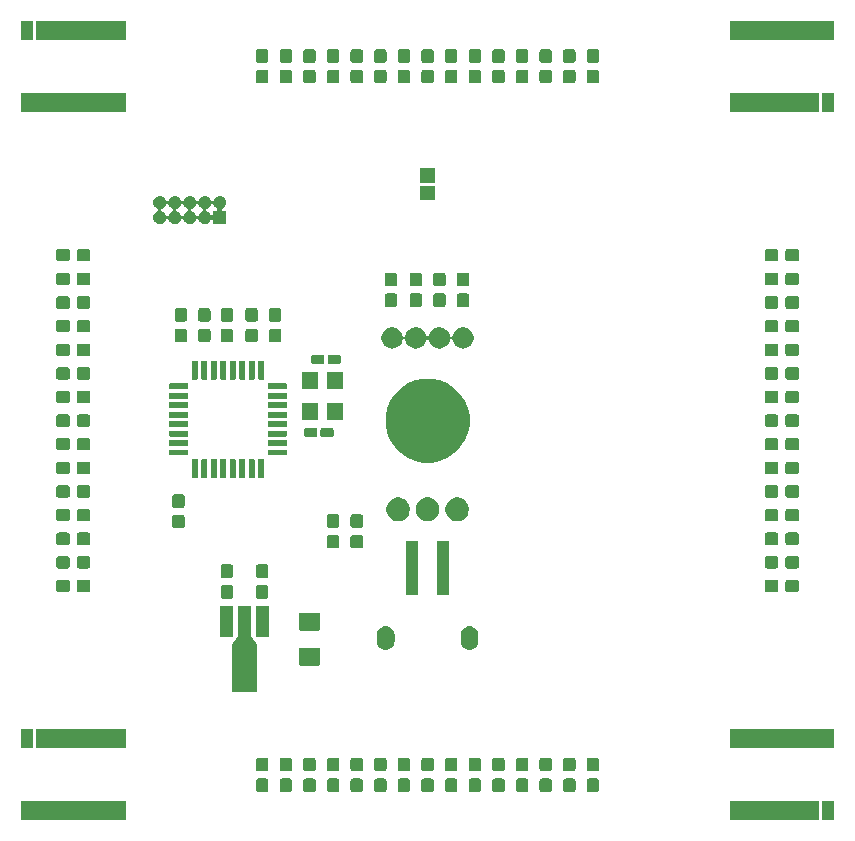
<source format=gbs>
G04 #@! TF.GenerationSoftware,KiCad,Pcbnew,(5.1.5-0-10_14)*
G04 #@! TF.CreationDate,2021-01-17T15:29:47+09:00*
G04 #@! TF.ProjectId,LedClock,4c656443-6c6f-4636-9b2e-6b696361645f,1.0*
G04 #@! TF.SameCoordinates,Original*
G04 #@! TF.FileFunction,Soldermask,Bot*
G04 #@! TF.FilePolarity,Negative*
%FSLAX46Y46*%
G04 Gerber Fmt 4.6, Leading zero omitted, Abs format (unit mm)*
G04 Created by KiCad (PCBNEW (5.1.5-0-10_14)) date 2021-01-17 15:29:47*
%MOMM*%
%LPD*%
G04 APERTURE LIST*
%ADD10C,0.100000*%
G04 APERTURE END LIST*
D10*
G36*
X34426000Y-33849000D02*
G01*
X33374000Y-33849000D01*
X33374000Y-32247000D01*
X34426000Y-32247000D01*
X34426000Y-33849000D01*
G37*
G36*
X33122000Y-33849000D02*
G01*
X25574000Y-33849000D01*
X25574000Y-32247000D01*
X33122000Y-32247000D01*
X33122000Y-33849000D01*
G37*
G36*
X-25574000Y-33849000D02*
G01*
X-34426000Y-33849000D01*
X-34426000Y-32247000D01*
X-25574000Y-32247000D01*
X-25574000Y-33849000D01*
G37*
G36*
X-13635501Y-30303445D02*
G01*
X-13598005Y-30314820D01*
X-13563446Y-30333292D01*
X-13533153Y-30358153D01*
X-13508292Y-30388446D01*
X-13489820Y-30423005D01*
X-13478445Y-30460501D01*
X-13474000Y-30505638D01*
X-13474000Y-31244362D01*
X-13478445Y-31289499D01*
X-13489820Y-31326995D01*
X-13508292Y-31361554D01*
X-13533153Y-31391847D01*
X-13563446Y-31416708D01*
X-13598005Y-31435180D01*
X-13635501Y-31446555D01*
X-13680638Y-31451000D01*
X-14319362Y-31451000D01*
X-14364499Y-31446555D01*
X-14401995Y-31435180D01*
X-14436554Y-31416708D01*
X-14466847Y-31391847D01*
X-14491708Y-31361554D01*
X-14510180Y-31326995D01*
X-14521555Y-31289499D01*
X-14526000Y-31244362D01*
X-14526000Y-30505638D01*
X-14521555Y-30460501D01*
X-14510180Y-30423005D01*
X-14491708Y-30388446D01*
X-14466847Y-30358153D01*
X-14436554Y-30333292D01*
X-14401995Y-30314820D01*
X-14364499Y-30303445D01*
X-14319362Y-30299000D01*
X-13680638Y-30299000D01*
X-13635501Y-30303445D01*
G37*
G36*
X-11635501Y-30303445D02*
G01*
X-11598005Y-30314820D01*
X-11563446Y-30333292D01*
X-11533153Y-30358153D01*
X-11508292Y-30388446D01*
X-11489820Y-30423005D01*
X-11478445Y-30460501D01*
X-11474000Y-30505638D01*
X-11474000Y-31244362D01*
X-11478445Y-31289499D01*
X-11489820Y-31326995D01*
X-11508292Y-31361554D01*
X-11533153Y-31391847D01*
X-11563446Y-31416708D01*
X-11598005Y-31435180D01*
X-11635501Y-31446555D01*
X-11680638Y-31451000D01*
X-12319362Y-31451000D01*
X-12364499Y-31446555D01*
X-12401995Y-31435180D01*
X-12436554Y-31416708D01*
X-12466847Y-31391847D01*
X-12491708Y-31361554D01*
X-12510180Y-31326995D01*
X-12521555Y-31289499D01*
X-12526000Y-31244362D01*
X-12526000Y-30505638D01*
X-12521555Y-30460501D01*
X-12510180Y-30423005D01*
X-12491708Y-30388446D01*
X-12466847Y-30358153D01*
X-12436554Y-30333292D01*
X-12401995Y-30314820D01*
X-12364499Y-30303445D01*
X-12319362Y-30299000D01*
X-11680638Y-30299000D01*
X-11635501Y-30303445D01*
G37*
G36*
X-9635501Y-30303445D02*
G01*
X-9598005Y-30314820D01*
X-9563446Y-30333292D01*
X-9533153Y-30358153D01*
X-9508292Y-30388446D01*
X-9489820Y-30423005D01*
X-9478445Y-30460501D01*
X-9474000Y-30505638D01*
X-9474000Y-31244362D01*
X-9478445Y-31289499D01*
X-9489820Y-31326995D01*
X-9508292Y-31361554D01*
X-9533153Y-31391847D01*
X-9563446Y-31416708D01*
X-9598005Y-31435180D01*
X-9635501Y-31446555D01*
X-9680638Y-31451000D01*
X-10319362Y-31451000D01*
X-10364499Y-31446555D01*
X-10401995Y-31435180D01*
X-10436554Y-31416708D01*
X-10466847Y-31391847D01*
X-10491708Y-31361554D01*
X-10510180Y-31326995D01*
X-10521555Y-31289499D01*
X-10526000Y-31244362D01*
X-10526000Y-30505638D01*
X-10521555Y-30460501D01*
X-10510180Y-30423005D01*
X-10491708Y-30388446D01*
X-10466847Y-30358153D01*
X-10436554Y-30333292D01*
X-10401995Y-30314820D01*
X-10364499Y-30303445D01*
X-10319362Y-30299000D01*
X-9680638Y-30299000D01*
X-9635501Y-30303445D01*
G37*
G36*
X-7635501Y-30303445D02*
G01*
X-7598005Y-30314820D01*
X-7563446Y-30333292D01*
X-7533153Y-30358153D01*
X-7508292Y-30388446D01*
X-7489820Y-30423005D01*
X-7478445Y-30460501D01*
X-7474000Y-30505638D01*
X-7474000Y-31244362D01*
X-7478445Y-31289499D01*
X-7489820Y-31326995D01*
X-7508292Y-31361554D01*
X-7533153Y-31391847D01*
X-7563446Y-31416708D01*
X-7598005Y-31435180D01*
X-7635501Y-31446555D01*
X-7680638Y-31451000D01*
X-8319362Y-31451000D01*
X-8364499Y-31446555D01*
X-8401995Y-31435180D01*
X-8436554Y-31416708D01*
X-8466847Y-31391847D01*
X-8491708Y-31361554D01*
X-8510180Y-31326995D01*
X-8521555Y-31289499D01*
X-8526000Y-31244362D01*
X-8526000Y-30505638D01*
X-8521555Y-30460501D01*
X-8510180Y-30423005D01*
X-8491708Y-30388446D01*
X-8466847Y-30358153D01*
X-8436554Y-30333292D01*
X-8401995Y-30314820D01*
X-8364499Y-30303445D01*
X-8319362Y-30299000D01*
X-7680638Y-30299000D01*
X-7635501Y-30303445D01*
G37*
G36*
X-5635501Y-30303445D02*
G01*
X-5598005Y-30314820D01*
X-5563446Y-30333292D01*
X-5533153Y-30358153D01*
X-5508292Y-30388446D01*
X-5489820Y-30423005D01*
X-5478445Y-30460501D01*
X-5474000Y-30505638D01*
X-5474000Y-31244362D01*
X-5478445Y-31289499D01*
X-5489820Y-31326995D01*
X-5508292Y-31361554D01*
X-5533153Y-31391847D01*
X-5563446Y-31416708D01*
X-5598005Y-31435180D01*
X-5635501Y-31446555D01*
X-5680638Y-31451000D01*
X-6319362Y-31451000D01*
X-6364499Y-31446555D01*
X-6401995Y-31435180D01*
X-6436554Y-31416708D01*
X-6466847Y-31391847D01*
X-6491708Y-31361554D01*
X-6510180Y-31326995D01*
X-6521555Y-31289499D01*
X-6526000Y-31244362D01*
X-6526000Y-30505638D01*
X-6521555Y-30460501D01*
X-6510180Y-30423005D01*
X-6491708Y-30388446D01*
X-6466847Y-30358153D01*
X-6436554Y-30333292D01*
X-6401995Y-30314820D01*
X-6364499Y-30303445D01*
X-6319362Y-30299000D01*
X-5680638Y-30299000D01*
X-5635501Y-30303445D01*
G37*
G36*
X-3635501Y-30303445D02*
G01*
X-3598005Y-30314820D01*
X-3563446Y-30333292D01*
X-3533153Y-30358153D01*
X-3508292Y-30388446D01*
X-3489820Y-30423005D01*
X-3478445Y-30460501D01*
X-3474000Y-30505638D01*
X-3474000Y-31244362D01*
X-3478445Y-31289499D01*
X-3489820Y-31326995D01*
X-3508292Y-31361554D01*
X-3533153Y-31391847D01*
X-3563446Y-31416708D01*
X-3598005Y-31435180D01*
X-3635501Y-31446555D01*
X-3680638Y-31451000D01*
X-4319362Y-31451000D01*
X-4364499Y-31446555D01*
X-4401995Y-31435180D01*
X-4436554Y-31416708D01*
X-4466847Y-31391847D01*
X-4491708Y-31361554D01*
X-4510180Y-31326995D01*
X-4521555Y-31289499D01*
X-4526000Y-31244362D01*
X-4526000Y-30505638D01*
X-4521555Y-30460501D01*
X-4510180Y-30423005D01*
X-4491708Y-30388446D01*
X-4466847Y-30358153D01*
X-4436554Y-30333292D01*
X-4401995Y-30314820D01*
X-4364499Y-30303445D01*
X-4319362Y-30299000D01*
X-3680638Y-30299000D01*
X-3635501Y-30303445D01*
G37*
G36*
X-1635501Y-30303445D02*
G01*
X-1598005Y-30314820D01*
X-1563446Y-30333292D01*
X-1533153Y-30358153D01*
X-1508292Y-30388446D01*
X-1489820Y-30423005D01*
X-1478445Y-30460501D01*
X-1474000Y-30505638D01*
X-1474000Y-31244362D01*
X-1478445Y-31289499D01*
X-1489820Y-31326995D01*
X-1508292Y-31361554D01*
X-1533153Y-31391847D01*
X-1563446Y-31416708D01*
X-1598005Y-31435180D01*
X-1635501Y-31446555D01*
X-1680638Y-31451000D01*
X-2319362Y-31451000D01*
X-2364499Y-31446555D01*
X-2401995Y-31435180D01*
X-2436554Y-31416708D01*
X-2466847Y-31391847D01*
X-2491708Y-31361554D01*
X-2510180Y-31326995D01*
X-2521555Y-31289499D01*
X-2526000Y-31244362D01*
X-2526000Y-30505638D01*
X-2521555Y-30460501D01*
X-2510180Y-30423005D01*
X-2491708Y-30388446D01*
X-2466847Y-30358153D01*
X-2436554Y-30333292D01*
X-2401995Y-30314820D01*
X-2364499Y-30303445D01*
X-2319362Y-30299000D01*
X-1680638Y-30299000D01*
X-1635501Y-30303445D01*
G37*
G36*
X364499Y-30303445D02*
G01*
X401995Y-30314820D01*
X436554Y-30333292D01*
X466847Y-30358153D01*
X491708Y-30388446D01*
X510180Y-30423005D01*
X521555Y-30460501D01*
X526000Y-30505638D01*
X526000Y-31244362D01*
X521555Y-31289499D01*
X510180Y-31326995D01*
X491708Y-31361554D01*
X466847Y-31391847D01*
X436554Y-31416708D01*
X401995Y-31435180D01*
X364499Y-31446555D01*
X319362Y-31451000D01*
X-319362Y-31451000D01*
X-364499Y-31446555D01*
X-401995Y-31435180D01*
X-436554Y-31416708D01*
X-466847Y-31391847D01*
X-491708Y-31361554D01*
X-510180Y-31326995D01*
X-521555Y-31289499D01*
X-526000Y-31244362D01*
X-526000Y-30505638D01*
X-521555Y-30460501D01*
X-510180Y-30423005D01*
X-491708Y-30388446D01*
X-466847Y-30358153D01*
X-436554Y-30333292D01*
X-401995Y-30314820D01*
X-364499Y-30303445D01*
X-319362Y-30299000D01*
X319362Y-30299000D01*
X364499Y-30303445D01*
G37*
G36*
X2364499Y-30303445D02*
G01*
X2401995Y-30314820D01*
X2436554Y-30333292D01*
X2466847Y-30358153D01*
X2491708Y-30388446D01*
X2510180Y-30423005D01*
X2521555Y-30460501D01*
X2526000Y-30505638D01*
X2526000Y-31244362D01*
X2521555Y-31289499D01*
X2510180Y-31326995D01*
X2491708Y-31361554D01*
X2466847Y-31391847D01*
X2436554Y-31416708D01*
X2401995Y-31435180D01*
X2364499Y-31446555D01*
X2319362Y-31451000D01*
X1680638Y-31451000D01*
X1635501Y-31446555D01*
X1598005Y-31435180D01*
X1563446Y-31416708D01*
X1533153Y-31391847D01*
X1508292Y-31361554D01*
X1489820Y-31326995D01*
X1478445Y-31289499D01*
X1474000Y-31244362D01*
X1474000Y-30505638D01*
X1478445Y-30460501D01*
X1489820Y-30423005D01*
X1508292Y-30388446D01*
X1533153Y-30358153D01*
X1563446Y-30333292D01*
X1598005Y-30314820D01*
X1635501Y-30303445D01*
X1680638Y-30299000D01*
X2319362Y-30299000D01*
X2364499Y-30303445D01*
G37*
G36*
X4364499Y-30303445D02*
G01*
X4401995Y-30314820D01*
X4436554Y-30333292D01*
X4466847Y-30358153D01*
X4491708Y-30388446D01*
X4510180Y-30423005D01*
X4521555Y-30460501D01*
X4526000Y-30505638D01*
X4526000Y-31244362D01*
X4521555Y-31289499D01*
X4510180Y-31326995D01*
X4491708Y-31361554D01*
X4466847Y-31391847D01*
X4436554Y-31416708D01*
X4401995Y-31435180D01*
X4364499Y-31446555D01*
X4319362Y-31451000D01*
X3680638Y-31451000D01*
X3635501Y-31446555D01*
X3598005Y-31435180D01*
X3563446Y-31416708D01*
X3533153Y-31391847D01*
X3508292Y-31361554D01*
X3489820Y-31326995D01*
X3478445Y-31289499D01*
X3474000Y-31244362D01*
X3474000Y-30505638D01*
X3478445Y-30460501D01*
X3489820Y-30423005D01*
X3508292Y-30388446D01*
X3533153Y-30358153D01*
X3563446Y-30333292D01*
X3598005Y-30314820D01*
X3635501Y-30303445D01*
X3680638Y-30299000D01*
X4319362Y-30299000D01*
X4364499Y-30303445D01*
G37*
G36*
X6364499Y-30303445D02*
G01*
X6401995Y-30314820D01*
X6436554Y-30333292D01*
X6466847Y-30358153D01*
X6491708Y-30388446D01*
X6510180Y-30423005D01*
X6521555Y-30460501D01*
X6526000Y-30505638D01*
X6526000Y-31244362D01*
X6521555Y-31289499D01*
X6510180Y-31326995D01*
X6491708Y-31361554D01*
X6466847Y-31391847D01*
X6436554Y-31416708D01*
X6401995Y-31435180D01*
X6364499Y-31446555D01*
X6319362Y-31451000D01*
X5680638Y-31451000D01*
X5635501Y-31446555D01*
X5598005Y-31435180D01*
X5563446Y-31416708D01*
X5533153Y-31391847D01*
X5508292Y-31361554D01*
X5489820Y-31326995D01*
X5478445Y-31289499D01*
X5474000Y-31244362D01*
X5474000Y-30505638D01*
X5478445Y-30460501D01*
X5489820Y-30423005D01*
X5508292Y-30388446D01*
X5533153Y-30358153D01*
X5563446Y-30333292D01*
X5598005Y-30314820D01*
X5635501Y-30303445D01*
X5680638Y-30299000D01*
X6319362Y-30299000D01*
X6364499Y-30303445D01*
G37*
G36*
X8364499Y-30303445D02*
G01*
X8401995Y-30314820D01*
X8436554Y-30333292D01*
X8466847Y-30358153D01*
X8491708Y-30388446D01*
X8510180Y-30423005D01*
X8521555Y-30460501D01*
X8526000Y-30505638D01*
X8526000Y-31244362D01*
X8521555Y-31289499D01*
X8510180Y-31326995D01*
X8491708Y-31361554D01*
X8466847Y-31391847D01*
X8436554Y-31416708D01*
X8401995Y-31435180D01*
X8364499Y-31446555D01*
X8319362Y-31451000D01*
X7680638Y-31451000D01*
X7635501Y-31446555D01*
X7598005Y-31435180D01*
X7563446Y-31416708D01*
X7533153Y-31391847D01*
X7508292Y-31361554D01*
X7489820Y-31326995D01*
X7478445Y-31289499D01*
X7474000Y-31244362D01*
X7474000Y-30505638D01*
X7478445Y-30460501D01*
X7489820Y-30423005D01*
X7508292Y-30388446D01*
X7533153Y-30358153D01*
X7563446Y-30333292D01*
X7598005Y-30314820D01*
X7635501Y-30303445D01*
X7680638Y-30299000D01*
X8319362Y-30299000D01*
X8364499Y-30303445D01*
G37*
G36*
X10364499Y-30303445D02*
G01*
X10401995Y-30314820D01*
X10436554Y-30333292D01*
X10466847Y-30358153D01*
X10491708Y-30388446D01*
X10510180Y-30423005D01*
X10521555Y-30460501D01*
X10526000Y-30505638D01*
X10526000Y-31244362D01*
X10521555Y-31289499D01*
X10510180Y-31326995D01*
X10491708Y-31361554D01*
X10466847Y-31391847D01*
X10436554Y-31416708D01*
X10401995Y-31435180D01*
X10364499Y-31446555D01*
X10319362Y-31451000D01*
X9680638Y-31451000D01*
X9635501Y-31446555D01*
X9598005Y-31435180D01*
X9563446Y-31416708D01*
X9533153Y-31391847D01*
X9508292Y-31361554D01*
X9489820Y-31326995D01*
X9478445Y-31289499D01*
X9474000Y-31244362D01*
X9474000Y-30505638D01*
X9478445Y-30460501D01*
X9489820Y-30423005D01*
X9508292Y-30388446D01*
X9533153Y-30358153D01*
X9563446Y-30333292D01*
X9598005Y-30314820D01*
X9635501Y-30303445D01*
X9680638Y-30299000D01*
X10319362Y-30299000D01*
X10364499Y-30303445D01*
G37*
G36*
X14364499Y-30303445D02*
G01*
X14401995Y-30314820D01*
X14436554Y-30333292D01*
X14466847Y-30358153D01*
X14491708Y-30388446D01*
X14510180Y-30423005D01*
X14521555Y-30460501D01*
X14526000Y-30505638D01*
X14526000Y-31244362D01*
X14521555Y-31289499D01*
X14510180Y-31326995D01*
X14491708Y-31361554D01*
X14466847Y-31391847D01*
X14436554Y-31416708D01*
X14401995Y-31435180D01*
X14364499Y-31446555D01*
X14319362Y-31451000D01*
X13680638Y-31451000D01*
X13635501Y-31446555D01*
X13598005Y-31435180D01*
X13563446Y-31416708D01*
X13533153Y-31391847D01*
X13508292Y-31361554D01*
X13489820Y-31326995D01*
X13478445Y-31289499D01*
X13474000Y-31244362D01*
X13474000Y-30505638D01*
X13478445Y-30460501D01*
X13489820Y-30423005D01*
X13508292Y-30388446D01*
X13533153Y-30358153D01*
X13563446Y-30333292D01*
X13598005Y-30314820D01*
X13635501Y-30303445D01*
X13680638Y-30299000D01*
X14319362Y-30299000D01*
X14364499Y-30303445D01*
G37*
G36*
X12364499Y-30303445D02*
G01*
X12401995Y-30314820D01*
X12436554Y-30333292D01*
X12466847Y-30358153D01*
X12491708Y-30388446D01*
X12510180Y-30423005D01*
X12521555Y-30460501D01*
X12526000Y-30505638D01*
X12526000Y-31244362D01*
X12521555Y-31289499D01*
X12510180Y-31326995D01*
X12491708Y-31361554D01*
X12466847Y-31391847D01*
X12436554Y-31416708D01*
X12401995Y-31435180D01*
X12364499Y-31446555D01*
X12319362Y-31451000D01*
X11680638Y-31451000D01*
X11635501Y-31446555D01*
X11598005Y-31435180D01*
X11563446Y-31416708D01*
X11533153Y-31391847D01*
X11508292Y-31361554D01*
X11489820Y-31326995D01*
X11478445Y-31289499D01*
X11474000Y-31244362D01*
X11474000Y-30505638D01*
X11478445Y-30460501D01*
X11489820Y-30423005D01*
X11508292Y-30388446D01*
X11533153Y-30358153D01*
X11563446Y-30333292D01*
X11598005Y-30314820D01*
X11635501Y-30303445D01*
X11680638Y-30299000D01*
X12319362Y-30299000D01*
X12364499Y-30303445D01*
G37*
G36*
X-3635501Y-28553445D02*
G01*
X-3598005Y-28564820D01*
X-3563446Y-28583292D01*
X-3533153Y-28608153D01*
X-3508292Y-28638446D01*
X-3489820Y-28673005D01*
X-3478445Y-28710501D01*
X-3474000Y-28755638D01*
X-3474000Y-29494362D01*
X-3478445Y-29539499D01*
X-3489820Y-29576995D01*
X-3508292Y-29611554D01*
X-3533153Y-29641847D01*
X-3563446Y-29666708D01*
X-3598005Y-29685180D01*
X-3635501Y-29696555D01*
X-3680638Y-29701000D01*
X-4319362Y-29701000D01*
X-4364499Y-29696555D01*
X-4401995Y-29685180D01*
X-4436554Y-29666708D01*
X-4466847Y-29641847D01*
X-4491708Y-29611554D01*
X-4510180Y-29576995D01*
X-4521555Y-29539499D01*
X-4526000Y-29494362D01*
X-4526000Y-28755638D01*
X-4521555Y-28710501D01*
X-4510180Y-28673005D01*
X-4491708Y-28638446D01*
X-4466847Y-28608153D01*
X-4436554Y-28583292D01*
X-4401995Y-28564820D01*
X-4364499Y-28553445D01*
X-4319362Y-28549000D01*
X-3680638Y-28549000D01*
X-3635501Y-28553445D01*
G37*
G36*
X-1635501Y-28553445D02*
G01*
X-1598005Y-28564820D01*
X-1563446Y-28583292D01*
X-1533153Y-28608153D01*
X-1508292Y-28638446D01*
X-1489820Y-28673005D01*
X-1478445Y-28710501D01*
X-1474000Y-28755638D01*
X-1474000Y-29494362D01*
X-1478445Y-29539499D01*
X-1489820Y-29576995D01*
X-1508292Y-29611554D01*
X-1533153Y-29641847D01*
X-1563446Y-29666708D01*
X-1598005Y-29685180D01*
X-1635501Y-29696555D01*
X-1680638Y-29701000D01*
X-2319362Y-29701000D01*
X-2364499Y-29696555D01*
X-2401995Y-29685180D01*
X-2436554Y-29666708D01*
X-2466847Y-29641847D01*
X-2491708Y-29611554D01*
X-2510180Y-29576995D01*
X-2521555Y-29539499D01*
X-2526000Y-29494362D01*
X-2526000Y-28755638D01*
X-2521555Y-28710501D01*
X-2510180Y-28673005D01*
X-2491708Y-28638446D01*
X-2466847Y-28608153D01*
X-2436554Y-28583292D01*
X-2401995Y-28564820D01*
X-2364499Y-28553445D01*
X-2319362Y-28549000D01*
X-1680638Y-28549000D01*
X-1635501Y-28553445D01*
G37*
G36*
X-5635501Y-28553445D02*
G01*
X-5598005Y-28564820D01*
X-5563446Y-28583292D01*
X-5533153Y-28608153D01*
X-5508292Y-28638446D01*
X-5489820Y-28673005D01*
X-5478445Y-28710501D01*
X-5474000Y-28755638D01*
X-5474000Y-29494362D01*
X-5478445Y-29539499D01*
X-5489820Y-29576995D01*
X-5508292Y-29611554D01*
X-5533153Y-29641847D01*
X-5563446Y-29666708D01*
X-5598005Y-29685180D01*
X-5635501Y-29696555D01*
X-5680638Y-29701000D01*
X-6319362Y-29701000D01*
X-6364499Y-29696555D01*
X-6401995Y-29685180D01*
X-6436554Y-29666708D01*
X-6466847Y-29641847D01*
X-6491708Y-29611554D01*
X-6510180Y-29576995D01*
X-6521555Y-29539499D01*
X-6526000Y-29494362D01*
X-6526000Y-28755638D01*
X-6521555Y-28710501D01*
X-6510180Y-28673005D01*
X-6491708Y-28638446D01*
X-6466847Y-28608153D01*
X-6436554Y-28583292D01*
X-6401995Y-28564820D01*
X-6364499Y-28553445D01*
X-6319362Y-28549000D01*
X-5680638Y-28549000D01*
X-5635501Y-28553445D01*
G37*
G36*
X364499Y-28553445D02*
G01*
X401995Y-28564820D01*
X436554Y-28583292D01*
X466847Y-28608153D01*
X491708Y-28638446D01*
X510180Y-28673005D01*
X521555Y-28710501D01*
X526000Y-28755638D01*
X526000Y-29494362D01*
X521555Y-29539499D01*
X510180Y-29576995D01*
X491708Y-29611554D01*
X466847Y-29641847D01*
X436554Y-29666708D01*
X401995Y-29685180D01*
X364499Y-29696555D01*
X319362Y-29701000D01*
X-319362Y-29701000D01*
X-364499Y-29696555D01*
X-401995Y-29685180D01*
X-436554Y-29666708D01*
X-466847Y-29641847D01*
X-491708Y-29611554D01*
X-510180Y-29576995D01*
X-521555Y-29539499D01*
X-526000Y-29494362D01*
X-526000Y-28755638D01*
X-521555Y-28710501D01*
X-510180Y-28673005D01*
X-491708Y-28638446D01*
X-466847Y-28608153D01*
X-436554Y-28583292D01*
X-401995Y-28564820D01*
X-364499Y-28553445D01*
X-319362Y-28549000D01*
X319362Y-28549000D01*
X364499Y-28553445D01*
G37*
G36*
X-7635501Y-28553445D02*
G01*
X-7598005Y-28564820D01*
X-7563446Y-28583292D01*
X-7533153Y-28608153D01*
X-7508292Y-28638446D01*
X-7489820Y-28673005D01*
X-7478445Y-28710501D01*
X-7474000Y-28755638D01*
X-7474000Y-29494362D01*
X-7478445Y-29539499D01*
X-7489820Y-29576995D01*
X-7508292Y-29611554D01*
X-7533153Y-29641847D01*
X-7563446Y-29666708D01*
X-7598005Y-29685180D01*
X-7635501Y-29696555D01*
X-7680638Y-29701000D01*
X-8319362Y-29701000D01*
X-8364499Y-29696555D01*
X-8401995Y-29685180D01*
X-8436554Y-29666708D01*
X-8466847Y-29641847D01*
X-8491708Y-29611554D01*
X-8510180Y-29576995D01*
X-8521555Y-29539499D01*
X-8526000Y-29494362D01*
X-8526000Y-28755638D01*
X-8521555Y-28710501D01*
X-8510180Y-28673005D01*
X-8491708Y-28638446D01*
X-8466847Y-28608153D01*
X-8436554Y-28583292D01*
X-8401995Y-28564820D01*
X-8364499Y-28553445D01*
X-8319362Y-28549000D01*
X-7680638Y-28549000D01*
X-7635501Y-28553445D01*
G37*
G36*
X2364499Y-28553445D02*
G01*
X2401995Y-28564820D01*
X2436554Y-28583292D01*
X2466847Y-28608153D01*
X2491708Y-28638446D01*
X2510180Y-28673005D01*
X2521555Y-28710501D01*
X2526000Y-28755638D01*
X2526000Y-29494362D01*
X2521555Y-29539499D01*
X2510180Y-29576995D01*
X2491708Y-29611554D01*
X2466847Y-29641847D01*
X2436554Y-29666708D01*
X2401995Y-29685180D01*
X2364499Y-29696555D01*
X2319362Y-29701000D01*
X1680638Y-29701000D01*
X1635501Y-29696555D01*
X1598005Y-29685180D01*
X1563446Y-29666708D01*
X1533153Y-29641847D01*
X1508292Y-29611554D01*
X1489820Y-29576995D01*
X1478445Y-29539499D01*
X1474000Y-29494362D01*
X1474000Y-28755638D01*
X1478445Y-28710501D01*
X1489820Y-28673005D01*
X1508292Y-28638446D01*
X1533153Y-28608153D01*
X1563446Y-28583292D01*
X1598005Y-28564820D01*
X1635501Y-28553445D01*
X1680638Y-28549000D01*
X2319362Y-28549000D01*
X2364499Y-28553445D01*
G37*
G36*
X-9635501Y-28553445D02*
G01*
X-9598005Y-28564820D01*
X-9563446Y-28583292D01*
X-9533153Y-28608153D01*
X-9508292Y-28638446D01*
X-9489820Y-28673005D01*
X-9478445Y-28710501D01*
X-9474000Y-28755638D01*
X-9474000Y-29494362D01*
X-9478445Y-29539499D01*
X-9489820Y-29576995D01*
X-9508292Y-29611554D01*
X-9533153Y-29641847D01*
X-9563446Y-29666708D01*
X-9598005Y-29685180D01*
X-9635501Y-29696555D01*
X-9680638Y-29701000D01*
X-10319362Y-29701000D01*
X-10364499Y-29696555D01*
X-10401995Y-29685180D01*
X-10436554Y-29666708D01*
X-10466847Y-29641847D01*
X-10491708Y-29611554D01*
X-10510180Y-29576995D01*
X-10521555Y-29539499D01*
X-10526000Y-29494362D01*
X-10526000Y-28755638D01*
X-10521555Y-28710501D01*
X-10510180Y-28673005D01*
X-10491708Y-28638446D01*
X-10466847Y-28608153D01*
X-10436554Y-28583292D01*
X-10401995Y-28564820D01*
X-10364499Y-28553445D01*
X-10319362Y-28549000D01*
X-9680638Y-28549000D01*
X-9635501Y-28553445D01*
G37*
G36*
X4364499Y-28553445D02*
G01*
X4401995Y-28564820D01*
X4436554Y-28583292D01*
X4466847Y-28608153D01*
X4491708Y-28638446D01*
X4510180Y-28673005D01*
X4521555Y-28710501D01*
X4526000Y-28755638D01*
X4526000Y-29494362D01*
X4521555Y-29539499D01*
X4510180Y-29576995D01*
X4491708Y-29611554D01*
X4466847Y-29641847D01*
X4436554Y-29666708D01*
X4401995Y-29685180D01*
X4364499Y-29696555D01*
X4319362Y-29701000D01*
X3680638Y-29701000D01*
X3635501Y-29696555D01*
X3598005Y-29685180D01*
X3563446Y-29666708D01*
X3533153Y-29641847D01*
X3508292Y-29611554D01*
X3489820Y-29576995D01*
X3478445Y-29539499D01*
X3474000Y-29494362D01*
X3474000Y-28755638D01*
X3478445Y-28710501D01*
X3489820Y-28673005D01*
X3508292Y-28638446D01*
X3533153Y-28608153D01*
X3563446Y-28583292D01*
X3598005Y-28564820D01*
X3635501Y-28553445D01*
X3680638Y-28549000D01*
X4319362Y-28549000D01*
X4364499Y-28553445D01*
G37*
G36*
X-11635501Y-28553445D02*
G01*
X-11598005Y-28564820D01*
X-11563446Y-28583292D01*
X-11533153Y-28608153D01*
X-11508292Y-28638446D01*
X-11489820Y-28673005D01*
X-11478445Y-28710501D01*
X-11474000Y-28755638D01*
X-11474000Y-29494362D01*
X-11478445Y-29539499D01*
X-11489820Y-29576995D01*
X-11508292Y-29611554D01*
X-11533153Y-29641847D01*
X-11563446Y-29666708D01*
X-11598005Y-29685180D01*
X-11635501Y-29696555D01*
X-11680638Y-29701000D01*
X-12319362Y-29701000D01*
X-12364499Y-29696555D01*
X-12401995Y-29685180D01*
X-12436554Y-29666708D01*
X-12466847Y-29641847D01*
X-12491708Y-29611554D01*
X-12510180Y-29576995D01*
X-12521555Y-29539499D01*
X-12526000Y-29494362D01*
X-12526000Y-28755638D01*
X-12521555Y-28710501D01*
X-12510180Y-28673005D01*
X-12491708Y-28638446D01*
X-12466847Y-28608153D01*
X-12436554Y-28583292D01*
X-12401995Y-28564820D01*
X-12364499Y-28553445D01*
X-12319362Y-28549000D01*
X-11680638Y-28549000D01*
X-11635501Y-28553445D01*
G37*
G36*
X6364499Y-28553445D02*
G01*
X6401995Y-28564820D01*
X6436554Y-28583292D01*
X6466847Y-28608153D01*
X6491708Y-28638446D01*
X6510180Y-28673005D01*
X6521555Y-28710501D01*
X6526000Y-28755638D01*
X6526000Y-29494362D01*
X6521555Y-29539499D01*
X6510180Y-29576995D01*
X6491708Y-29611554D01*
X6466847Y-29641847D01*
X6436554Y-29666708D01*
X6401995Y-29685180D01*
X6364499Y-29696555D01*
X6319362Y-29701000D01*
X5680638Y-29701000D01*
X5635501Y-29696555D01*
X5598005Y-29685180D01*
X5563446Y-29666708D01*
X5533153Y-29641847D01*
X5508292Y-29611554D01*
X5489820Y-29576995D01*
X5478445Y-29539499D01*
X5474000Y-29494362D01*
X5474000Y-28755638D01*
X5478445Y-28710501D01*
X5489820Y-28673005D01*
X5508292Y-28638446D01*
X5533153Y-28608153D01*
X5563446Y-28583292D01*
X5598005Y-28564820D01*
X5635501Y-28553445D01*
X5680638Y-28549000D01*
X6319362Y-28549000D01*
X6364499Y-28553445D01*
G37*
G36*
X-13635501Y-28553445D02*
G01*
X-13598005Y-28564820D01*
X-13563446Y-28583292D01*
X-13533153Y-28608153D01*
X-13508292Y-28638446D01*
X-13489820Y-28673005D01*
X-13478445Y-28710501D01*
X-13474000Y-28755638D01*
X-13474000Y-29494362D01*
X-13478445Y-29539499D01*
X-13489820Y-29576995D01*
X-13508292Y-29611554D01*
X-13533153Y-29641847D01*
X-13563446Y-29666708D01*
X-13598005Y-29685180D01*
X-13635501Y-29696555D01*
X-13680638Y-29701000D01*
X-14319362Y-29701000D01*
X-14364499Y-29696555D01*
X-14401995Y-29685180D01*
X-14436554Y-29666708D01*
X-14466847Y-29641847D01*
X-14491708Y-29611554D01*
X-14510180Y-29576995D01*
X-14521555Y-29539499D01*
X-14526000Y-29494362D01*
X-14526000Y-28755638D01*
X-14521555Y-28710501D01*
X-14510180Y-28673005D01*
X-14491708Y-28638446D01*
X-14466847Y-28608153D01*
X-14436554Y-28583292D01*
X-14401995Y-28564820D01*
X-14364499Y-28553445D01*
X-14319362Y-28549000D01*
X-13680638Y-28549000D01*
X-13635501Y-28553445D01*
G37*
G36*
X8364499Y-28553445D02*
G01*
X8401995Y-28564820D01*
X8436554Y-28583292D01*
X8466847Y-28608153D01*
X8491708Y-28638446D01*
X8510180Y-28673005D01*
X8521555Y-28710501D01*
X8526000Y-28755638D01*
X8526000Y-29494362D01*
X8521555Y-29539499D01*
X8510180Y-29576995D01*
X8491708Y-29611554D01*
X8466847Y-29641847D01*
X8436554Y-29666708D01*
X8401995Y-29685180D01*
X8364499Y-29696555D01*
X8319362Y-29701000D01*
X7680638Y-29701000D01*
X7635501Y-29696555D01*
X7598005Y-29685180D01*
X7563446Y-29666708D01*
X7533153Y-29641847D01*
X7508292Y-29611554D01*
X7489820Y-29576995D01*
X7478445Y-29539499D01*
X7474000Y-29494362D01*
X7474000Y-28755638D01*
X7478445Y-28710501D01*
X7489820Y-28673005D01*
X7508292Y-28638446D01*
X7533153Y-28608153D01*
X7563446Y-28583292D01*
X7598005Y-28564820D01*
X7635501Y-28553445D01*
X7680638Y-28549000D01*
X8319362Y-28549000D01*
X8364499Y-28553445D01*
G37*
G36*
X10364499Y-28553445D02*
G01*
X10401995Y-28564820D01*
X10436554Y-28583292D01*
X10466847Y-28608153D01*
X10491708Y-28638446D01*
X10510180Y-28673005D01*
X10521555Y-28710501D01*
X10526000Y-28755638D01*
X10526000Y-29494362D01*
X10521555Y-29539499D01*
X10510180Y-29576995D01*
X10491708Y-29611554D01*
X10466847Y-29641847D01*
X10436554Y-29666708D01*
X10401995Y-29685180D01*
X10364499Y-29696555D01*
X10319362Y-29701000D01*
X9680638Y-29701000D01*
X9635501Y-29696555D01*
X9598005Y-29685180D01*
X9563446Y-29666708D01*
X9533153Y-29641847D01*
X9508292Y-29611554D01*
X9489820Y-29576995D01*
X9478445Y-29539499D01*
X9474000Y-29494362D01*
X9474000Y-28755638D01*
X9478445Y-28710501D01*
X9489820Y-28673005D01*
X9508292Y-28638446D01*
X9533153Y-28608153D01*
X9563446Y-28583292D01*
X9598005Y-28564820D01*
X9635501Y-28553445D01*
X9680638Y-28549000D01*
X10319362Y-28549000D01*
X10364499Y-28553445D01*
G37*
G36*
X12364499Y-28553445D02*
G01*
X12401995Y-28564820D01*
X12436554Y-28583292D01*
X12466847Y-28608153D01*
X12491708Y-28638446D01*
X12510180Y-28673005D01*
X12521555Y-28710501D01*
X12526000Y-28755638D01*
X12526000Y-29494362D01*
X12521555Y-29539499D01*
X12510180Y-29576995D01*
X12491708Y-29611554D01*
X12466847Y-29641847D01*
X12436554Y-29666708D01*
X12401995Y-29685180D01*
X12364499Y-29696555D01*
X12319362Y-29701000D01*
X11680638Y-29701000D01*
X11635501Y-29696555D01*
X11598005Y-29685180D01*
X11563446Y-29666708D01*
X11533153Y-29641847D01*
X11508292Y-29611554D01*
X11489820Y-29576995D01*
X11478445Y-29539499D01*
X11474000Y-29494362D01*
X11474000Y-28755638D01*
X11478445Y-28710501D01*
X11489820Y-28673005D01*
X11508292Y-28638446D01*
X11533153Y-28608153D01*
X11563446Y-28583292D01*
X11598005Y-28564820D01*
X11635501Y-28553445D01*
X11680638Y-28549000D01*
X12319362Y-28549000D01*
X12364499Y-28553445D01*
G37*
G36*
X14364499Y-28553445D02*
G01*
X14401995Y-28564820D01*
X14436554Y-28583292D01*
X14466847Y-28608153D01*
X14491708Y-28638446D01*
X14510180Y-28673005D01*
X14521555Y-28710501D01*
X14526000Y-28755638D01*
X14526000Y-29494362D01*
X14521555Y-29539499D01*
X14510180Y-29576995D01*
X14491708Y-29611554D01*
X14466847Y-29641847D01*
X14436554Y-29666708D01*
X14401995Y-29685180D01*
X14364499Y-29696555D01*
X14319362Y-29701000D01*
X13680638Y-29701000D01*
X13635501Y-29696555D01*
X13598005Y-29685180D01*
X13563446Y-29666708D01*
X13533153Y-29641847D01*
X13508292Y-29611554D01*
X13489820Y-29576995D01*
X13478445Y-29539499D01*
X13474000Y-29494362D01*
X13474000Y-28755638D01*
X13478445Y-28710501D01*
X13489820Y-28673005D01*
X13508292Y-28638446D01*
X13533153Y-28608153D01*
X13563446Y-28583292D01*
X13598005Y-28564820D01*
X13635501Y-28553445D01*
X13680638Y-28549000D01*
X14319362Y-28549000D01*
X14364499Y-28553445D01*
G37*
G36*
X34426000Y-27753000D02*
G01*
X25574000Y-27753000D01*
X25574000Y-26151000D01*
X34426000Y-26151000D01*
X34426000Y-27753000D01*
G37*
G36*
X-25574000Y-27753000D02*
G01*
X-33122000Y-27753000D01*
X-33122000Y-26151000D01*
X-25574000Y-26151000D01*
X-25574000Y-27753000D01*
G37*
G36*
X-33374000Y-27753000D02*
G01*
X-34426000Y-27753000D01*
X-34426000Y-26151000D01*
X-33374000Y-26151000D01*
X-33374000Y-27753000D01*
G37*
G36*
X-14949000Y-18181713D02*
G01*
X-14946598Y-18206099D01*
X-14939485Y-18229548D01*
X-14928006Y-18251050D01*
X-14780004Y-18473053D01*
X-14771500Y-18483437D01*
X-14765148Y-18495336D01*
X-14526480Y-18853338D01*
X-14510955Y-18872296D01*
X-14492029Y-18887861D01*
X-14470431Y-18899435D01*
X-14449000Y-18905961D01*
X-14449000Y-18931712D01*
X-14446598Y-18956098D01*
X-14439485Y-18979547D01*
X-14428006Y-19001049D01*
X-14391393Y-19055968D01*
X-14393447Y-19057066D01*
X-14412389Y-19072611D01*
X-14427934Y-19091553D01*
X-14439485Y-19113164D01*
X-14446598Y-19136613D01*
X-14449000Y-19160999D01*
X-14449000Y-23011000D01*
X-16551000Y-23011000D01*
X-16551000Y-19160999D01*
X-16553402Y-19136613D01*
X-16560515Y-19113164D01*
X-16572066Y-19091553D01*
X-16587611Y-19072611D01*
X-16606553Y-19057066D01*
X-16608607Y-19055968D01*
X-16571994Y-19001049D01*
X-16560465Y-18979426D01*
X-16553376Y-18955970D01*
X-16551000Y-18931712D01*
X-16551000Y-18905949D01*
X-16529690Y-18899485D01*
X-16508079Y-18887934D01*
X-16489137Y-18872389D01*
X-16473520Y-18853338D01*
X-16234852Y-18495336D01*
X-16228507Y-18483435D01*
X-16219996Y-18473053D01*
X-16071994Y-18251050D01*
X-16060465Y-18229427D01*
X-16053376Y-18205971D01*
X-16051000Y-18181713D01*
X-16051000Y-15699000D01*
X-14949000Y-15699000D01*
X-14949000Y-18181713D01*
G37*
G36*
X-9224438Y-19240681D02*
G01*
X-9189519Y-19251274D01*
X-9157337Y-19268476D01*
X-9129127Y-19291627D01*
X-9105976Y-19319837D01*
X-9088774Y-19352019D01*
X-9078181Y-19386938D01*
X-9074000Y-19429395D01*
X-9074000Y-20570605D01*
X-9078181Y-20613062D01*
X-9088774Y-20647981D01*
X-9105976Y-20680163D01*
X-9129127Y-20708373D01*
X-9157337Y-20731524D01*
X-9189519Y-20748726D01*
X-9224438Y-20759319D01*
X-9266895Y-20763500D01*
X-10733105Y-20763500D01*
X-10775562Y-20759319D01*
X-10810481Y-20748726D01*
X-10842663Y-20731524D01*
X-10870873Y-20708373D01*
X-10894024Y-20680163D01*
X-10911226Y-20647981D01*
X-10921819Y-20613062D01*
X-10926000Y-20570605D01*
X-10926000Y-19429395D01*
X-10921819Y-19386938D01*
X-10911226Y-19352019D01*
X-10894024Y-19319837D01*
X-10870873Y-19291627D01*
X-10842663Y-19268476D01*
X-10810481Y-19251274D01*
X-10775562Y-19240681D01*
X-10733105Y-19236500D01*
X-9266895Y-19236500D01*
X-9224438Y-19240681D01*
G37*
G36*
X-3402778Y-17409867D02*
G01*
X-3261214Y-17452810D01*
X-3130748Y-17522546D01*
X-3100960Y-17546992D01*
X-3016393Y-17616393D01*
X-2969954Y-17672981D01*
X-2922546Y-17730748D01*
X-2852810Y-17861214D01*
X-2809867Y-18002778D01*
X-2799000Y-18113113D01*
X-2799000Y-18686887D01*
X-2809867Y-18797222D01*
X-2852810Y-18938785D01*
X-2852811Y-18938788D01*
X-2874533Y-18979426D01*
X-2922546Y-19069252D01*
X-2925303Y-19072611D01*
X-3016393Y-19183606D01*
X-3080585Y-19236286D01*
X-3130749Y-19277454D01*
X-3261215Y-19347190D01*
X-3402779Y-19390133D01*
X-3550000Y-19404633D01*
X-3697222Y-19390133D01*
X-3838786Y-19347190D01*
X-3969252Y-19277454D01*
X-4019155Y-19236500D01*
X-4083606Y-19183607D01*
X-4159151Y-19091553D01*
X-4177454Y-19069251D01*
X-4247190Y-18938785D01*
X-4290133Y-18797221D01*
X-4301000Y-18686886D01*
X-4301000Y-18113113D01*
X-4290133Y-18002778D01*
X-4247190Y-17861214D01*
X-4177454Y-17730748D01*
X-4144182Y-17690206D01*
X-4083606Y-17616393D01*
X-3999039Y-17546992D01*
X-3969251Y-17522546D01*
X-3838785Y-17452810D01*
X-3697221Y-17409867D01*
X-3550000Y-17395367D01*
X-3402778Y-17409867D01*
G37*
G36*
X3697222Y-17409867D02*
G01*
X3838786Y-17452810D01*
X3969252Y-17522546D01*
X3999040Y-17546992D01*
X4083607Y-17616393D01*
X4130046Y-17672981D01*
X4177454Y-17730748D01*
X4247190Y-17861214D01*
X4290133Y-18002778D01*
X4301000Y-18113113D01*
X4301000Y-18686887D01*
X4290133Y-18797222D01*
X4247190Y-18938785D01*
X4247189Y-18938788D01*
X4225467Y-18979426D01*
X4177454Y-19069252D01*
X4174697Y-19072611D01*
X4083607Y-19183606D01*
X4019415Y-19236286D01*
X3969251Y-19277454D01*
X3838785Y-19347190D01*
X3697221Y-19390133D01*
X3550000Y-19404633D01*
X3402778Y-19390133D01*
X3261214Y-19347190D01*
X3130748Y-19277454D01*
X3080845Y-19236500D01*
X3016394Y-19183607D01*
X2940849Y-19091553D01*
X2922546Y-19069251D01*
X2852810Y-18938785D01*
X2809867Y-18797221D01*
X2799000Y-18686886D01*
X2799000Y-18113113D01*
X2809867Y-18002778D01*
X2852810Y-17861214D01*
X2922546Y-17730748D01*
X2955818Y-17690206D01*
X3016394Y-17616393D01*
X3100961Y-17546992D01*
X3130749Y-17522546D01*
X3261215Y-17452810D01*
X3402779Y-17409867D01*
X3550000Y-17395367D01*
X3697222Y-17409867D01*
G37*
G36*
X-13449000Y-18301000D02*
G01*
X-14551000Y-18301000D01*
X-14551000Y-15699000D01*
X-13449000Y-15699000D01*
X-13449000Y-18301000D01*
G37*
G36*
X-16449000Y-18301000D02*
G01*
X-17551000Y-18301000D01*
X-17551000Y-15699000D01*
X-16449000Y-15699000D01*
X-16449000Y-18301000D01*
G37*
G36*
X-9224438Y-16265681D02*
G01*
X-9189519Y-16276274D01*
X-9157337Y-16293476D01*
X-9129127Y-16316627D01*
X-9105976Y-16344837D01*
X-9088774Y-16377019D01*
X-9078181Y-16411938D01*
X-9074000Y-16454395D01*
X-9074000Y-17595605D01*
X-9078181Y-17638062D01*
X-9088774Y-17672981D01*
X-9105976Y-17705163D01*
X-9129127Y-17733373D01*
X-9157337Y-17756524D01*
X-9189519Y-17773726D01*
X-9224438Y-17784319D01*
X-9266895Y-17788500D01*
X-10733105Y-17788500D01*
X-10775562Y-17784319D01*
X-10810481Y-17773726D01*
X-10842663Y-17756524D01*
X-10870873Y-17733373D01*
X-10894024Y-17705163D01*
X-10911226Y-17672981D01*
X-10921819Y-17638062D01*
X-10926000Y-17595605D01*
X-10926000Y-16454395D01*
X-10921819Y-16411938D01*
X-10911226Y-16377019D01*
X-10894024Y-16344837D01*
X-10870873Y-16316627D01*
X-10842663Y-16293476D01*
X-10810481Y-16276274D01*
X-10775562Y-16265681D01*
X-10733105Y-16261500D01*
X-9266895Y-16261500D01*
X-9224438Y-16265681D01*
G37*
G36*
X-13635501Y-13928445D02*
G01*
X-13598005Y-13939820D01*
X-13563446Y-13958292D01*
X-13533153Y-13983153D01*
X-13508292Y-14013446D01*
X-13489820Y-14048005D01*
X-13478445Y-14085501D01*
X-13474000Y-14130638D01*
X-13474000Y-14869362D01*
X-13478445Y-14914499D01*
X-13489820Y-14951995D01*
X-13508292Y-14986554D01*
X-13533153Y-15016847D01*
X-13563446Y-15041708D01*
X-13598005Y-15060180D01*
X-13635501Y-15071555D01*
X-13680638Y-15076000D01*
X-14319362Y-15076000D01*
X-14364499Y-15071555D01*
X-14401995Y-15060180D01*
X-14436554Y-15041708D01*
X-14466847Y-15016847D01*
X-14491708Y-14986554D01*
X-14510180Y-14951995D01*
X-14521555Y-14914499D01*
X-14526000Y-14869362D01*
X-14526000Y-14130638D01*
X-14521555Y-14085501D01*
X-14510180Y-14048005D01*
X-14491708Y-14013446D01*
X-14466847Y-13983153D01*
X-14436554Y-13958292D01*
X-14401995Y-13939820D01*
X-14364499Y-13928445D01*
X-14319362Y-13924000D01*
X-13680638Y-13924000D01*
X-13635501Y-13928445D01*
G37*
G36*
X-16635501Y-13928445D02*
G01*
X-16598005Y-13939820D01*
X-16563446Y-13958292D01*
X-16533153Y-13983153D01*
X-16508292Y-14013446D01*
X-16489820Y-14048005D01*
X-16478445Y-14085501D01*
X-16474000Y-14130638D01*
X-16474000Y-14869362D01*
X-16478445Y-14914499D01*
X-16489820Y-14951995D01*
X-16508292Y-14986554D01*
X-16533153Y-15016847D01*
X-16563446Y-15041708D01*
X-16598005Y-15060180D01*
X-16635501Y-15071555D01*
X-16680638Y-15076000D01*
X-17319362Y-15076000D01*
X-17364499Y-15071555D01*
X-17401995Y-15060180D01*
X-17436554Y-15041708D01*
X-17466847Y-15016847D01*
X-17491708Y-14986554D01*
X-17510180Y-14951995D01*
X-17521555Y-14914499D01*
X-17526000Y-14869362D01*
X-17526000Y-14130638D01*
X-17521555Y-14085501D01*
X-17510180Y-14048005D01*
X-17491708Y-14013446D01*
X-17466847Y-13983153D01*
X-17436554Y-13958292D01*
X-17401995Y-13939820D01*
X-17364499Y-13928445D01*
X-17319362Y-13924000D01*
X-16680638Y-13924000D01*
X-16635501Y-13928445D01*
G37*
G36*
X-799000Y-14801000D02*
G01*
X-1801000Y-14801000D01*
X-1801000Y-10199000D01*
X-799000Y-10199000D01*
X-799000Y-14801000D01*
G37*
G36*
X1801000Y-14801000D02*
G01*
X799000Y-14801000D01*
X799000Y-10199000D01*
X1801000Y-10199000D01*
X1801000Y-14801000D01*
G37*
G36*
X-28710501Y-13478445D02*
G01*
X-28673005Y-13489820D01*
X-28638446Y-13508292D01*
X-28608153Y-13533153D01*
X-28583292Y-13563446D01*
X-28564820Y-13598005D01*
X-28553445Y-13635501D01*
X-28549000Y-13680638D01*
X-28549000Y-14319362D01*
X-28553445Y-14364499D01*
X-28564820Y-14401995D01*
X-28583292Y-14436554D01*
X-28608153Y-14466847D01*
X-28638446Y-14491708D01*
X-28673005Y-14510180D01*
X-28710501Y-14521555D01*
X-28755638Y-14526000D01*
X-29494362Y-14526000D01*
X-29539499Y-14521555D01*
X-29576995Y-14510180D01*
X-29611554Y-14491708D01*
X-29641847Y-14466847D01*
X-29666708Y-14436554D01*
X-29685180Y-14401995D01*
X-29696555Y-14364499D01*
X-29701000Y-14319362D01*
X-29701000Y-13680638D01*
X-29696555Y-13635501D01*
X-29685180Y-13598005D01*
X-29666708Y-13563446D01*
X-29641847Y-13533153D01*
X-29611554Y-13508292D01*
X-29576995Y-13489820D01*
X-29539499Y-13478445D01*
X-29494362Y-13474000D01*
X-28755638Y-13474000D01*
X-28710501Y-13478445D01*
G37*
G36*
X-30460501Y-13478445D02*
G01*
X-30423005Y-13489820D01*
X-30388446Y-13508292D01*
X-30358153Y-13533153D01*
X-30333292Y-13563446D01*
X-30314820Y-13598005D01*
X-30303445Y-13635501D01*
X-30299000Y-13680638D01*
X-30299000Y-14319362D01*
X-30303445Y-14364499D01*
X-30314820Y-14401995D01*
X-30333292Y-14436554D01*
X-30358153Y-14466847D01*
X-30388446Y-14491708D01*
X-30423005Y-14510180D01*
X-30460501Y-14521555D01*
X-30505638Y-14526000D01*
X-31244362Y-14526000D01*
X-31289499Y-14521555D01*
X-31326995Y-14510180D01*
X-31361554Y-14491708D01*
X-31391847Y-14466847D01*
X-31416708Y-14436554D01*
X-31435180Y-14401995D01*
X-31446555Y-14364499D01*
X-31451000Y-14319362D01*
X-31451000Y-13680638D01*
X-31446555Y-13635501D01*
X-31435180Y-13598005D01*
X-31416708Y-13563446D01*
X-31391847Y-13533153D01*
X-31361554Y-13508292D01*
X-31326995Y-13489820D01*
X-31289499Y-13478445D01*
X-31244362Y-13474000D01*
X-30505638Y-13474000D01*
X-30460501Y-13478445D01*
G37*
G36*
X29539499Y-13478445D02*
G01*
X29576995Y-13489820D01*
X29611554Y-13508292D01*
X29641847Y-13533153D01*
X29666708Y-13563446D01*
X29685180Y-13598005D01*
X29696555Y-13635501D01*
X29701000Y-13680638D01*
X29701000Y-14319362D01*
X29696555Y-14364499D01*
X29685180Y-14401995D01*
X29666708Y-14436554D01*
X29641847Y-14466847D01*
X29611554Y-14491708D01*
X29576995Y-14510180D01*
X29539499Y-14521555D01*
X29494362Y-14526000D01*
X28755638Y-14526000D01*
X28710501Y-14521555D01*
X28673005Y-14510180D01*
X28638446Y-14491708D01*
X28608153Y-14466847D01*
X28583292Y-14436554D01*
X28564820Y-14401995D01*
X28553445Y-14364499D01*
X28549000Y-14319362D01*
X28549000Y-13680638D01*
X28553445Y-13635501D01*
X28564820Y-13598005D01*
X28583292Y-13563446D01*
X28608153Y-13533153D01*
X28638446Y-13508292D01*
X28673005Y-13489820D01*
X28710501Y-13478445D01*
X28755638Y-13474000D01*
X29494362Y-13474000D01*
X29539499Y-13478445D01*
G37*
G36*
X31289499Y-13478445D02*
G01*
X31326995Y-13489820D01*
X31361554Y-13508292D01*
X31391847Y-13533153D01*
X31416708Y-13563446D01*
X31435180Y-13598005D01*
X31446555Y-13635501D01*
X31451000Y-13680638D01*
X31451000Y-14319362D01*
X31446555Y-14364499D01*
X31435180Y-14401995D01*
X31416708Y-14436554D01*
X31391847Y-14466847D01*
X31361554Y-14491708D01*
X31326995Y-14510180D01*
X31289499Y-14521555D01*
X31244362Y-14526000D01*
X30505638Y-14526000D01*
X30460501Y-14521555D01*
X30423005Y-14510180D01*
X30388446Y-14491708D01*
X30358153Y-14466847D01*
X30333292Y-14436554D01*
X30314820Y-14401995D01*
X30303445Y-14364499D01*
X30299000Y-14319362D01*
X30299000Y-13680638D01*
X30303445Y-13635501D01*
X30314820Y-13598005D01*
X30333292Y-13563446D01*
X30358153Y-13533153D01*
X30388446Y-13508292D01*
X30423005Y-13489820D01*
X30460501Y-13478445D01*
X30505638Y-13474000D01*
X31244362Y-13474000D01*
X31289499Y-13478445D01*
G37*
G36*
X-16635501Y-12178445D02*
G01*
X-16598005Y-12189820D01*
X-16563446Y-12208292D01*
X-16533153Y-12233153D01*
X-16508292Y-12263446D01*
X-16489820Y-12298005D01*
X-16478445Y-12335501D01*
X-16474000Y-12380638D01*
X-16474000Y-13119362D01*
X-16478445Y-13164499D01*
X-16489820Y-13201995D01*
X-16508292Y-13236554D01*
X-16533153Y-13266847D01*
X-16563446Y-13291708D01*
X-16598005Y-13310180D01*
X-16635501Y-13321555D01*
X-16680638Y-13326000D01*
X-17319362Y-13326000D01*
X-17364499Y-13321555D01*
X-17401995Y-13310180D01*
X-17436554Y-13291708D01*
X-17466847Y-13266847D01*
X-17491708Y-13236554D01*
X-17510180Y-13201995D01*
X-17521555Y-13164499D01*
X-17526000Y-13119362D01*
X-17526000Y-12380638D01*
X-17521555Y-12335501D01*
X-17510180Y-12298005D01*
X-17491708Y-12263446D01*
X-17466847Y-12233153D01*
X-17436554Y-12208292D01*
X-17401995Y-12189820D01*
X-17364499Y-12178445D01*
X-17319362Y-12174000D01*
X-16680638Y-12174000D01*
X-16635501Y-12178445D01*
G37*
G36*
X-13635501Y-12178445D02*
G01*
X-13598005Y-12189820D01*
X-13563446Y-12208292D01*
X-13533153Y-12233153D01*
X-13508292Y-12263446D01*
X-13489820Y-12298005D01*
X-13478445Y-12335501D01*
X-13474000Y-12380638D01*
X-13474000Y-13119362D01*
X-13478445Y-13164499D01*
X-13489820Y-13201995D01*
X-13508292Y-13236554D01*
X-13533153Y-13266847D01*
X-13563446Y-13291708D01*
X-13598005Y-13310180D01*
X-13635501Y-13321555D01*
X-13680638Y-13326000D01*
X-14319362Y-13326000D01*
X-14364499Y-13321555D01*
X-14401995Y-13310180D01*
X-14436554Y-13291708D01*
X-14466847Y-13266847D01*
X-14491708Y-13236554D01*
X-14510180Y-13201995D01*
X-14521555Y-13164499D01*
X-14526000Y-13119362D01*
X-14526000Y-12380638D01*
X-14521555Y-12335501D01*
X-14510180Y-12298005D01*
X-14491708Y-12263446D01*
X-14466847Y-12233153D01*
X-14436554Y-12208292D01*
X-14401995Y-12189820D01*
X-14364499Y-12178445D01*
X-14319362Y-12174000D01*
X-13680638Y-12174000D01*
X-13635501Y-12178445D01*
G37*
G36*
X31289499Y-11478445D02*
G01*
X31326995Y-11489820D01*
X31361554Y-11508292D01*
X31391847Y-11533153D01*
X31416708Y-11563446D01*
X31435180Y-11598005D01*
X31446555Y-11635501D01*
X31451000Y-11680638D01*
X31451000Y-12319362D01*
X31446555Y-12364499D01*
X31435180Y-12401995D01*
X31416708Y-12436554D01*
X31391847Y-12466847D01*
X31361554Y-12491708D01*
X31326995Y-12510180D01*
X31289499Y-12521555D01*
X31244362Y-12526000D01*
X30505638Y-12526000D01*
X30460501Y-12521555D01*
X30423005Y-12510180D01*
X30388446Y-12491708D01*
X30358153Y-12466847D01*
X30333292Y-12436554D01*
X30314820Y-12401995D01*
X30303445Y-12364499D01*
X30299000Y-12319362D01*
X30299000Y-11680638D01*
X30303445Y-11635501D01*
X30314820Y-11598005D01*
X30333292Y-11563446D01*
X30358153Y-11533153D01*
X30388446Y-11508292D01*
X30423005Y-11489820D01*
X30460501Y-11478445D01*
X30505638Y-11474000D01*
X31244362Y-11474000D01*
X31289499Y-11478445D01*
G37*
G36*
X-28710501Y-11478445D02*
G01*
X-28673005Y-11489820D01*
X-28638446Y-11508292D01*
X-28608153Y-11533153D01*
X-28583292Y-11563446D01*
X-28564820Y-11598005D01*
X-28553445Y-11635501D01*
X-28549000Y-11680638D01*
X-28549000Y-12319362D01*
X-28553445Y-12364499D01*
X-28564820Y-12401995D01*
X-28583292Y-12436554D01*
X-28608153Y-12466847D01*
X-28638446Y-12491708D01*
X-28673005Y-12510180D01*
X-28710501Y-12521555D01*
X-28755638Y-12526000D01*
X-29494362Y-12526000D01*
X-29539499Y-12521555D01*
X-29576995Y-12510180D01*
X-29611554Y-12491708D01*
X-29641847Y-12466847D01*
X-29666708Y-12436554D01*
X-29685180Y-12401995D01*
X-29696555Y-12364499D01*
X-29701000Y-12319362D01*
X-29701000Y-11680638D01*
X-29696555Y-11635501D01*
X-29685180Y-11598005D01*
X-29666708Y-11563446D01*
X-29641847Y-11533153D01*
X-29611554Y-11508292D01*
X-29576995Y-11489820D01*
X-29539499Y-11478445D01*
X-29494362Y-11474000D01*
X-28755638Y-11474000D01*
X-28710501Y-11478445D01*
G37*
G36*
X29539499Y-11478445D02*
G01*
X29576995Y-11489820D01*
X29611554Y-11508292D01*
X29641847Y-11533153D01*
X29666708Y-11563446D01*
X29685180Y-11598005D01*
X29696555Y-11635501D01*
X29701000Y-11680638D01*
X29701000Y-12319362D01*
X29696555Y-12364499D01*
X29685180Y-12401995D01*
X29666708Y-12436554D01*
X29641847Y-12466847D01*
X29611554Y-12491708D01*
X29576995Y-12510180D01*
X29539499Y-12521555D01*
X29494362Y-12526000D01*
X28755638Y-12526000D01*
X28710501Y-12521555D01*
X28673005Y-12510180D01*
X28638446Y-12491708D01*
X28608153Y-12466847D01*
X28583292Y-12436554D01*
X28564820Y-12401995D01*
X28553445Y-12364499D01*
X28549000Y-12319362D01*
X28549000Y-11680638D01*
X28553445Y-11635501D01*
X28564820Y-11598005D01*
X28583292Y-11563446D01*
X28608153Y-11533153D01*
X28638446Y-11508292D01*
X28673005Y-11489820D01*
X28710501Y-11478445D01*
X28755638Y-11474000D01*
X29494362Y-11474000D01*
X29539499Y-11478445D01*
G37*
G36*
X-30460501Y-11478445D02*
G01*
X-30423005Y-11489820D01*
X-30388446Y-11508292D01*
X-30358153Y-11533153D01*
X-30333292Y-11563446D01*
X-30314820Y-11598005D01*
X-30303445Y-11635501D01*
X-30299000Y-11680638D01*
X-30299000Y-12319362D01*
X-30303445Y-12364499D01*
X-30314820Y-12401995D01*
X-30333292Y-12436554D01*
X-30358153Y-12466847D01*
X-30388446Y-12491708D01*
X-30423005Y-12510180D01*
X-30460501Y-12521555D01*
X-30505638Y-12526000D01*
X-31244362Y-12526000D01*
X-31289499Y-12521555D01*
X-31326995Y-12510180D01*
X-31361554Y-12491708D01*
X-31391847Y-12466847D01*
X-31416708Y-12436554D01*
X-31435180Y-12401995D01*
X-31446555Y-12364499D01*
X-31451000Y-12319362D01*
X-31451000Y-11680638D01*
X-31446555Y-11635501D01*
X-31435180Y-11598005D01*
X-31416708Y-11563446D01*
X-31391847Y-11533153D01*
X-31361554Y-11508292D01*
X-31326995Y-11489820D01*
X-31289499Y-11478445D01*
X-31244362Y-11474000D01*
X-30505638Y-11474000D01*
X-30460501Y-11478445D01*
G37*
G36*
X-5635501Y-9678445D02*
G01*
X-5598005Y-9689820D01*
X-5563446Y-9708292D01*
X-5533153Y-9733153D01*
X-5508292Y-9763446D01*
X-5489820Y-9798005D01*
X-5478445Y-9835501D01*
X-5474000Y-9880638D01*
X-5474000Y-10619362D01*
X-5478445Y-10664499D01*
X-5489820Y-10701995D01*
X-5508292Y-10736554D01*
X-5533153Y-10766847D01*
X-5563446Y-10791708D01*
X-5598005Y-10810180D01*
X-5635501Y-10821555D01*
X-5680638Y-10826000D01*
X-6319362Y-10826000D01*
X-6364499Y-10821555D01*
X-6401995Y-10810180D01*
X-6436554Y-10791708D01*
X-6466847Y-10766847D01*
X-6491708Y-10736554D01*
X-6510180Y-10701995D01*
X-6521555Y-10664499D01*
X-6526000Y-10619362D01*
X-6526000Y-9880638D01*
X-6521555Y-9835501D01*
X-6510180Y-9798005D01*
X-6491708Y-9763446D01*
X-6466847Y-9733153D01*
X-6436554Y-9708292D01*
X-6401995Y-9689820D01*
X-6364499Y-9678445D01*
X-6319362Y-9674000D01*
X-5680638Y-9674000D01*
X-5635501Y-9678445D01*
G37*
G36*
X-7635501Y-9678445D02*
G01*
X-7598005Y-9689820D01*
X-7563446Y-9708292D01*
X-7533153Y-9733153D01*
X-7508292Y-9763446D01*
X-7489820Y-9798005D01*
X-7478445Y-9835501D01*
X-7474000Y-9880638D01*
X-7474000Y-10619362D01*
X-7478445Y-10664499D01*
X-7489820Y-10701995D01*
X-7508292Y-10736554D01*
X-7533153Y-10766847D01*
X-7563446Y-10791708D01*
X-7598005Y-10810180D01*
X-7635501Y-10821555D01*
X-7680638Y-10826000D01*
X-8319362Y-10826000D01*
X-8364499Y-10821555D01*
X-8401995Y-10810180D01*
X-8436554Y-10791708D01*
X-8466847Y-10766847D01*
X-8491708Y-10736554D01*
X-8510180Y-10701995D01*
X-8521555Y-10664499D01*
X-8526000Y-10619362D01*
X-8526000Y-9880638D01*
X-8521555Y-9835501D01*
X-8510180Y-9798005D01*
X-8491708Y-9763446D01*
X-8466847Y-9733153D01*
X-8436554Y-9708292D01*
X-8401995Y-9689820D01*
X-8364499Y-9678445D01*
X-8319362Y-9674000D01*
X-7680638Y-9674000D01*
X-7635501Y-9678445D01*
G37*
G36*
X-28710501Y-9478445D02*
G01*
X-28673005Y-9489820D01*
X-28638446Y-9508292D01*
X-28608153Y-9533153D01*
X-28583292Y-9563446D01*
X-28564820Y-9598005D01*
X-28553445Y-9635501D01*
X-28549000Y-9680638D01*
X-28549000Y-10319362D01*
X-28553445Y-10364499D01*
X-28564820Y-10401995D01*
X-28583292Y-10436554D01*
X-28608153Y-10466847D01*
X-28638446Y-10491708D01*
X-28673005Y-10510180D01*
X-28710501Y-10521555D01*
X-28755638Y-10526000D01*
X-29494362Y-10526000D01*
X-29539499Y-10521555D01*
X-29576995Y-10510180D01*
X-29611554Y-10491708D01*
X-29641847Y-10466847D01*
X-29666708Y-10436554D01*
X-29685180Y-10401995D01*
X-29696555Y-10364499D01*
X-29701000Y-10319362D01*
X-29701000Y-9680638D01*
X-29696555Y-9635501D01*
X-29685180Y-9598005D01*
X-29666708Y-9563446D01*
X-29641847Y-9533153D01*
X-29611554Y-9508292D01*
X-29576995Y-9489820D01*
X-29539499Y-9478445D01*
X-29494362Y-9474000D01*
X-28755638Y-9474000D01*
X-28710501Y-9478445D01*
G37*
G36*
X31289499Y-9478445D02*
G01*
X31326995Y-9489820D01*
X31361554Y-9508292D01*
X31391847Y-9533153D01*
X31416708Y-9563446D01*
X31435180Y-9598005D01*
X31446555Y-9635501D01*
X31451000Y-9680638D01*
X31451000Y-10319362D01*
X31446555Y-10364499D01*
X31435180Y-10401995D01*
X31416708Y-10436554D01*
X31391847Y-10466847D01*
X31361554Y-10491708D01*
X31326995Y-10510180D01*
X31289499Y-10521555D01*
X31244362Y-10526000D01*
X30505638Y-10526000D01*
X30460501Y-10521555D01*
X30423005Y-10510180D01*
X30388446Y-10491708D01*
X30358153Y-10466847D01*
X30333292Y-10436554D01*
X30314820Y-10401995D01*
X30303445Y-10364499D01*
X30299000Y-10319362D01*
X30299000Y-9680638D01*
X30303445Y-9635501D01*
X30314820Y-9598005D01*
X30333292Y-9563446D01*
X30358153Y-9533153D01*
X30388446Y-9508292D01*
X30423005Y-9489820D01*
X30460501Y-9478445D01*
X30505638Y-9474000D01*
X31244362Y-9474000D01*
X31289499Y-9478445D01*
G37*
G36*
X29539499Y-9478445D02*
G01*
X29576995Y-9489820D01*
X29611554Y-9508292D01*
X29641847Y-9533153D01*
X29666708Y-9563446D01*
X29685180Y-9598005D01*
X29696555Y-9635501D01*
X29701000Y-9680638D01*
X29701000Y-10319362D01*
X29696555Y-10364499D01*
X29685180Y-10401995D01*
X29666708Y-10436554D01*
X29641847Y-10466847D01*
X29611554Y-10491708D01*
X29576995Y-10510180D01*
X29539499Y-10521555D01*
X29494362Y-10526000D01*
X28755638Y-10526000D01*
X28710501Y-10521555D01*
X28673005Y-10510180D01*
X28638446Y-10491708D01*
X28608153Y-10466847D01*
X28583292Y-10436554D01*
X28564820Y-10401995D01*
X28553445Y-10364499D01*
X28549000Y-10319362D01*
X28549000Y-9680638D01*
X28553445Y-9635501D01*
X28564820Y-9598005D01*
X28583292Y-9563446D01*
X28608153Y-9533153D01*
X28638446Y-9508292D01*
X28673005Y-9489820D01*
X28710501Y-9478445D01*
X28755638Y-9474000D01*
X29494362Y-9474000D01*
X29539499Y-9478445D01*
G37*
G36*
X-30460501Y-9478445D02*
G01*
X-30423005Y-9489820D01*
X-30388446Y-9508292D01*
X-30358153Y-9533153D01*
X-30333292Y-9563446D01*
X-30314820Y-9598005D01*
X-30303445Y-9635501D01*
X-30299000Y-9680638D01*
X-30299000Y-10319362D01*
X-30303445Y-10364499D01*
X-30314820Y-10401995D01*
X-30333292Y-10436554D01*
X-30358153Y-10466847D01*
X-30388446Y-10491708D01*
X-30423005Y-10510180D01*
X-30460501Y-10521555D01*
X-30505638Y-10526000D01*
X-31244362Y-10526000D01*
X-31289499Y-10521555D01*
X-31326995Y-10510180D01*
X-31361554Y-10491708D01*
X-31391847Y-10466847D01*
X-31416708Y-10436554D01*
X-31435180Y-10401995D01*
X-31446555Y-10364499D01*
X-31451000Y-10319362D01*
X-31451000Y-9680638D01*
X-31446555Y-9635501D01*
X-31435180Y-9598005D01*
X-31416708Y-9563446D01*
X-31391847Y-9533153D01*
X-31361554Y-9508292D01*
X-31326995Y-9489820D01*
X-31289499Y-9478445D01*
X-31244362Y-9474000D01*
X-30505638Y-9474000D01*
X-30460501Y-9478445D01*
G37*
G36*
X-20735501Y-7978445D02*
G01*
X-20698005Y-7989820D01*
X-20663446Y-8008292D01*
X-20633153Y-8033153D01*
X-20608292Y-8063446D01*
X-20589820Y-8098005D01*
X-20578445Y-8135501D01*
X-20574000Y-8180638D01*
X-20574000Y-8919362D01*
X-20578445Y-8964499D01*
X-20589820Y-9001995D01*
X-20608292Y-9036554D01*
X-20633153Y-9066847D01*
X-20663446Y-9091708D01*
X-20698005Y-9110180D01*
X-20735501Y-9121555D01*
X-20780638Y-9126000D01*
X-21419362Y-9126000D01*
X-21464499Y-9121555D01*
X-21501995Y-9110180D01*
X-21536554Y-9091708D01*
X-21566847Y-9066847D01*
X-21591708Y-9036554D01*
X-21610180Y-9001995D01*
X-21621555Y-8964499D01*
X-21626000Y-8919362D01*
X-21626000Y-8180638D01*
X-21621555Y-8135501D01*
X-21610180Y-8098005D01*
X-21591708Y-8063446D01*
X-21566847Y-8033153D01*
X-21536554Y-8008292D01*
X-21501995Y-7989820D01*
X-21464499Y-7978445D01*
X-21419362Y-7974000D01*
X-20780638Y-7974000D01*
X-20735501Y-7978445D01*
G37*
G36*
X-7635501Y-7928445D02*
G01*
X-7598005Y-7939820D01*
X-7563446Y-7958292D01*
X-7533153Y-7983153D01*
X-7508292Y-8013446D01*
X-7489820Y-8048005D01*
X-7478445Y-8085501D01*
X-7474000Y-8130638D01*
X-7474000Y-8869362D01*
X-7478445Y-8914499D01*
X-7489820Y-8951995D01*
X-7508292Y-8986554D01*
X-7533153Y-9016847D01*
X-7563446Y-9041708D01*
X-7598005Y-9060180D01*
X-7635501Y-9071555D01*
X-7680638Y-9076000D01*
X-8319362Y-9076000D01*
X-8364499Y-9071555D01*
X-8401995Y-9060180D01*
X-8436554Y-9041708D01*
X-8466847Y-9016847D01*
X-8491708Y-8986554D01*
X-8510180Y-8951995D01*
X-8521555Y-8914499D01*
X-8526000Y-8869362D01*
X-8526000Y-8130638D01*
X-8521555Y-8085501D01*
X-8510180Y-8048005D01*
X-8491708Y-8013446D01*
X-8466847Y-7983153D01*
X-8436554Y-7958292D01*
X-8401995Y-7939820D01*
X-8364499Y-7928445D01*
X-8319362Y-7924000D01*
X-7680638Y-7924000D01*
X-7635501Y-7928445D01*
G37*
G36*
X-5635501Y-7928445D02*
G01*
X-5598005Y-7939820D01*
X-5563446Y-7958292D01*
X-5533153Y-7983153D01*
X-5508292Y-8013446D01*
X-5489820Y-8048005D01*
X-5478445Y-8085501D01*
X-5474000Y-8130638D01*
X-5474000Y-8869362D01*
X-5478445Y-8914499D01*
X-5489820Y-8951995D01*
X-5508292Y-8986554D01*
X-5533153Y-9016847D01*
X-5563446Y-9041708D01*
X-5598005Y-9060180D01*
X-5635501Y-9071555D01*
X-5680638Y-9076000D01*
X-6319362Y-9076000D01*
X-6364499Y-9071555D01*
X-6401995Y-9060180D01*
X-6436554Y-9041708D01*
X-6466847Y-9016847D01*
X-6491708Y-8986554D01*
X-6510180Y-8951995D01*
X-6521555Y-8914499D01*
X-6526000Y-8869362D01*
X-6526000Y-8130638D01*
X-6521555Y-8085501D01*
X-6510180Y-8048005D01*
X-6491708Y-8013446D01*
X-6466847Y-7983153D01*
X-6436554Y-7958292D01*
X-6401995Y-7939820D01*
X-6364499Y-7928445D01*
X-6319362Y-7924000D01*
X-5680638Y-7924000D01*
X-5635501Y-7928445D01*
G37*
G36*
X-30460501Y-7478445D02*
G01*
X-30423005Y-7489820D01*
X-30388446Y-7508292D01*
X-30358153Y-7533153D01*
X-30333292Y-7563446D01*
X-30314820Y-7598005D01*
X-30303445Y-7635501D01*
X-30299000Y-7680638D01*
X-30299000Y-8319362D01*
X-30303445Y-8364499D01*
X-30314820Y-8401995D01*
X-30333292Y-8436554D01*
X-30358153Y-8466847D01*
X-30388446Y-8491708D01*
X-30423005Y-8510180D01*
X-30460501Y-8521555D01*
X-30505638Y-8526000D01*
X-31244362Y-8526000D01*
X-31289499Y-8521555D01*
X-31326995Y-8510180D01*
X-31361554Y-8491708D01*
X-31391847Y-8466847D01*
X-31416708Y-8436554D01*
X-31435180Y-8401995D01*
X-31446555Y-8364499D01*
X-31451000Y-8319362D01*
X-31451000Y-7680638D01*
X-31446555Y-7635501D01*
X-31435180Y-7598005D01*
X-31416708Y-7563446D01*
X-31391847Y-7533153D01*
X-31361554Y-7508292D01*
X-31326995Y-7489820D01*
X-31289499Y-7478445D01*
X-31244362Y-7474000D01*
X-30505638Y-7474000D01*
X-30460501Y-7478445D01*
G37*
G36*
X-28710501Y-7478445D02*
G01*
X-28673005Y-7489820D01*
X-28638446Y-7508292D01*
X-28608153Y-7533153D01*
X-28583292Y-7563446D01*
X-28564820Y-7598005D01*
X-28553445Y-7635501D01*
X-28549000Y-7680638D01*
X-28549000Y-8319362D01*
X-28553445Y-8364499D01*
X-28564820Y-8401995D01*
X-28583292Y-8436554D01*
X-28608153Y-8466847D01*
X-28638446Y-8491708D01*
X-28673005Y-8510180D01*
X-28710501Y-8521555D01*
X-28755638Y-8526000D01*
X-29494362Y-8526000D01*
X-29539499Y-8521555D01*
X-29576995Y-8510180D01*
X-29611554Y-8491708D01*
X-29641847Y-8466847D01*
X-29666708Y-8436554D01*
X-29685180Y-8401995D01*
X-29696555Y-8364499D01*
X-29701000Y-8319362D01*
X-29701000Y-7680638D01*
X-29696555Y-7635501D01*
X-29685180Y-7598005D01*
X-29666708Y-7563446D01*
X-29641847Y-7533153D01*
X-29611554Y-7508292D01*
X-29576995Y-7489820D01*
X-29539499Y-7478445D01*
X-29494362Y-7474000D01*
X-28755638Y-7474000D01*
X-28710501Y-7478445D01*
G37*
G36*
X29539499Y-7478445D02*
G01*
X29576995Y-7489820D01*
X29611554Y-7508292D01*
X29641847Y-7533153D01*
X29666708Y-7563446D01*
X29685180Y-7598005D01*
X29696555Y-7635501D01*
X29701000Y-7680638D01*
X29701000Y-8319362D01*
X29696555Y-8364499D01*
X29685180Y-8401995D01*
X29666708Y-8436554D01*
X29641847Y-8466847D01*
X29611554Y-8491708D01*
X29576995Y-8510180D01*
X29539499Y-8521555D01*
X29494362Y-8526000D01*
X28755638Y-8526000D01*
X28710501Y-8521555D01*
X28673005Y-8510180D01*
X28638446Y-8491708D01*
X28608153Y-8466847D01*
X28583292Y-8436554D01*
X28564820Y-8401995D01*
X28553445Y-8364499D01*
X28549000Y-8319362D01*
X28549000Y-7680638D01*
X28553445Y-7635501D01*
X28564820Y-7598005D01*
X28583292Y-7563446D01*
X28608153Y-7533153D01*
X28638446Y-7508292D01*
X28673005Y-7489820D01*
X28710501Y-7478445D01*
X28755638Y-7474000D01*
X29494362Y-7474000D01*
X29539499Y-7478445D01*
G37*
G36*
X31289499Y-7478445D02*
G01*
X31326995Y-7489820D01*
X31361554Y-7508292D01*
X31391847Y-7533153D01*
X31416708Y-7563446D01*
X31435180Y-7598005D01*
X31446555Y-7635501D01*
X31451000Y-7680638D01*
X31451000Y-8319362D01*
X31446555Y-8364499D01*
X31435180Y-8401995D01*
X31416708Y-8436554D01*
X31391847Y-8466847D01*
X31361554Y-8491708D01*
X31326995Y-8510180D01*
X31289499Y-8521555D01*
X31244362Y-8526000D01*
X30505638Y-8526000D01*
X30460501Y-8521555D01*
X30423005Y-8510180D01*
X30388446Y-8491708D01*
X30358153Y-8466847D01*
X30333292Y-8436554D01*
X30314820Y-8401995D01*
X30303445Y-8364499D01*
X30299000Y-8319362D01*
X30299000Y-7680638D01*
X30303445Y-7635501D01*
X30314820Y-7598005D01*
X30333292Y-7563446D01*
X30358153Y-7533153D01*
X30388446Y-7508292D01*
X30423005Y-7489820D01*
X30460501Y-7478445D01*
X30505638Y-7474000D01*
X31244362Y-7474000D01*
X31289499Y-7478445D01*
G37*
G36*
X-2208019Y-6537468D02*
G01*
X-2025849Y-6612926D01*
X-1861900Y-6722473D01*
X-1722473Y-6861900D01*
X-1612926Y-7025849D01*
X-1553480Y-7169362D01*
X-1537468Y-7208020D01*
X-1504938Y-7371555D01*
X-1499000Y-7401410D01*
X-1499000Y-7598590D01*
X-1537468Y-7791981D01*
X-1612926Y-7974151D01*
X-1722473Y-8138100D01*
X-1861900Y-8277527D01*
X-2025849Y-8387074D01*
X-2208019Y-8462532D01*
X-2304267Y-8481677D01*
X-2401409Y-8501000D01*
X-2598591Y-8501000D01*
X-2695733Y-8481677D01*
X-2791981Y-8462532D01*
X-2974151Y-8387074D01*
X-3138100Y-8277527D01*
X-3277527Y-8138100D01*
X-3387074Y-7974151D01*
X-3462532Y-7791981D01*
X-3501000Y-7598590D01*
X-3501000Y-7401410D01*
X-3495061Y-7371555D01*
X-3462532Y-7208020D01*
X-3446519Y-7169362D01*
X-3387074Y-7025849D01*
X-3277527Y-6861900D01*
X-3138100Y-6722473D01*
X-2974151Y-6612926D01*
X-2791981Y-6537468D01*
X-2598591Y-6499000D01*
X-2401409Y-6499000D01*
X-2208019Y-6537468D01*
G37*
G36*
X291981Y-6537468D02*
G01*
X474151Y-6612926D01*
X638100Y-6722473D01*
X777527Y-6861900D01*
X887074Y-7025849D01*
X946520Y-7169362D01*
X962532Y-7208020D01*
X995062Y-7371555D01*
X1001000Y-7401410D01*
X1001000Y-7598590D01*
X962532Y-7791981D01*
X887074Y-7974151D01*
X777527Y-8138100D01*
X638100Y-8277527D01*
X474151Y-8387074D01*
X291981Y-8462532D01*
X195733Y-8481677D01*
X98591Y-8501000D01*
X-98591Y-8501000D01*
X-195733Y-8481677D01*
X-291981Y-8462532D01*
X-474151Y-8387074D01*
X-638100Y-8277527D01*
X-777527Y-8138100D01*
X-887074Y-7974151D01*
X-962532Y-7791981D01*
X-1001000Y-7598590D01*
X-1001000Y-7401410D01*
X-995061Y-7371555D01*
X-962532Y-7208020D01*
X-946519Y-7169362D01*
X-887074Y-7025849D01*
X-777527Y-6861900D01*
X-638100Y-6722473D01*
X-474151Y-6612926D01*
X-291981Y-6537468D01*
X-98591Y-6499000D01*
X98591Y-6499000D01*
X291981Y-6537468D01*
G37*
G36*
X2791981Y-6537468D02*
G01*
X2974151Y-6612926D01*
X3138100Y-6722473D01*
X3277527Y-6861900D01*
X3387074Y-7025849D01*
X3446520Y-7169362D01*
X3462532Y-7208020D01*
X3495062Y-7371555D01*
X3501000Y-7401410D01*
X3501000Y-7598590D01*
X3462532Y-7791981D01*
X3387074Y-7974151D01*
X3277527Y-8138100D01*
X3138100Y-8277527D01*
X2974151Y-8387074D01*
X2791981Y-8462532D01*
X2695733Y-8481677D01*
X2598591Y-8501000D01*
X2401409Y-8501000D01*
X2304267Y-8481677D01*
X2208019Y-8462532D01*
X2025849Y-8387074D01*
X1861900Y-8277527D01*
X1722473Y-8138100D01*
X1612926Y-7974151D01*
X1537468Y-7791981D01*
X1499000Y-7598590D01*
X1499000Y-7401410D01*
X1504939Y-7371555D01*
X1537468Y-7208020D01*
X1553481Y-7169362D01*
X1612926Y-7025849D01*
X1722473Y-6861900D01*
X1861900Y-6722473D01*
X2025849Y-6612926D01*
X2208019Y-6537468D01*
X2401409Y-6499000D01*
X2598591Y-6499000D01*
X2791981Y-6537468D01*
G37*
G36*
X-20735501Y-6228445D02*
G01*
X-20698005Y-6239820D01*
X-20663446Y-6258292D01*
X-20633153Y-6283153D01*
X-20608292Y-6313446D01*
X-20589820Y-6348005D01*
X-20578445Y-6385501D01*
X-20574000Y-6430638D01*
X-20574000Y-7169362D01*
X-20578445Y-7214499D01*
X-20589820Y-7251995D01*
X-20608292Y-7286554D01*
X-20633153Y-7316847D01*
X-20663446Y-7341708D01*
X-20698005Y-7360180D01*
X-20735501Y-7371555D01*
X-20780638Y-7376000D01*
X-21419362Y-7376000D01*
X-21464499Y-7371555D01*
X-21501995Y-7360180D01*
X-21536554Y-7341708D01*
X-21566847Y-7316847D01*
X-21591708Y-7286554D01*
X-21610180Y-7251995D01*
X-21621555Y-7214499D01*
X-21626000Y-7169362D01*
X-21626000Y-6430638D01*
X-21621555Y-6385501D01*
X-21610180Y-6348005D01*
X-21591708Y-6313446D01*
X-21566847Y-6283153D01*
X-21536554Y-6258292D01*
X-21501995Y-6239820D01*
X-21464499Y-6228445D01*
X-21419362Y-6224000D01*
X-20780638Y-6224000D01*
X-20735501Y-6228445D01*
G37*
G36*
X-28710501Y-5478445D02*
G01*
X-28673005Y-5489820D01*
X-28638446Y-5508292D01*
X-28608153Y-5533153D01*
X-28583292Y-5563446D01*
X-28564820Y-5598005D01*
X-28553445Y-5635501D01*
X-28549000Y-5680638D01*
X-28549000Y-6319362D01*
X-28553445Y-6364499D01*
X-28564820Y-6401995D01*
X-28583292Y-6436554D01*
X-28608153Y-6466847D01*
X-28638446Y-6491708D01*
X-28673005Y-6510180D01*
X-28710501Y-6521555D01*
X-28755638Y-6526000D01*
X-29494362Y-6526000D01*
X-29539499Y-6521555D01*
X-29576995Y-6510180D01*
X-29611554Y-6491708D01*
X-29641847Y-6466847D01*
X-29666708Y-6436554D01*
X-29685180Y-6401995D01*
X-29696555Y-6364499D01*
X-29701000Y-6319362D01*
X-29701000Y-5680638D01*
X-29696555Y-5635501D01*
X-29685180Y-5598005D01*
X-29666708Y-5563446D01*
X-29641847Y-5533153D01*
X-29611554Y-5508292D01*
X-29576995Y-5489820D01*
X-29539499Y-5478445D01*
X-29494362Y-5474000D01*
X-28755638Y-5474000D01*
X-28710501Y-5478445D01*
G37*
G36*
X-30460501Y-5478445D02*
G01*
X-30423005Y-5489820D01*
X-30388446Y-5508292D01*
X-30358153Y-5533153D01*
X-30333292Y-5563446D01*
X-30314820Y-5598005D01*
X-30303445Y-5635501D01*
X-30299000Y-5680638D01*
X-30299000Y-6319362D01*
X-30303445Y-6364499D01*
X-30314820Y-6401995D01*
X-30333292Y-6436554D01*
X-30358153Y-6466847D01*
X-30388446Y-6491708D01*
X-30423005Y-6510180D01*
X-30460501Y-6521555D01*
X-30505638Y-6526000D01*
X-31244362Y-6526000D01*
X-31289499Y-6521555D01*
X-31326995Y-6510180D01*
X-31361554Y-6491708D01*
X-31391847Y-6466847D01*
X-31416708Y-6436554D01*
X-31435180Y-6401995D01*
X-31446555Y-6364499D01*
X-31451000Y-6319362D01*
X-31451000Y-5680638D01*
X-31446555Y-5635501D01*
X-31435180Y-5598005D01*
X-31416708Y-5563446D01*
X-31391847Y-5533153D01*
X-31361554Y-5508292D01*
X-31326995Y-5489820D01*
X-31289499Y-5478445D01*
X-31244362Y-5474000D01*
X-30505638Y-5474000D01*
X-30460501Y-5478445D01*
G37*
G36*
X31289499Y-5478445D02*
G01*
X31326995Y-5489820D01*
X31361554Y-5508292D01*
X31391847Y-5533153D01*
X31416708Y-5563446D01*
X31435180Y-5598005D01*
X31446555Y-5635501D01*
X31451000Y-5680638D01*
X31451000Y-6319362D01*
X31446555Y-6364499D01*
X31435180Y-6401995D01*
X31416708Y-6436554D01*
X31391847Y-6466847D01*
X31361554Y-6491708D01*
X31326995Y-6510180D01*
X31289499Y-6521555D01*
X31244362Y-6526000D01*
X30505638Y-6526000D01*
X30460501Y-6521555D01*
X30423005Y-6510180D01*
X30388446Y-6491708D01*
X30358153Y-6466847D01*
X30333292Y-6436554D01*
X30314820Y-6401995D01*
X30303445Y-6364499D01*
X30299000Y-6319362D01*
X30299000Y-5680638D01*
X30303445Y-5635501D01*
X30314820Y-5598005D01*
X30333292Y-5563446D01*
X30358153Y-5533153D01*
X30388446Y-5508292D01*
X30423005Y-5489820D01*
X30460501Y-5478445D01*
X30505638Y-5474000D01*
X31244362Y-5474000D01*
X31289499Y-5478445D01*
G37*
G36*
X29539499Y-5478445D02*
G01*
X29576995Y-5489820D01*
X29611554Y-5508292D01*
X29641847Y-5533153D01*
X29666708Y-5563446D01*
X29685180Y-5598005D01*
X29696555Y-5635501D01*
X29701000Y-5680638D01*
X29701000Y-6319362D01*
X29696555Y-6364499D01*
X29685180Y-6401995D01*
X29666708Y-6436554D01*
X29641847Y-6466847D01*
X29611554Y-6491708D01*
X29576995Y-6510180D01*
X29539499Y-6521555D01*
X29494362Y-6526000D01*
X28755638Y-6526000D01*
X28710501Y-6521555D01*
X28673005Y-6510180D01*
X28638446Y-6491708D01*
X28608153Y-6466847D01*
X28583292Y-6436554D01*
X28564820Y-6401995D01*
X28553445Y-6364499D01*
X28549000Y-6319362D01*
X28549000Y-5680638D01*
X28553445Y-5635501D01*
X28564820Y-5598005D01*
X28583292Y-5563446D01*
X28608153Y-5533153D01*
X28638446Y-5508292D01*
X28673005Y-5489820D01*
X28710501Y-5478445D01*
X28755638Y-5474000D01*
X29494362Y-5474000D01*
X29539499Y-5478445D01*
G37*
G36*
X-17899830Y-3275803D02*
G01*
X-17888125Y-3279354D01*
X-17877335Y-3285121D01*
X-17867881Y-3292881D01*
X-17860121Y-3302335D01*
X-17854354Y-3313125D01*
X-17850803Y-3324830D01*
X-17849000Y-3343138D01*
X-17849000Y-4806862D01*
X-17850803Y-4825170D01*
X-17854354Y-4836875D01*
X-17860121Y-4847665D01*
X-17867881Y-4857119D01*
X-17877335Y-4864879D01*
X-17888125Y-4870646D01*
X-17899830Y-4874197D01*
X-17918138Y-4876000D01*
X-18281862Y-4876000D01*
X-18300170Y-4874197D01*
X-18311875Y-4870646D01*
X-18322665Y-4864879D01*
X-18332119Y-4857119D01*
X-18339879Y-4847665D01*
X-18345646Y-4836875D01*
X-18349197Y-4825170D01*
X-18351000Y-4806862D01*
X-18351000Y-3343138D01*
X-18349197Y-3324830D01*
X-18345646Y-3313125D01*
X-18339879Y-3302335D01*
X-18332119Y-3292881D01*
X-18322665Y-3285121D01*
X-18311875Y-3279354D01*
X-18300170Y-3275803D01*
X-18281862Y-3274000D01*
X-17918138Y-3274000D01*
X-17899830Y-3275803D01*
G37*
G36*
X-13899830Y-3275803D02*
G01*
X-13888125Y-3279354D01*
X-13877335Y-3285121D01*
X-13867881Y-3292881D01*
X-13860121Y-3302335D01*
X-13854354Y-3313125D01*
X-13850803Y-3324830D01*
X-13849000Y-3343138D01*
X-13849000Y-4806862D01*
X-13850803Y-4825170D01*
X-13854354Y-4836875D01*
X-13860121Y-4847665D01*
X-13867881Y-4857119D01*
X-13877335Y-4864879D01*
X-13888125Y-4870646D01*
X-13899830Y-4874197D01*
X-13918138Y-4876000D01*
X-14281862Y-4876000D01*
X-14300170Y-4874197D01*
X-14311875Y-4870646D01*
X-14322665Y-4864879D01*
X-14332119Y-4857119D01*
X-14339879Y-4847665D01*
X-14345646Y-4836875D01*
X-14349197Y-4825170D01*
X-14351000Y-4806862D01*
X-14351000Y-3343138D01*
X-14349197Y-3324830D01*
X-14345646Y-3313125D01*
X-14339879Y-3302335D01*
X-14332119Y-3292881D01*
X-14322665Y-3285121D01*
X-14311875Y-3279354D01*
X-14300170Y-3275803D01*
X-14281862Y-3274000D01*
X-13918138Y-3274000D01*
X-13899830Y-3275803D01*
G37*
G36*
X-14699830Y-3275803D02*
G01*
X-14688125Y-3279354D01*
X-14677335Y-3285121D01*
X-14667881Y-3292881D01*
X-14660121Y-3302335D01*
X-14654354Y-3313125D01*
X-14650803Y-3324830D01*
X-14649000Y-3343138D01*
X-14649000Y-4806862D01*
X-14650803Y-4825170D01*
X-14654354Y-4836875D01*
X-14660121Y-4847665D01*
X-14667881Y-4857119D01*
X-14677335Y-4864879D01*
X-14688125Y-4870646D01*
X-14699830Y-4874197D01*
X-14718138Y-4876000D01*
X-15081862Y-4876000D01*
X-15100170Y-4874197D01*
X-15111875Y-4870646D01*
X-15122665Y-4864879D01*
X-15132119Y-4857119D01*
X-15139879Y-4847665D01*
X-15145646Y-4836875D01*
X-15149197Y-4825170D01*
X-15151000Y-4806862D01*
X-15151000Y-3343138D01*
X-15149197Y-3324830D01*
X-15145646Y-3313125D01*
X-15139879Y-3302335D01*
X-15132119Y-3292881D01*
X-15122665Y-3285121D01*
X-15111875Y-3279354D01*
X-15100170Y-3275803D01*
X-15081862Y-3274000D01*
X-14718138Y-3274000D01*
X-14699830Y-3275803D01*
G37*
G36*
X-15499830Y-3275803D02*
G01*
X-15488125Y-3279354D01*
X-15477335Y-3285121D01*
X-15467881Y-3292881D01*
X-15460121Y-3302335D01*
X-15454354Y-3313125D01*
X-15450803Y-3324830D01*
X-15449000Y-3343138D01*
X-15449000Y-4806862D01*
X-15450803Y-4825170D01*
X-15454354Y-4836875D01*
X-15460121Y-4847665D01*
X-15467881Y-4857119D01*
X-15477335Y-4864879D01*
X-15488125Y-4870646D01*
X-15499830Y-4874197D01*
X-15518138Y-4876000D01*
X-15881862Y-4876000D01*
X-15900170Y-4874197D01*
X-15911875Y-4870646D01*
X-15922665Y-4864879D01*
X-15932119Y-4857119D01*
X-15939879Y-4847665D01*
X-15945646Y-4836875D01*
X-15949197Y-4825170D01*
X-15951000Y-4806862D01*
X-15951000Y-3343138D01*
X-15949197Y-3324830D01*
X-15945646Y-3313125D01*
X-15939879Y-3302335D01*
X-15932119Y-3292881D01*
X-15922665Y-3285121D01*
X-15911875Y-3279354D01*
X-15900170Y-3275803D01*
X-15881862Y-3274000D01*
X-15518138Y-3274000D01*
X-15499830Y-3275803D01*
G37*
G36*
X-16299830Y-3275803D02*
G01*
X-16288125Y-3279354D01*
X-16277335Y-3285121D01*
X-16267881Y-3292881D01*
X-16260121Y-3302335D01*
X-16254354Y-3313125D01*
X-16250803Y-3324830D01*
X-16249000Y-3343138D01*
X-16249000Y-4806862D01*
X-16250803Y-4825170D01*
X-16254354Y-4836875D01*
X-16260121Y-4847665D01*
X-16267881Y-4857119D01*
X-16277335Y-4864879D01*
X-16288125Y-4870646D01*
X-16299830Y-4874197D01*
X-16318138Y-4876000D01*
X-16681862Y-4876000D01*
X-16700170Y-4874197D01*
X-16711875Y-4870646D01*
X-16722665Y-4864879D01*
X-16732119Y-4857119D01*
X-16739879Y-4847665D01*
X-16745646Y-4836875D01*
X-16749197Y-4825170D01*
X-16751000Y-4806862D01*
X-16751000Y-3343138D01*
X-16749197Y-3324830D01*
X-16745646Y-3313125D01*
X-16739879Y-3302335D01*
X-16732119Y-3292881D01*
X-16722665Y-3285121D01*
X-16711875Y-3279354D01*
X-16700170Y-3275803D01*
X-16681862Y-3274000D01*
X-16318138Y-3274000D01*
X-16299830Y-3275803D01*
G37*
G36*
X-17099830Y-3275803D02*
G01*
X-17088125Y-3279354D01*
X-17077335Y-3285121D01*
X-17067881Y-3292881D01*
X-17060121Y-3302335D01*
X-17054354Y-3313125D01*
X-17050803Y-3324830D01*
X-17049000Y-3343138D01*
X-17049000Y-4806862D01*
X-17050803Y-4825170D01*
X-17054354Y-4836875D01*
X-17060121Y-4847665D01*
X-17067881Y-4857119D01*
X-17077335Y-4864879D01*
X-17088125Y-4870646D01*
X-17099830Y-4874197D01*
X-17118138Y-4876000D01*
X-17481862Y-4876000D01*
X-17500170Y-4874197D01*
X-17511875Y-4870646D01*
X-17522665Y-4864879D01*
X-17532119Y-4857119D01*
X-17539879Y-4847665D01*
X-17545646Y-4836875D01*
X-17549197Y-4825170D01*
X-17551000Y-4806862D01*
X-17551000Y-3343138D01*
X-17549197Y-3324830D01*
X-17545646Y-3313125D01*
X-17539879Y-3302335D01*
X-17532119Y-3292881D01*
X-17522665Y-3285121D01*
X-17511875Y-3279354D01*
X-17500170Y-3275803D01*
X-17481862Y-3274000D01*
X-17118138Y-3274000D01*
X-17099830Y-3275803D01*
G37*
G36*
X-18699830Y-3275803D02*
G01*
X-18688125Y-3279354D01*
X-18677335Y-3285121D01*
X-18667881Y-3292881D01*
X-18660121Y-3302335D01*
X-18654354Y-3313125D01*
X-18650803Y-3324830D01*
X-18649000Y-3343138D01*
X-18649000Y-4806862D01*
X-18650803Y-4825170D01*
X-18654354Y-4836875D01*
X-18660121Y-4847665D01*
X-18667881Y-4857119D01*
X-18677335Y-4864879D01*
X-18688125Y-4870646D01*
X-18699830Y-4874197D01*
X-18718138Y-4876000D01*
X-19081862Y-4876000D01*
X-19100170Y-4874197D01*
X-19111875Y-4870646D01*
X-19122665Y-4864879D01*
X-19132119Y-4857119D01*
X-19139879Y-4847665D01*
X-19145646Y-4836875D01*
X-19149197Y-4825170D01*
X-19151000Y-4806862D01*
X-19151000Y-3343138D01*
X-19149197Y-3324830D01*
X-19145646Y-3313125D01*
X-19139879Y-3302335D01*
X-19132119Y-3292881D01*
X-19122665Y-3285121D01*
X-19111875Y-3279354D01*
X-19100170Y-3275803D01*
X-19081862Y-3274000D01*
X-18718138Y-3274000D01*
X-18699830Y-3275803D01*
G37*
G36*
X-19499830Y-3275803D02*
G01*
X-19488125Y-3279354D01*
X-19477335Y-3285121D01*
X-19467881Y-3292881D01*
X-19460121Y-3302335D01*
X-19454354Y-3313125D01*
X-19450803Y-3324830D01*
X-19449000Y-3343138D01*
X-19449000Y-4806862D01*
X-19450803Y-4825170D01*
X-19454354Y-4836875D01*
X-19460121Y-4847665D01*
X-19467881Y-4857119D01*
X-19477335Y-4864879D01*
X-19488125Y-4870646D01*
X-19499830Y-4874197D01*
X-19518138Y-4876000D01*
X-19881862Y-4876000D01*
X-19900170Y-4874197D01*
X-19911875Y-4870646D01*
X-19922665Y-4864879D01*
X-19932119Y-4857119D01*
X-19939879Y-4847665D01*
X-19945646Y-4836875D01*
X-19949197Y-4825170D01*
X-19951000Y-4806862D01*
X-19951000Y-3343138D01*
X-19949197Y-3324830D01*
X-19945646Y-3313125D01*
X-19939879Y-3302335D01*
X-19932119Y-3292881D01*
X-19922665Y-3285121D01*
X-19911875Y-3279354D01*
X-19900170Y-3275803D01*
X-19881862Y-3274000D01*
X-19518138Y-3274000D01*
X-19499830Y-3275803D01*
G37*
G36*
X-30460501Y-3478445D02*
G01*
X-30423005Y-3489820D01*
X-30388446Y-3508292D01*
X-30358153Y-3533153D01*
X-30333292Y-3563446D01*
X-30314820Y-3598005D01*
X-30303445Y-3635501D01*
X-30299000Y-3680638D01*
X-30299000Y-4319362D01*
X-30303445Y-4364499D01*
X-30314820Y-4401995D01*
X-30333292Y-4436554D01*
X-30358153Y-4466847D01*
X-30388446Y-4491708D01*
X-30423005Y-4510180D01*
X-30460501Y-4521555D01*
X-30505638Y-4526000D01*
X-31244362Y-4526000D01*
X-31289499Y-4521555D01*
X-31326995Y-4510180D01*
X-31361554Y-4491708D01*
X-31391847Y-4466847D01*
X-31416708Y-4436554D01*
X-31435180Y-4401995D01*
X-31446555Y-4364499D01*
X-31451000Y-4319362D01*
X-31451000Y-3680638D01*
X-31446555Y-3635501D01*
X-31435180Y-3598005D01*
X-31416708Y-3563446D01*
X-31391847Y-3533153D01*
X-31361554Y-3508292D01*
X-31326995Y-3489820D01*
X-31289499Y-3478445D01*
X-31244362Y-3474000D01*
X-30505638Y-3474000D01*
X-30460501Y-3478445D01*
G37*
G36*
X31289499Y-3478445D02*
G01*
X31326995Y-3489820D01*
X31361554Y-3508292D01*
X31391847Y-3533153D01*
X31416708Y-3563446D01*
X31435180Y-3598005D01*
X31446555Y-3635501D01*
X31451000Y-3680638D01*
X31451000Y-4319362D01*
X31446555Y-4364499D01*
X31435180Y-4401995D01*
X31416708Y-4436554D01*
X31391847Y-4466847D01*
X31361554Y-4491708D01*
X31326995Y-4510180D01*
X31289499Y-4521555D01*
X31244362Y-4526000D01*
X30505638Y-4526000D01*
X30460501Y-4521555D01*
X30423005Y-4510180D01*
X30388446Y-4491708D01*
X30358153Y-4466847D01*
X30333292Y-4436554D01*
X30314820Y-4401995D01*
X30303445Y-4364499D01*
X30299000Y-4319362D01*
X30299000Y-3680638D01*
X30303445Y-3635501D01*
X30314820Y-3598005D01*
X30333292Y-3563446D01*
X30358153Y-3533153D01*
X30388446Y-3508292D01*
X30423005Y-3489820D01*
X30460501Y-3478445D01*
X30505638Y-3474000D01*
X31244362Y-3474000D01*
X31289499Y-3478445D01*
G37*
G36*
X29539499Y-3478445D02*
G01*
X29576995Y-3489820D01*
X29611554Y-3508292D01*
X29641847Y-3533153D01*
X29666708Y-3563446D01*
X29685180Y-3598005D01*
X29696555Y-3635501D01*
X29701000Y-3680638D01*
X29701000Y-4319362D01*
X29696555Y-4364499D01*
X29685180Y-4401995D01*
X29666708Y-4436554D01*
X29641847Y-4466847D01*
X29611554Y-4491708D01*
X29576995Y-4510180D01*
X29539499Y-4521555D01*
X29494362Y-4526000D01*
X28755638Y-4526000D01*
X28710501Y-4521555D01*
X28673005Y-4510180D01*
X28638446Y-4491708D01*
X28608153Y-4466847D01*
X28583292Y-4436554D01*
X28564820Y-4401995D01*
X28553445Y-4364499D01*
X28549000Y-4319362D01*
X28549000Y-3680638D01*
X28553445Y-3635501D01*
X28564820Y-3598005D01*
X28583292Y-3563446D01*
X28608153Y-3533153D01*
X28638446Y-3508292D01*
X28673005Y-3489820D01*
X28710501Y-3478445D01*
X28755638Y-3474000D01*
X29494362Y-3474000D01*
X29539499Y-3478445D01*
G37*
G36*
X-28710501Y-3478445D02*
G01*
X-28673005Y-3489820D01*
X-28638446Y-3508292D01*
X-28608153Y-3533153D01*
X-28583292Y-3563446D01*
X-28564820Y-3598005D01*
X-28553445Y-3635501D01*
X-28549000Y-3680638D01*
X-28549000Y-4319362D01*
X-28553445Y-4364499D01*
X-28564820Y-4401995D01*
X-28583292Y-4436554D01*
X-28608153Y-4466847D01*
X-28638446Y-4491708D01*
X-28673005Y-4510180D01*
X-28710501Y-4521555D01*
X-28755638Y-4526000D01*
X-29494362Y-4526000D01*
X-29539499Y-4521555D01*
X-29576995Y-4510180D01*
X-29611554Y-4491708D01*
X-29641847Y-4466847D01*
X-29666708Y-4436554D01*
X-29685180Y-4401995D01*
X-29696555Y-4364499D01*
X-29701000Y-4319362D01*
X-29701000Y-3680638D01*
X-29696555Y-3635501D01*
X-29685180Y-3598005D01*
X-29666708Y-3563446D01*
X-29641847Y-3533153D01*
X-29611554Y-3508292D01*
X-29576995Y-3489820D01*
X-29539499Y-3478445D01*
X-29494362Y-3474000D01*
X-28755638Y-3474000D01*
X-28710501Y-3478445D01*
G37*
G36*
X1035787Y3414538D02*
G01*
X1035790Y3414537D01*
X1035789Y3414537D01*
X1682029Y3146856D01*
X2263631Y2758242D01*
X2758242Y2263631D01*
X3146856Y1682029D01*
X3336135Y1225068D01*
X3414538Y1035787D01*
X3551000Y349744D01*
X3551000Y-349744D01*
X3414538Y-1035787D01*
X3414537Y-1035789D01*
X3146856Y-1682029D01*
X2758242Y-2263631D01*
X2263631Y-2758242D01*
X1682029Y-3146856D01*
X1252361Y-3324830D01*
X1035787Y-3414538D01*
X349744Y-3551000D01*
X-349744Y-3551000D01*
X-1035787Y-3414538D01*
X-1252361Y-3324830D01*
X-1682029Y-3146856D01*
X-2263631Y-2758242D01*
X-2758242Y-2263631D01*
X-3146856Y-1682029D01*
X-3414537Y-1035789D01*
X-3414538Y-1035787D01*
X-3551000Y-349744D01*
X-3551000Y349744D01*
X-3414538Y1035787D01*
X-3336135Y1225068D01*
X-3146856Y1682029D01*
X-2758242Y2263631D01*
X-2263631Y2758242D01*
X-1682029Y3146856D01*
X-1035789Y3414537D01*
X-1035790Y3414537D01*
X-1035787Y3414538D01*
X-349744Y3551000D01*
X349744Y3551000D01*
X1035787Y3414538D01*
G37*
G36*
X-11974830Y-2450803D02*
G01*
X-11963125Y-2454354D01*
X-11952335Y-2460121D01*
X-11942881Y-2467881D01*
X-11935121Y-2477335D01*
X-11929354Y-2488125D01*
X-11925803Y-2499830D01*
X-11924000Y-2518138D01*
X-11924000Y-2881862D01*
X-11925803Y-2900170D01*
X-11929354Y-2911875D01*
X-11935121Y-2922665D01*
X-11942881Y-2932119D01*
X-11952335Y-2939879D01*
X-11963125Y-2945646D01*
X-11974830Y-2949197D01*
X-11993138Y-2951000D01*
X-13456862Y-2951000D01*
X-13475170Y-2949197D01*
X-13486875Y-2945646D01*
X-13497665Y-2939879D01*
X-13507119Y-2932119D01*
X-13514879Y-2922665D01*
X-13520646Y-2911875D01*
X-13524197Y-2900170D01*
X-13526000Y-2881862D01*
X-13526000Y-2518138D01*
X-13524197Y-2499830D01*
X-13520646Y-2488125D01*
X-13514879Y-2477335D01*
X-13507119Y-2467881D01*
X-13497665Y-2460121D01*
X-13486875Y-2454354D01*
X-13475170Y-2450803D01*
X-13456862Y-2449000D01*
X-11993138Y-2449000D01*
X-11974830Y-2450803D01*
G37*
G36*
X-20324830Y-2450803D02*
G01*
X-20313125Y-2454354D01*
X-20302335Y-2460121D01*
X-20292881Y-2467881D01*
X-20285121Y-2477335D01*
X-20279354Y-2488125D01*
X-20275803Y-2499830D01*
X-20274000Y-2518138D01*
X-20274000Y-2881862D01*
X-20275803Y-2900170D01*
X-20279354Y-2911875D01*
X-20285121Y-2922665D01*
X-20292881Y-2932119D01*
X-20302335Y-2939879D01*
X-20313125Y-2945646D01*
X-20324830Y-2949197D01*
X-20343138Y-2951000D01*
X-21806862Y-2951000D01*
X-21825170Y-2949197D01*
X-21836875Y-2945646D01*
X-21847665Y-2939879D01*
X-21857119Y-2932119D01*
X-21864879Y-2922665D01*
X-21870646Y-2911875D01*
X-21874197Y-2900170D01*
X-21876000Y-2881862D01*
X-21876000Y-2518138D01*
X-21874197Y-2499830D01*
X-21870646Y-2488125D01*
X-21864879Y-2477335D01*
X-21857119Y-2467881D01*
X-21847665Y-2460121D01*
X-21836875Y-2454354D01*
X-21825170Y-2450803D01*
X-21806862Y-2449000D01*
X-20343138Y-2449000D01*
X-20324830Y-2450803D01*
G37*
G36*
X-30460501Y-1478445D02*
G01*
X-30423005Y-1489820D01*
X-30388446Y-1508292D01*
X-30358153Y-1533153D01*
X-30333292Y-1563446D01*
X-30314820Y-1598005D01*
X-30303445Y-1635501D01*
X-30299000Y-1680638D01*
X-30299000Y-2319362D01*
X-30303445Y-2364499D01*
X-30314820Y-2401995D01*
X-30333292Y-2436554D01*
X-30358153Y-2466847D01*
X-30388446Y-2491708D01*
X-30423005Y-2510180D01*
X-30460501Y-2521555D01*
X-30505638Y-2526000D01*
X-31244362Y-2526000D01*
X-31289499Y-2521555D01*
X-31326995Y-2510180D01*
X-31361554Y-2491708D01*
X-31391847Y-2466847D01*
X-31416708Y-2436554D01*
X-31435180Y-2401995D01*
X-31446555Y-2364499D01*
X-31451000Y-2319362D01*
X-31451000Y-1680638D01*
X-31446555Y-1635501D01*
X-31435180Y-1598005D01*
X-31416708Y-1563446D01*
X-31391847Y-1533153D01*
X-31361554Y-1508292D01*
X-31326995Y-1489820D01*
X-31289499Y-1478445D01*
X-31244362Y-1474000D01*
X-30505638Y-1474000D01*
X-30460501Y-1478445D01*
G37*
G36*
X29539499Y-1478445D02*
G01*
X29576995Y-1489820D01*
X29611554Y-1508292D01*
X29641847Y-1533153D01*
X29666708Y-1563446D01*
X29685180Y-1598005D01*
X29696555Y-1635501D01*
X29701000Y-1680638D01*
X29701000Y-2319362D01*
X29696555Y-2364499D01*
X29685180Y-2401995D01*
X29666708Y-2436554D01*
X29641847Y-2466847D01*
X29611554Y-2491708D01*
X29576995Y-2510180D01*
X29539499Y-2521555D01*
X29494362Y-2526000D01*
X28755638Y-2526000D01*
X28710501Y-2521555D01*
X28673005Y-2510180D01*
X28638446Y-2491708D01*
X28608153Y-2466847D01*
X28583292Y-2436554D01*
X28564820Y-2401995D01*
X28553445Y-2364499D01*
X28549000Y-2319362D01*
X28549000Y-1680638D01*
X28553445Y-1635501D01*
X28564820Y-1598005D01*
X28583292Y-1563446D01*
X28608153Y-1533153D01*
X28638446Y-1508292D01*
X28673005Y-1489820D01*
X28710501Y-1478445D01*
X28755638Y-1474000D01*
X29494362Y-1474000D01*
X29539499Y-1478445D01*
G37*
G36*
X31289499Y-1478445D02*
G01*
X31326995Y-1489820D01*
X31361554Y-1508292D01*
X31391847Y-1533153D01*
X31416708Y-1563446D01*
X31435180Y-1598005D01*
X31446555Y-1635501D01*
X31451000Y-1680638D01*
X31451000Y-2319362D01*
X31446555Y-2364499D01*
X31435180Y-2401995D01*
X31416708Y-2436554D01*
X31391847Y-2466847D01*
X31361554Y-2491708D01*
X31326995Y-2510180D01*
X31289499Y-2521555D01*
X31244362Y-2526000D01*
X30505638Y-2526000D01*
X30460501Y-2521555D01*
X30423005Y-2510180D01*
X30388446Y-2491708D01*
X30358153Y-2466847D01*
X30333292Y-2436554D01*
X30314820Y-2401995D01*
X30303445Y-2364499D01*
X30299000Y-2319362D01*
X30299000Y-1680638D01*
X30303445Y-1635501D01*
X30314820Y-1598005D01*
X30333292Y-1563446D01*
X30358153Y-1533153D01*
X30388446Y-1508292D01*
X30423005Y-1489820D01*
X30460501Y-1478445D01*
X30505638Y-1474000D01*
X31244362Y-1474000D01*
X31289499Y-1478445D01*
G37*
G36*
X-28710501Y-1478445D02*
G01*
X-28673005Y-1489820D01*
X-28638446Y-1508292D01*
X-28608153Y-1533153D01*
X-28583292Y-1563446D01*
X-28564820Y-1598005D01*
X-28553445Y-1635501D01*
X-28549000Y-1680638D01*
X-28549000Y-2319362D01*
X-28553445Y-2364499D01*
X-28564820Y-2401995D01*
X-28583292Y-2436554D01*
X-28608153Y-2466847D01*
X-28638446Y-2491708D01*
X-28673005Y-2510180D01*
X-28710501Y-2521555D01*
X-28755638Y-2526000D01*
X-29494362Y-2526000D01*
X-29539499Y-2521555D01*
X-29576995Y-2510180D01*
X-29611554Y-2491708D01*
X-29641847Y-2466847D01*
X-29666708Y-2436554D01*
X-29685180Y-2401995D01*
X-29696555Y-2364499D01*
X-29701000Y-2319362D01*
X-29701000Y-1680638D01*
X-29696555Y-1635501D01*
X-29685180Y-1598005D01*
X-29666708Y-1563446D01*
X-29641847Y-1533153D01*
X-29611554Y-1508292D01*
X-29576995Y-1489820D01*
X-29539499Y-1478445D01*
X-29494362Y-1474000D01*
X-28755638Y-1474000D01*
X-28710501Y-1478445D01*
G37*
G36*
X-11974830Y-1650803D02*
G01*
X-11963125Y-1654354D01*
X-11952335Y-1660121D01*
X-11942881Y-1667881D01*
X-11935121Y-1677335D01*
X-11929354Y-1688125D01*
X-11925803Y-1699830D01*
X-11924000Y-1718138D01*
X-11924000Y-2081862D01*
X-11925803Y-2100170D01*
X-11929354Y-2111875D01*
X-11935121Y-2122665D01*
X-11942881Y-2132119D01*
X-11952335Y-2139879D01*
X-11963125Y-2145646D01*
X-11974830Y-2149197D01*
X-11993138Y-2151000D01*
X-13456862Y-2151000D01*
X-13475170Y-2149197D01*
X-13486875Y-2145646D01*
X-13497665Y-2139879D01*
X-13507119Y-2132119D01*
X-13514879Y-2122665D01*
X-13520646Y-2111875D01*
X-13524197Y-2100170D01*
X-13526000Y-2081862D01*
X-13526000Y-1718138D01*
X-13524197Y-1699830D01*
X-13520646Y-1688125D01*
X-13514879Y-1677335D01*
X-13507119Y-1667881D01*
X-13497665Y-1660121D01*
X-13486875Y-1654354D01*
X-13475170Y-1650803D01*
X-13456862Y-1649000D01*
X-11993138Y-1649000D01*
X-11974830Y-1650803D01*
G37*
G36*
X-20324830Y-1650803D02*
G01*
X-20313125Y-1654354D01*
X-20302335Y-1660121D01*
X-20292881Y-1667881D01*
X-20285121Y-1677335D01*
X-20279354Y-1688125D01*
X-20275803Y-1699830D01*
X-20274000Y-1718138D01*
X-20274000Y-2081862D01*
X-20275803Y-2100170D01*
X-20279354Y-2111875D01*
X-20285121Y-2122665D01*
X-20292881Y-2132119D01*
X-20302335Y-2139879D01*
X-20313125Y-2145646D01*
X-20324830Y-2149197D01*
X-20343138Y-2151000D01*
X-21806862Y-2151000D01*
X-21825170Y-2149197D01*
X-21836875Y-2145646D01*
X-21847665Y-2139879D01*
X-21857119Y-2132119D01*
X-21864879Y-2122665D01*
X-21870646Y-2111875D01*
X-21874197Y-2100170D01*
X-21876000Y-2081862D01*
X-21876000Y-1718138D01*
X-21874197Y-1699830D01*
X-21870646Y-1688125D01*
X-21864879Y-1677335D01*
X-21857119Y-1667881D01*
X-21847665Y-1660121D01*
X-21836875Y-1654354D01*
X-21825170Y-1650803D01*
X-21806862Y-1649000D01*
X-20343138Y-1649000D01*
X-20324830Y-1650803D01*
G37*
G36*
X-8063121Y-631956D02*
G01*
X-8040163Y-638921D01*
X-8018999Y-650233D01*
X-8000453Y-665453D01*
X-7985233Y-683999D01*
X-7973921Y-705163D01*
X-7966956Y-728121D01*
X-7964000Y-758140D01*
X-7964000Y-1241860D01*
X-7966956Y-1271879D01*
X-7973921Y-1294837D01*
X-7985233Y-1316001D01*
X-8000453Y-1334547D01*
X-8018999Y-1349767D01*
X-8040163Y-1361079D01*
X-8063121Y-1368044D01*
X-8093140Y-1371000D01*
X-8936860Y-1371000D01*
X-8966879Y-1368044D01*
X-8989837Y-1361079D01*
X-9011001Y-1349767D01*
X-9029547Y-1334547D01*
X-9044767Y-1316001D01*
X-9056079Y-1294837D01*
X-9063044Y-1271879D01*
X-9066000Y-1241860D01*
X-9066000Y-758140D01*
X-9063044Y-728121D01*
X-9056079Y-705163D01*
X-9044767Y-683999D01*
X-9029547Y-665453D01*
X-9011001Y-650233D01*
X-8989837Y-638921D01*
X-8966879Y-631956D01*
X-8936860Y-629000D01*
X-8093140Y-629000D01*
X-8063121Y-631956D01*
G37*
G36*
X-9433121Y-631956D02*
G01*
X-9410163Y-638921D01*
X-9388999Y-650233D01*
X-9370453Y-665453D01*
X-9355233Y-683999D01*
X-9343921Y-705163D01*
X-9336956Y-728121D01*
X-9334000Y-758140D01*
X-9334000Y-1241860D01*
X-9336956Y-1271879D01*
X-9343921Y-1294837D01*
X-9355233Y-1316001D01*
X-9370453Y-1334547D01*
X-9388999Y-1349767D01*
X-9410163Y-1361079D01*
X-9433121Y-1368044D01*
X-9463140Y-1371000D01*
X-10306860Y-1371000D01*
X-10336879Y-1368044D01*
X-10359837Y-1361079D01*
X-10381001Y-1349767D01*
X-10399547Y-1334547D01*
X-10414767Y-1316001D01*
X-10426079Y-1294837D01*
X-10433044Y-1271879D01*
X-10436000Y-1241860D01*
X-10436000Y-758140D01*
X-10433044Y-728121D01*
X-10426079Y-705163D01*
X-10414767Y-683999D01*
X-10399547Y-665453D01*
X-10381001Y-650233D01*
X-10359837Y-638921D01*
X-10336879Y-631956D01*
X-10306860Y-629000D01*
X-9463140Y-629000D01*
X-9433121Y-631956D01*
G37*
G36*
X-11974830Y-850803D02*
G01*
X-11963125Y-854354D01*
X-11952335Y-860121D01*
X-11942881Y-867881D01*
X-11935121Y-877335D01*
X-11929354Y-888125D01*
X-11925803Y-899830D01*
X-11924000Y-918138D01*
X-11924000Y-1281862D01*
X-11925803Y-1300170D01*
X-11929354Y-1311875D01*
X-11935121Y-1322665D01*
X-11942881Y-1332119D01*
X-11952335Y-1339879D01*
X-11963125Y-1345646D01*
X-11974830Y-1349197D01*
X-11993138Y-1351000D01*
X-13456862Y-1351000D01*
X-13475170Y-1349197D01*
X-13486875Y-1345646D01*
X-13497665Y-1339879D01*
X-13507119Y-1332119D01*
X-13514879Y-1322665D01*
X-13520646Y-1311875D01*
X-13524197Y-1300170D01*
X-13526000Y-1281862D01*
X-13526000Y-918138D01*
X-13524197Y-899830D01*
X-13520646Y-888125D01*
X-13514879Y-877335D01*
X-13507119Y-867881D01*
X-13497665Y-860121D01*
X-13486875Y-854354D01*
X-13475170Y-850803D01*
X-13456862Y-849000D01*
X-11993138Y-849000D01*
X-11974830Y-850803D01*
G37*
G36*
X-20324830Y-850803D02*
G01*
X-20313125Y-854354D01*
X-20302335Y-860121D01*
X-20292881Y-867881D01*
X-20285121Y-877335D01*
X-20279354Y-888125D01*
X-20275803Y-899830D01*
X-20274000Y-918138D01*
X-20274000Y-1281862D01*
X-20275803Y-1300170D01*
X-20279354Y-1311875D01*
X-20285121Y-1322665D01*
X-20292881Y-1332119D01*
X-20302335Y-1339879D01*
X-20313125Y-1345646D01*
X-20324830Y-1349197D01*
X-20343138Y-1351000D01*
X-21806862Y-1351000D01*
X-21825170Y-1349197D01*
X-21836875Y-1345646D01*
X-21847665Y-1339879D01*
X-21857119Y-1332119D01*
X-21864879Y-1322665D01*
X-21870646Y-1311875D01*
X-21874197Y-1300170D01*
X-21876000Y-1281862D01*
X-21876000Y-918138D01*
X-21874197Y-899830D01*
X-21870646Y-888125D01*
X-21864879Y-877335D01*
X-21857119Y-867881D01*
X-21847665Y-860121D01*
X-21836875Y-854354D01*
X-21825170Y-850803D01*
X-21806862Y-849000D01*
X-20343138Y-849000D01*
X-20324830Y-850803D01*
G37*
G36*
X-11974830Y-50803D02*
G01*
X-11963125Y-54354D01*
X-11952335Y-60121D01*
X-11942881Y-67881D01*
X-11935121Y-77335D01*
X-11929354Y-88125D01*
X-11925803Y-99830D01*
X-11924000Y-118138D01*
X-11924000Y-481862D01*
X-11925803Y-500170D01*
X-11929354Y-511875D01*
X-11935121Y-522665D01*
X-11942881Y-532119D01*
X-11952335Y-539879D01*
X-11963125Y-545646D01*
X-11974830Y-549197D01*
X-11993138Y-551000D01*
X-13456862Y-551000D01*
X-13475170Y-549197D01*
X-13486875Y-545646D01*
X-13497665Y-539879D01*
X-13507119Y-532119D01*
X-13514879Y-522665D01*
X-13520646Y-511875D01*
X-13524197Y-500170D01*
X-13526000Y-481862D01*
X-13526000Y-118138D01*
X-13524197Y-99830D01*
X-13520646Y-88125D01*
X-13514879Y-77335D01*
X-13507119Y-67881D01*
X-13497665Y-60121D01*
X-13486875Y-54354D01*
X-13475170Y-50803D01*
X-13456862Y-49000D01*
X-11993138Y-49000D01*
X-11974830Y-50803D01*
G37*
G36*
X-20324830Y-50803D02*
G01*
X-20313125Y-54354D01*
X-20302335Y-60121D01*
X-20292881Y-67881D01*
X-20285121Y-77335D01*
X-20279354Y-88125D01*
X-20275803Y-99830D01*
X-20274000Y-118138D01*
X-20274000Y-481862D01*
X-20275803Y-500170D01*
X-20279354Y-511875D01*
X-20285121Y-522665D01*
X-20292881Y-532119D01*
X-20302335Y-539879D01*
X-20313125Y-545646D01*
X-20324830Y-549197D01*
X-20343138Y-551000D01*
X-21806862Y-551000D01*
X-21825170Y-549197D01*
X-21836875Y-545646D01*
X-21847665Y-539879D01*
X-21857119Y-532119D01*
X-21864879Y-522665D01*
X-21870646Y-511875D01*
X-21874197Y-500170D01*
X-21876000Y-481862D01*
X-21876000Y-118138D01*
X-21874197Y-99830D01*
X-21870646Y-88125D01*
X-21864879Y-77335D01*
X-21857119Y-67881D01*
X-21847665Y-60121D01*
X-21836875Y-54354D01*
X-21825170Y-50803D01*
X-21806862Y-49000D01*
X-20343138Y-49000D01*
X-20324830Y-50803D01*
G37*
G36*
X-28710501Y521555D02*
G01*
X-28673005Y510180D01*
X-28638446Y491708D01*
X-28608153Y466847D01*
X-28583292Y436554D01*
X-28564820Y401995D01*
X-28553445Y364499D01*
X-28549000Y319362D01*
X-28549000Y-319362D01*
X-28553445Y-364499D01*
X-28564820Y-401995D01*
X-28583292Y-436554D01*
X-28608153Y-466847D01*
X-28638446Y-491708D01*
X-28673005Y-510180D01*
X-28710501Y-521555D01*
X-28755638Y-526000D01*
X-29494362Y-526000D01*
X-29539499Y-521555D01*
X-29576995Y-510180D01*
X-29611554Y-491708D01*
X-29641847Y-466847D01*
X-29666708Y-436554D01*
X-29685180Y-401995D01*
X-29696555Y-364499D01*
X-29701000Y-319362D01*
X-29701000Y319362D01*
X-29696555Y364499D01*
X-29685180Y401995D01*
X-29666708Y436554D01*
X-29641847Y466847D01*
X-29611554Y491708D01*
X-29576995Y510180D01*
X-29539499Y521555D01*
X-29494362Y526000D01*
X-28755638Y526000D01*
X-28710501Y521555D01*
G37*
G36*
X31289499Y521555D02*
G01*
X31326995Y510180D01*
X31361554Y491708D01*
X31391847Y466847D01*
X31416708Y436554D01*
X31435180Y401995D01*
X31446555Y364499D01*
X31451000Y319362D01*
X31451000Y-319362D01*
X31446555Y-364499D01*
X31435180Y-401995D01*
X31416708Y-436554D01*
X31391847Y-466847D01*
X31361554Y-491708D01*
X31326995Y-510180D01*
X31289499Y-521555D01*
X31244362Y-526000D01*
X30505638Y-526000D01*
X30460501Y-521555D01*
X30423005Y-510180D01*
X30388446Y-491708D01*
X30358153Y-466847D01*
X30333292Y-436554D01*
X30314820Y-401995D01*
X30303445Y-364499D01*
X30299000Y-319362D01*
X30299000Y319362D01*
X30303445Y364499D01*
X30314820Y401995D01*
X30333292Y436554D01*
X30358153Y466847D01*
X30388446Y491708D01*
X30423005Y510180D01*
X30460501Y521555D01*
X30505638Y526000D01*
X31244362Y526000D01*
X31289499Y521555D01*
G37*
G36*
X29539499Y521555D02*
G01*
X29576995Y510180D01*
X29611554Y491708D01*
X29641847Y466847D01*
X29666708Y436554D01*
X29685180Y401995D01*
X29696555Y364499D01*
X29701000Y319362D01*
X29701000Y-319362D01*
X29696555Y-364499D01*
X29685180Y-401995D01*
X29666708Y-436554D01*
X29641847Y-466847D01*
X29611554Y-491708D01*
X29576995Y-510180D01*
X29539499Y-521555D01*
X29494362Y-526000D01*
X28755638Y-526000D01*
X28710501Y-521555D01*
X28673005Y-510180D01*
X28638446Y-491708D01*
X28608153Y-466847D01*
X28583292Y-436554D01*
X28564820Y-401995D01*
X28553445Y-364499D01*
X28549000Y-319362D01*
X28549000Y319362D01*
X28553445Y364499D01*
X28564820Y401995D01*
X28583292Y436554D01*
X28608153Y466847D01*
X28638446Y491708D01*
X28673005Y510180D01*
X28710501Y521555D01*
X28755638Y526000D01*
X29494362Y526000D01*
X29539499Y521555D01*
G37*
G36*
X-30460501Y521555D02*
G01*
X-30423005Y510180D01*
X-30388446Y491708D01*
X-30358153Y466847D01*
X-30333292Y436554D01*
X-30314820Y401995D01*
X-30303445Y364499D01*
X-30299000Y319362D01*
X-30299000Y-319362D01*
X-30303445Y-364499D01*
X-30314820Y-401995D01*
X-30333292Y-436554D01*
X-30358153Y-466847D01*
X-30388446Y-491708D01*
X-30423005Y-510180D01*
X-30460501Y-521555D01*
X-30505638Y-526000D01*
X-31244362Y-526000D01*
X-31289499Y-521555D01*
X-31326995Y-510180D01*
X-31361554Y-491708D01*
X-31391847Y-466847D01*
X-31416708Y-436554D01*
X-31435180Y-401995D01*
X-31446555Y-364499D01*
X-31451000Y-319362D01*
X-31451000Y319362D01*
X-31446555Y364499D01*
X-31435180Y401995D01*
X-31416708Y436554D01*
X-31391847Y466847D01*
X-31361554Y491708D01*
X-31326995Y510180D01*
X-31289499Y521555D01*
X-31244362Y526000D01*
X-30505638Y526000D01*
X-30460501Y521555D01*
G37*
G36*
X-7199000Y74000D02*
G01*
X-8501000Y74000D01*
X-8501000Y1526000D01*
X-7199000Y1526000D01*
X-7199000Y74000D01*
G37*
G36*
X-9299000Y74000D02*
G01*
X-10601000Y74000D01*
X-10601000Y1526000D01*
X-9299000Y1526000D01*
X-9299000Y74000D01*
G37*
G36*
X-20324830Y749197D02*
G01*
X-20313125Y745646D01*
X-20302335Y739879D01*
X-20292881Y732119D01*
X-20285121Y722665D01*
X-20279354Y711875D01*
X-20275803Y700170D01*
X-20274000Y681862D01*
X-20274000Y318138D01*
X-20275803Y299830D01*
X-20279354Y288125D01*
X-20285121Y277335D01*
X-20292881Y267881D01*
X-20302335Y260121D01*
X-20313125Y254354D01*
X-20324830Y250803D01*
X-20343138Y249000D01*
X-21806862Y249000D01*
X-21825170Y250803D01*
X-21836875Y254354D01*
X-21847665Y260121D01*
X-21857119Y267881D01*
X-21864879Y277335D01*
X-21870646Y288125D01*
X-21874197Y299830D01*
X-21876000Y318138D01*
X-21876000Y681862D01*
X-21874197Y700170D01*
X-21870646Y711875D01*
X-21864879Y722665D01*
X-21857119Y732119D01*
X-21847665Y739879D01*
X-21836875Y745646D01*
X-21825170Y749197D01*
X-21806862Y751000D01*
X-20343138Y751000D01*
X-20324830Y749197D01*
G37*
G36*
X-11974830Y749197D02*
G01*
X-11963125Y745646D01*
X-11952335Y739879D01*
X-11942881Y732119D01*
X-11935121Y722665D01*
X-11929354Y711875D01*
X-11925803Y700170D01*
X-11924000Y681862D01*
X-11924000Y318138D01*
X-11925803Y299830D01*
X-11929354Y288125D01*
X-11935121Y277335D01*
X-11942881Y267881D01*
X-11952335Y260121D01*
X-11963125Y254354D01*
X-11974830Y250803D01*
X-11993138Y249000D01*
X-13456862Y249000D01*
X-13475170Y250803D01*
X-13486875Y254354D01*
X-13497665Y260121D01*
X-13507119Y267881D01*
X-13514879Y277335D01*
X-13520646Y288125D01*
X-13524197Y299830D01*
X-13526000Y318138D01*
X-13526000Y681862D01*
X-13524197Y700170D01*
X-13520646Y711875D01*
X-13514879Y722665D01*
X-13507119Y732119D01*
X-13497665Y739879D01*
X-13486875Y745646D01*
X-13475170Y749197D01*
X-13456862Y751000D01*
X-11993138Y751000D01*
X-11974830Y749197D01*
G37*
G36*
X-20324830Y1549197D02*
G01*
X-20313125Y1545646D01*
X-20302335Y1539879D01*
X-20292881Y1532119D01*
X-20285121Y1522665D01*
X-20279354Y1511875D01*
X-20275803Y1500170D01*
X-20274000Y1481862D01*
X-20274000Y1118138D01*
X-20275803Y1099830D01*
X-20279354Y1088125D01*
X-20285121Y1077335D01*
X-20292881Y1067881D01*
X-20302335Y1060121D01*
X-20313125Y1054354D01*
X-20324830Y1050803D01*
X-20343138Y1049000D01*
X-21806862Y1049000D01*
X-21825170Y1050803D01*
X-21836875Y1054354D01*
X-21847665Y1060121D01*
X-21857119Y1067881D01*
X-21864879Y1077335D01*
X-21870646Y1088125D01*
X-21874197Y1099830D01*
X-21876000Y1118138D01*
X-21876000Y1481862D01*
X-21874197Y1500170D01*
X-21870646Y1511875D01*
X-21864879Y1522665D01*
X-21857119Y1532119D01*
X-21847665Y1539879D01*
X-21836875Y1545646D01*
X-21825170Y1549197D01*
X-21806862Y1551000D01*
X-20343138Y1551000D01*
X-20324830Y1549197D01*
G37*
G36*
X-11974830Y1549197D02*
G01*
X-11963125Y1545646D01*
X-11952335Y1539879D01*
X-11942881Y1532119D01*
X-11935121Y1522665D01*
X-11929354Y1511875D01*
X-11925803Y1500170D01*
X-11924000Y1481862D01*
X-11924000Y1118138D01*
X-11925803Y1099830D01*
X-11929354Y1088125D01*
X-11935121Y1077335D01*
X-11942881Y1067881D01*
X-11952335Y1060121D01*
X-11963125Y1054354D01*
X-11974830Y1050803D01*
X-11993138Y1049000D01*
X-13456862Y1049000D01*
X-13475170Y1050803D01*
X-13486875Y1054354D01*
X-13497665Y1060121D01*
X-13507119Y1067881D01*
X-13514879Y1077335D01*
X-13520646Y1088125D01*
X-13524197Y1099830D01*
X-13526000Y1118138D01*
X-13526000Y1481862D01*
X-13524197Y1500170D01*
X-13520646Y1511875D01*
X-13514879Y1522665D01*
X-13507119Y1532119D01*
X-13497665Y1539879D01*
X-13486875Y1545646D01*
X-13475170Y1549197D01*
X-13456862Y1551000D01*
X-11993138Y1551000D01*
X-11974830Y1549197D01*
G37*
G36*
X31289499Y2521555D02*
G01*
X31326995Y2510180D01*
X31361554Y2491708D01*
X31391847Y2466847D01*
X31416708Y2436554D01*
X31435180Y2401995D01*
X31446555Y2364499D01*
X31451000Y2319362D01*
X31451000Y1680638D01*
X31446555Y1635501D01*
X31435180Y1598005D01*
X31416708Y1563446D01*
X31391847Y1533153D01*
X31361554Y1508292D01*
X31326995Y1489820D01*
X31289499Y1478445D01*
X31244362Y1474000D01*
X30505638Y1474000D01*
X30460501Y1478445D01*
X30423005Y1489820D01*
X30388446Y1508292D01*
X30358153Y1533153D01*
X30333292Y1563446D01*
X30314820Y1598005D01*
X30303445Y1635501D01*
X30299000Y1680638D01*
X30299000Y2319362D01*
X30303445Y2364499D01*
X30314820Y2401995D01*
X30333292Y2436554D01*
X30358153Y2466847D01*
X30388446Y2491708D01*
X30423005Y2510180D01*
X30460501Y2521555D01*
X30505638Y2526000D01*
X31244362Y2526000D01*
X31289499Y2521555D01*
G37*
G36*
X29539499Y2521555D02*
G01*
X29576995Y2510180D01*
X29611554Y2491708D01*
X29641847Y2466847D01*
X29666708Y2436554D01*
X29685180Y2401995D01*
X29696555Y2364499D01*
X29701000Y2319362D01*
X29701000Y1680638D01*
X29696555Y1635501D01*
X29685180Y1598005D01*
X29666708Y1563446D01*
X29641847Y1533153D01*
X29611554Y1508292D01*
X29576995Y1489820D01*
X29539499Y1478445D01*
X29494362Y1474000D01*
X28755638Y1474000D01*
X28710501Y1478445D01*
X28673005Y1489820D01*
X28638446Y1508292D01*
X28608153Y1533153D01*
X28583292Y1563446D01*
X28564820Y1598005D01*
X28553445Y1635501D01*
X28549000Y1680638D01*
X28549000Y2319362D01*
X28553445Y2364499D01*
X28564820Y2401995D01*
X28583292Y2436554D01*
X28608153Y2466847D01*
X28638446Y2491708D01*
X28673005Y2510180D01*
X28710501Y2521555D01*
X28755638Y2526000D01*
X29494362Y2526000D01*
X29539499Y2521555D01*
G37*
G36*
X-28710501Y2521555D02*
G01*
X-28673005Y2510180D01*
X-28638446Y2491708D01*
X-28608153Y2466847D01*
X-28583292Y2436554D01*
X-28564820Y2401995D01*
X-28553445Y2364499D01*
X-28549000Y2319362D01*
X-28549000Y1680638D01*
X-28553445Y1635501D01*
X-28564820Y1598005D01*
X-28583292Y1563446D01*
X-28608153Y1533153D01*
X-28638446Y1508292D01*
X-28673005Y1489820D01*
X-28710501Y1478445D01*
X-28755638Y1474000D01*
X-29494362Y1474000D01*
X-29539499Y1478445D01*
X-29576995Y1489820D01*
X-29611554Y1508292D01*
X-29641847Y1533153D01*
X-29666708Y1563446D01*
X-29685180Y1598005D01*
X-29696555Y1635501D01*
X-29701000Y1680638D01*
X-29701000Y2319362D01*
X-29696555Y2364499D01*
X-29685180Y2401995D01*
X-29666708Y2436554D01*
X-29641847Y2466847D01*
X-29611554Y2491708D01*
X-29576995Y2510180D01*
X-29539499Y2521555D01*
X-29494362Y2526000D01*
X-28755638Y2526000D01*
X-28710501Y2521555D01*
G37*
G36*
X-30460501Y2521555D02*
G01*
X-30423005Y2510180D01*
X-30388446Y2491708D01*
X-30358153Y2466847D01*
X-30333292Y2436554D01*
X-30314820Y2401995D01*
X-30303445Y2364499D01*
X-30299000Y2319362D01*
X-30299000Y1680638D01*
X-30303445Y1635501D01*
X-30314820Y1598005D01*
X-30333292Y1563446D01*
X-30358153Y1533153D01*
X-30388446Y1508292D01*
X-30423005Y1489820D01*
X-30460501Y1478445D01*
X-30505638Y1474000D01*
X-31244362Y1474000D01*
X-31289499Y1478445D01*
X-31326995Y1489820D01*
X-31361554Y1508292D01*
X-31391847Y1533153D01*
X-31416708Y1563446D01*
X-31435180Y1598005D01*
X-31446555Y1635501D01*
X-31451000Y1680638D01*
X-31451000Y2319362D01*
X-31446555Y2364499D01*
X-31435180Y2401995D01*
X-31416708Y2436554D01*
X-31391847Y2466847D01*
X-31361554Y2491708D01*
X-31326995Y2510180D01*
X-31289499Y2521555D01*
X-31244362Y2526000D01*
X-30505638Y2526000D01*
X-30460501Y2521555D01*
G37*
G36*
X-11974830Y2349197D02*
G01*
X-11963125Y2345646D01*
X-11952335Y2339879D01*
X-11942881Y2332119D01*
X-11935121Y2322665D01*
X-11929354Y2311875D01*
X-11925803Y2300170D01*
X-11924000Y2281862D01*
X-11924000Y1918138D01*
X-11925803Y1899830D01*
X-11929354Y1888125D01*
X-11935121Y1877335D01*
X-11942881Y1867881D01*
X-11952335Y1860121D01*
X-11963125Y1854354D01*
X-11974830Y1850803D01*
X-11993138Y1849000D01*
X-13456862Y1849000D01*
X-13475170Y1850803D01*
X-13486875Y1854354D01*
X-13497665Y1860121D01*
X-13507119Y1867881D01*
X-13514879Y1877335D01*
X-13520646Y1888125D01*
X-13524197Y1899830D01*
X-13526000Y1918138D01*
X-13526000Y2281862D01*
X-13524197Y2300170D01*
X-13520646Y2311875D01*
X-13514879Y2322665D01*
X-13507119Y2332119D01*
X-13497665Y2339879D01*
X-13486875Y2345646D01*
X-13475170Y2349197D01*
X-13456862Y2351000D01*
X-11993138Y2351000D01*
X-11974830Y2349197D01*
G37*
G36*
X-20324830Y2349197D02*
G01*
X-20313125Y2345646D01*
X-20302335Y2339879D01*
X-20292881Y2332119D01*
X-20285121Y2322665D01*
X-20279354Y2311875D01*
X-20275803Y2300170D01*
X-20274000Y2281862D01*
X-20274000Y1918138D01*
X-20275803Y1899830D01*
X-20279354Y1888125D01*
X-20285121Y1877335D01*
X-20292881Y1867881D01*
X-20302335Y1860121D01*
X-20313125Y1854354D01*
X-20324830Y1850803D01*
X-20343138Y1849000D01*
X-21806862Y1849000D01*
X-21825170Y1850803D01*
X-21836875Y1854354D01*
X-21847665Y1860121D01*
X-21857119Y1867881D01*
X-21864879Y1877335D01*
X-21870646Y1888125D01*
X-21874197Y1899830D01*
X-21876000Y1918138D01*
X-21876000Y2281862D01*
X-21874197Y2300170D01*
X-21870646Y2311875D01*
X-21864879Y2322665D01*
X-21857119Y2332119D01*
X-21847665Y2339879D01*
X-21836875Y2345646D01*
X-21825170Y2349197D01*
X-21806862Y2351000D01*
X-20343138Y2351000D01*
X-20324830Y2349197D01*
G37*
G36*
X-11974830Y3149197D02*
G01*
X-11963125Y3145646D01*
X-11952335Y3139879D01*
X-11942881Y3132119D01*
X-11935121Y3122665D01*
X-11929354Y3111875D01*
X-11925803Y3100170D01*
X-11924000Y3081862D01*
X-11924000Y2718138D01*
X-11925803Y2699830D01*
X-11929354Y2688125D01*
X-11935121Y2677335D01*
X-11942881Y2667881D01*
X-11952335Y2660121D01*
X-11963125Y2654354D01*
X-11974830Y2650803D01*
X-11993138Y2649000D01*
X-13456862Y2649000D01*
X-13475170Y2650803D01*
X-13486875Y2654354D01*
X-13497665Y2660121D01*
X-13507119Y2667881D01*
X-13514879Y2677335D01*
X-13520646Y2688125D01*
X-13524197Y2699830D01*
X-13526000Y2718138D01*
X-13526000Y3081862D01*
X-13524197Y3100170D01*
X-13520646Y3111875D01*
X-13514879Y3122665D01*
X-13507119Y3132119D01*
X-13497665Y3139879D01*
X-13486875Y3145646D01*
X-13475170Y3149197D01*
X-13456862Y3151000D01*
X-11993138Y3151000D01*
X-11974830Y3149197D01*
G37*
G36*
X-20324830Y3149197D02*
G01*
X-20313125Y3145646D01*
X-20302335Y3139879D01*
X-20292881Y3132119D01*
X-20285121Y3122665D01*
X-20279354Y3111875D01*
X-20275803Y3100170D01*
X-20274000Y3081862D01*
X-20274000Y2718138D01*
X-20275803Y2699830D01*
X-20279354Y2688125D01*
X-20285121Y2677335D01*
X-20292881Y2667881D01*
X-20302335Y2660121D01*
X-20313125Y2654354D01*
X-20324830Y2650803D01*
X-20343138Y2649000D01*
X-21806862Y2649000D01*
X-21825170Y2650803D01*
X-21836875Y2654354D01*
X-21847665Y2660121D01*
X-21857119Y2667881D01*
X-21864879Y2677335D01*
X-21870646Y2688125D01*
X-21874197Y2699830D01*
X-21876000Y2718138D01*
X-21876000Y3081862D01*
X-21874197Y3100170D01*
X-21870646Y3111875D01*
X-21864879Y3122665D01*
X-21857119Y3132119D01*
X-21847665Y3139879D01*
X-21836875Y3145646D01*
X-21825170Y3149197D01*
X-21806862Y3151000D01*
X-20343138Y3151000D01*
X-20324830Y3149197D01*
G37*
G36*
X-9299000Y2674000D02*
G01*
X-10601000Y2674000D01*
X-10601000Y4126000D01*
X-9299000Y4126000D01*
X-9299000Y2674000D01*
G37*
G36*
X-7199000Y2674000D02*
G01*
X-8501000Y2674000D01*
X-8501000Y4126000D01*
X-7199000Y4126000D01*
X-7199000Y2674000D01*
G37*
G36*
X-17899830Y5074197D02*
G01*
X-17888125Y5070646D01*
X-17877335Y5064879D01*
X-17867881Y5057119D01*
X-17860121Y5047665D01*
X-17854354Y5036875D01*
X-17850803Y5025170D01*
X-17849000Y5006862D01*
X-17849000Y3543138D01*
X-17850803Y3524830D01*
X-17854354Y3513125D01*
X-17860121Y3502335D01*
X-17867881Y3492881D01*
X-17877335Y3485121D01*
X-17888125Y3479354D01*
X-17899830Y3475803D01*
X-17918138Y3474000D01*
X-18281862Y3474000D01*
X-18300170Y3475803D01*
X-18311875Y3479354D01*
X-18322665Y3485121D01*
X-18332119Y3492881D01*
X-18339879Y3502335D01*
X-18345646Y3513125D01*
X-18349197Y3524830D01*
X-18351000Y3543138D01*
X-18351000Y5006862D01*
X-18349197Y5025170D01*
X-18345646Y5036875D01*
X-18339879Y5047665D01*
X-18332119Y5057119D01*
X-18322665Y5064879D01*
X-18311875Y5070646D01*
X-18300170Y5074197D01*
X-18281862Y5076000D01*
X-17918138Y5076000D01*
X-17899830Y5074197D01*
G37*
G36*
X-28710501Y4521555D02*
G01*
X-28673005Y4510180D01*
X-28638446Y4491708D01*
X-28608153Y4466847D01*
X-28583292Y4436554D01*
X-28564820Y4401995D01*
X-28553445Y4364499D01*
X-28549000Y4319362D01*
X-28549000Y3680638D01*
X-28553445Y3635501D01*
X-28564820Y3598005D01*
X-28583292Y3563446D01*
X-28608153Y3533153D01*
X-28638446Y3508292D01*
X-28673005Y3489820D01*
X-28710501Y3478445D01*
X-28755638Y3474000D01*
X-29494362Y3474000D01*
X-29539499Y3478445D01*
X-29576995Y3489820D01*
X-29611554Y3508292D01*
X-29641847Y3533153D01*
X-29666708Y3563446D01*
X-29685180Y3598005D01*
X-29696555Y3635501D01*
X-29701000Y3680638D01*
X-29701000Y4319362D01*
X-29696555Y4364499D01*
X-29685180Y4401995D01*
X-29666708Y4436554D01*
X-29641847Y4466847D01*
X-29611554Y4491708D01*
X-29576995Y4510180D01*
X-29539499Y4521555D01*
X-29494362Y4526000D01*
X-28755638Y4526000D01*
X-28710501Y4521555D01*
G37*
G36*
X-30460501Y4521555D02*
G01*
X-30423005Y4510180D01*
X-30388446Y4491708D01*
X-30358153Y4466847D01*
X-30333292Y4436554D01*
X-30314820Y4401995D01*
X-30303445Y4364499D01*
X-30299000Y4319362D01*
X-30299000Y3680638D01*
X-30303445Y3635501D01*
X-30314820Y3598005D01*
X-30333292Y3563446D01*
X-30358153Y3533153D01*
X-30388446Y3508292D01*
X-30423005Y3489820D01*
X-30460501Y3478445D01*
X-30505638Y3474000D01*
X-31244362Y3474000D01*
X-31289499Y3478445D01*
X-31326995Y3489820D01*
X-31361554Y3508292D01*
X-31391847Y3533153D01*
X-31416708Y3563446D01*
X-31435180Y3598005D01*
X-31446555Y3635501D01*
X-31451000Y3680638D01*
X-31451000Y4319362D01*
X-31446555Y4364499D01*
X-31435180Y4401995D01*
X-31416708Y4436554D01*
X-31391847Y4466847D01*
X-31361554Y4491708D01*
X-31326995Y4510180D01*
X-31289499Y4521555D01*
X-31244362Y4526000D01*
X-30505638Y4526000D01*
X-30460501Y4521555D01*
G37*
G36*
X-19499830Y5074197D02*
G01*
X-19488125Y5070646D01*
X-19477335Y5064879D01*
X-19467881Y5057119D01*
X-19460121Y5047665D01*
X-19454354Y5036875D01*
X-19450803Y5025170D01*
X-19449000Y5006862D01*
X-19449000Y3543138D01*
X-19450803Y3524830D01*
X-19454354Y3513125D01*
X-19460121Y3502335D01*
X-19467881Y3492881D01*
X-19477335Y3485121D01*
X-19488125Y3479354D01*
X-19499830Y3475803D01*
X-19518138Y3474000D01*
X-19881862Y3474000D01*
X-19900170Y3475803D01*
X-19911875Y3479354D01*
X-19922665Y3485121D01*
X-19932119Y3492881D01*
X-19939879Y3502335D01*
X-19945646Y3513125D01*
X-19949197Y3524830D01*
X-19951000Y3543138D01*
X-19951000Y5006862D01*
X-19949197Y5025170D01*
X-19945646Y5036875D01*
X-19939879Y5047665D01*
X-19932119Y5057119D01*
X-19922665Y5064879D01*
X-19911875Y5070646D01*
X-19900170Y5074197D01*
X-19881862Y5076000D01*
X-19518138Y5076000D01*
X-19499830Y5074197D01*
G37*
G36*
X-18699830Y5074197D02*
G01*
X-18688125Y5070646D01*
X-18677335Y5064879D01*
X-18667881Y5057119D01*
X-18660121Y5047665D01*
X-18654354Y5036875D01*
X-18650803Y5025170D01*
X-18649000Y5006862D01*
X-18649000Y3543138D01*
X-18650803Y3524830D01*
X-18654354Y3513125D01*
X-18660121Y3502335D01*
X-18667881Y3492881D01*
X-18677335Y3485121D01*
X-18688125Y3479354D01*
X-18699830Y3475803D01*
X-18718138Y3474000D01*
X-19081862Y3474000D01*
X-19100170Y3475803D01*
X-19111875Y3479354D01*
X-19122665Y3485121D01*
X-19132119Y3492881D01*
X-19139879Y3502335D01*
X-19145646Y3513125D01*
X-19149197Y3524830D01*
X-19151000Y3543138D01*
X-19151000Y5006862D01*
X-19149197Y5025170D01*
X-19145646Y5036875D01*
X-19139879Y5047665D01*
X-19132119Y5057119D01*
X-19122665Y5064879D01*
X-19111875Y5070646D01*
X-19100170Y5074197D01*
X-19081862Y5076000D01*
X-18718138Y5076000D01*
X-18699830Y5074197D01*
G37*
G36*
X-17099830Y5074197D02*
G01*
X-17088125Y5070646D01*
X-17077335Y5064879D01*
X-17067881Y5057119D01*
X-17060121Y5047665D01*
X-17054354Y5036875D01*
X-17050803Y5025170D01*
X-17049000Y5006862D01*
X-17049000Y3543138D01*
X-17050803Y3524830D01*
X-17054354Y3513125D01*
X-17060121Y3502335D01*
X-17067881Y3492881D01*
X-17077335Y3485121D01*
X-17088125Y3479354D01*
X-17099830Y3475803D01*
X-17118138Y3474000D01*
X-17481862Y3474000D01*
X-17500170Y3475803D01*
X-17511875Y3479354D01*
X-17522665Y3485121D01*
X-17532119Y3492881D01*
X-17539879Y3502335D01*
X-17545646Y3513125D01*
X-17549197Y3524830D01*
X-17551000Y3543138D01*
X-17551000Y5006862D01*
X-17549197Y5025170D01*
X-17545646Y5036875D01*
X-17539879Y5047665D01*
X-17532119Y5057119D01*
X-17522665Y5064879D01*
X-17511875Y5070646D01*
X-17500170Y5074197D01*
X-17481862Y5076000D01*
X-17118138Y5076000D01*
X-17099830Y5074197D01*
G37*
G36*
X-16299830Y5074197D02*
G01*
X-16288125Y5070646D01*
X-16277335Y5064879D01*
X-16267881Y5057119D01*
X-16260121Y5047665D01*
X-16254354Y5036875D01*
X-16250803Y5025170D01*
X-16249000Y5006862D01*
X-16249000Y3543138D01*
X-16250803Y3524830D01*
X-16254354Y3513125D01*
X-16260121Y3502335D01*
X-16267881Y3492881D01*
X-16277335Y3485121D01*
X-16288125Y3479354D01*
X-16299830Y3475803D01*
X-16318138Y3474000D01*
X-16681862Y3474000D01*
X-16700170Y3475803D01*
X-16711875Y3479354D01*
X-16722665Y3485121D01*
X-16732119Y3492881D01*
X-16739879Y3502335D01*
X-16745646Y3513125D01*
X-16749197Y3524830D01*
X-16751000Y3543138D01*
X-16751000Y5006862D01*
X-16749197Y5025170D01*
X-16745646Y5036875D01*
X-16739879Y5047665D01*
X-16732119Y5057119D01*
X-16722665Y5064879D01*
X-16711875Y5070646D01*
X-16700170Y5074197D01*
X-16681862Y5076000D01*
X-16318138Y5076000D01*
X-16299830Y5074197D01*
G37*
G36*
X-15499830Y5074197D02*
G01*
X-15488125Y5070646D01*
X-15477335Y5064879D01*
X-15467881Y5057119D01*
X-15460121Y5047665D01*
X-15454354Y5036875D01*
X-15450803Y5025170D01*
X-15449000Y5006862D01*
X-15449000Y3543138D01*
X-15450803Y3524830D01*
X-15454354Y3513125D01*
X-15460121Y3502335D01*
X-15467881Y3492881D01*
X-15477335Y3485121D01*
X-15488125Y3479354D01*
X-15499830Y3475803D01*
X-15518138Y3474000D01*
X-15881862Y3474000D01*
X-15900170Y3475803D01*
X-15911875Y3479354D01*
X-15922665Y3485121D01*
X-15932119Y3492881D01*
X-15939879Y3502335D01*
X-15945646Y3513125D01*
X-15949197Y3524830D01*
X-15951000Y3543138D01*
X-15951000Y5006862D01*
X-15949197Y5025170D01*
X-15945646Y5036875D01*
X-15939879Y5047665D01*
X-15932119Y5057119D01*
X-15922665Y5064879D01*
X-15911875Y5070646D01*
X-15900170Y5074197D01*
X-15881862Y5076000D01*
X-15518138Y5076000D01*
X-15499830Y5074197D01*
G37*
G36*
X-14699830Y5074197D02*
G01*
X-14688125Y5070646D01*
X-14677335Y5064879D01*
X-14667881Y5057119D01*
X-14660121Y5047665D01*
X-14654354Y5036875D01*
X-14650803Y5025170D01*
X-14649000Y5006862D01*
X-14649000Y3543138D01*
X-14650803Y3524830D01*
X-14654354Y3513125D01*
X-14660121Y3502335D01*
X-14667881Y3492881D01*
X-14677335Y3485121D01*
X-14688125Y3479354D01*
X-14699830Y3475803D01*
X-14718138Y3474000D01*
X-15081862Y3474000D01*
X-15100170Y3475803D01*
X-15111875Y3479354D01*
X-15122665Y3485121D01*
X-15132119Y3492881D01*
X-15139879Y3502335D01*
X-15145646Y3513125D01*
X-15149197Y3524830D01*
X-15151000Y3543138D01*
X-15151000Y5006862D01*
X-15149197Y5025170D01*
X-15145646Y5036875D01*
X-15139879Y5047665D01*
X-15132119Y5057119D01*
X-15122665Y5064879D01*
X-15111875Y5070646D01*
X-15100170Y5074197D01*
X-15081862Y5076000D01*
X-14718138Y5076000D01*
X-14699830Y5074197D01*
G37*
G36*
X-13899830Y5074197D02*
G01*
X-13888125Y5070646D01*
X-13877335Y5064879D01*
X-13867881Y5057119D01*
X-13860121Y5047665D01*
X-13854354Y5036875D01*
X-13850803Y5025170D01*
X-13849000Y5006862D01*
X-13849000Y3543138D01*
X-13850803Y3524830D01*
X-13854354Y3513125D01*
X-13860121Y3502335D01*
X-13867881Y3492881D01*
X-13877335Y3485121D01*
X-13888125Y3479354D01*
X-13899830Y3475803D01*
X-13918138Y3474000D01*
X-14281862Y3474000D01*
X-14300170Y3475803D01*
X-14311875Y3479354D01*
X-14322665Y3485121D01*
X-14332119Y3492881D01*
X-14339879Y3502335D01*
X-14345646Y3513125D01*
X-14349197Y3524830D01*
X-14351000Y3543138D01*
X-14351000Y5006862D01*
X-14349197Y5025170D01*
X-14345646Y5036875D01*
X-14339879Y5047665D01*
X-14332119Y5057119D01*
X-14322665Y5064879D01*
X-14311875Y5070646D01*
X-14300170Y5074197D01*
X-14281862Y5076000D01*
X-13918138Y5076000D01*
X-13899830Y5074197D01*
G37*
G36*
X29539499Y4521555D02*
G01*
X29576995Y4510180D01*
X29611554Y4491708D01*
X29641847Y4466847D01*
X29666708Y4436554D01*
X29685180Y4401995D01*
X29696555Y4364499D01*
X29701000Y4319362D01*
X29701000Y3680638D01*
X29696555Y3635501D01*
X29685180Y3598005D01*
X29666708Y3563446D01*
X29641847Y3533153D01*
X29611554Y3508292D01*
X29576995Y3489820D01*
X29539499Y3478445D01*
X29494362Y3474000D01*
X28755638Y3474000D01*
X28710501Y3478445D01*
X28673005Y3489820D01*
X28638446Y3508292D01*
X28608153Y3533153D01*
X28583292Y3563446D01*
X28564820Y3598005D01*
X28553445Y3635501D01*
X28549000Y3680638D01*
X28549000Y4319362D01*
X28553445Y4364499D01*
X28564820Y4401995D01*
X28583292Y4436554D01*
X28608153Y4466847D01*
X28638446Y4491708D01*
X28673005Y4510180D01*
X28710501Y4521555D01*
X28755638Y4526000D01*
X29494362Y4526000D01*
X29539499Y4521555D01*
G37*
G36*
X31289499Y4521555D02*
G01*
X31326995Y4510180D01*
X31361554Y4491708D01*
X31391847Y4466847D01*
X31416708Y4436554D01*
X31435180Y4401995D01*
X31446555Y4364499D01*
X31451000Y4319362D01*
X31451000Y3680638D01*
X31446555Y3635501D01*
X31435180Y3598005D01*
X31416708Y3563446D01*
X31391847Y3533153D01*
X31361554Y3508292D01*
X31326995Y3489820D01*
X31289499Y3478445D01*
X31244362Y3474000D01*
X30505638Y3474000D01*
X30460501Y3478445D01*
X30423005Y3489820D01*
X30388446Y3508292D01*
X30358153Y3533153D01*
X30333292Y3563446D01*
X30314820Y3598005D01*
X30303445Y3635501D01*
X30299000Y3680638D01*
X30299000Y4319362D01*
X30303445Y4364499D01*
X30314820Y4401995D01*
X30333292Y4436554D01*
X30358153Y4466847D01*
X30388446Y4491708D01*
X30423005Y4510180D01*
X30460501Y4521555D01*
X30505638Y4526000D01*
X31244362Y4526000D01*
X31289499Y4521555D01*
G37*
G36*
X-7463121Y5568044D02*
G01*
X-7440163Y5561079D01*
X-7418999Y5549767D01*
X-7400453Y5534547D01*
X-7385233Y5516001D01*
X-7373921Y5494837D01*
X-7366956Y5471879D01*
X-7364000Y5441860D01*
X-7364000Y4958140D01*
X-7366956Y4928121D01*
X-7373921Y4905163D01*
X-7385233Y4883999D01*
X-7400453Y4865453D01*
X-7418999Y4850233D01*
X-7440163Y4838921D01*
X-7463121Y4831956D01*
X-7493140Y4829000D01*
X-8336860Y4829000D01*
X-8366879Y4831956D01*
X-8389837Y4838921D01*
X-8411001Y4850233D01*
X-8429547Y4865453D01*
X-8444767Y4883999D01*
X-8456079Y4905163D01*
X-8463044Y4928121D01*
X-8466000Y4958140D01*
X-8466000Y5441860D01*
X-8463044Y5471879D01*
X-8456079Y5494837D01*
X-8444767Y5516001D01*
X-8429547Y5534547D01*
X-8411001Y5549767D01*
X-8389837Y5561079D01*
X-8366879Y5568044D01*
X-8336860Y5571000D01*
X-7493140Y5571000D01*
X-7463121Y5568044D01*
G37*
G36*
X-8833121Y5568044D02*
G01*
X-8810163Y5561079D01*
X-8788999Y5549767D01*
X-8770453Y5534547D01*
X-8755233Y5516001D01*
X-8743921Y5494837D01*
X-8736956Y5471879D01*
X-8734000Y5441860D01*
X-8734000Y4958140D01*
X-8736956Y4928121D01*
X-8743921Y4905163D01*
X-8755233Y4883999D01*
X-8770453Y4865453D01*
X-8788999Y4850233D01*
X-8810163Y4838921D01*
X-8833121Y4831956D01*
X-8863140Y4829000D01*
X-9706860Y4829000D01*
X-9736879Y4831956D01*
X-9759837Y4838921D01*
X-9781001Y4850233D01*
X-9799547Y4865453D01*
X-9814767Y4883999D01*
X-9826079Y4905163D01*
X-9833044Y4928121D01*
X-9836000Y4958140D01*
X-9836000Y5441860D01*
X-9833044Y5471879D01*
X-9826079Y5494837D01*
X-9814767Y5516001D01*
X-9799547Y5534547D01*
X-9781001Y5549767D01*
X-9759837Y5561079D01*
X-9736879Y5568044D01*
X-9706860Y5571000D01*
X-8863140Y5571000D01*
X-8833121Y5568044D01*
G37*
G36*
X29539499Y6521555D02*
G01*
X29576995Y6510180D01*
X29611554Y6491708D01*
X29641847Y6466847D01*
X29666708Y6436554D01*
X29685180Y6401995D01*
X29696555Y6364499D01*
X29701000Y6319362D01*
X29701000Y5680638D01*
X29696555Y5635501D01*
X29685180Y5598005D01*
X29666708Y5563446D01*
X29641847Y5533153D01*
X29611554Y5508292D01*
X29576995Y5489820D01*
X29539499Y5478445D01*
X29494362Y5474000D01*
X28755638Y5474000D01*
X28710501Y5478445D01*
X28673005Y5489820D01*
X28638446Y5508292D01*
X28608153Y5533153D01*
X28583292Y5563446D01*
X28564820Y5598005D01*
X28553445Y5635501D01*
X28549000Y5680638D01*
X28549000Y6319362D01*
X28553445Y6364499D01*
X28564820Y6401995D01*
X28583292Y6436554D01*
X28608153Y6466847D01*
X28638446Y6491708D01*
X28673005Y6510180D01*
X28710501Y6521555D01*
X28755638Y6526000D01*
X29494362Y6526000D01*
X29539499Y6521555D01*
G37*
G36*
X31289499Y6521555D02*
G01*
X31326995Y6510180D01*
X31361554Y6491708D01*
X31391847Y6466847D01*
X31416708Y6436554D01*
X31435180Y6401995D01*
X31446555Y6364499D01*
X31451000Y6319362D01*
X31451000Y5680638D01*
X31446555Y5635501D01*
X31435180Y5598005D01*
X31416708Y5563446D01*
X31391847Y5533153D01*
X31361554Y5508292D01*
X31326995Y5489820D01*
X31289499Y5478445D01*
X31244362Y5474000D01*
X30505638Y5474000D01*
X30460501Y5478445D01*
X30423005Y5489820D01*
X30388446Y5508292D01*
X30358153Y5533153D01*
X30333292Y5563446D01*
X30314820Y5598005D01*
X30303445Y5635501D01*
X30299000Y5680638D01*
X30299000Y6319362D01*
X30303445Y6364499D01*
X30314820Y6401995D01*
X30333292Y6436554D01*
X30358153Y6466847D01*
X30388446Y6491708D01*
X30423005Y6510180D01*
X30460501Y6521555D01*
X30505638Y6526000D01*
X31244362Y6526000D01*
X31289499Y6521555D01*
G37*
G36*
X-30460501Y6521555D02*
G01*
X-30423005Y6510180D01*
X-30388446Y6491708D01*
X-30358153Y6466847D01*
X-30333292Y6436554D01*
X-30314820Y6401995D01*
X-30303445Y6364499D01*
X-30299000Y6319362D01*
X-30299000Y5680638D01*
X-30303445Y5635501D01*
X-30314820Y5598005D01*
X-30333292Y5563446D01*
X-30358153Y5533153D01*
X-30388446Y5508292D01*
X-30423005Y5489820D01*
X-30460501Y5478445D01*
X-30505638Y5474000D01*
X-31244362Y5474000D01*
X-31289499Y5478445D01*
X-31326995Y5489820D01*
X-31361554Y5508292D01*
X-31391847Y5533153D01*
X-31416708Y5563446D01*
X-31435180Y5598005D01*
X-31446555Y5635501D01*
X-31451000Y5680638D01*
X-31451000Y6319362D01*
X-31446555Y6364499D01*
X-31435180Y6401995D01*
X-31416708Y6436554D01*
X-31391847Y6466847D01*
X-31361554Y6491708D01*
X-31326995Y6510180D01*
X-31289499Y6521555D01*
X-31244362Y6526000D01*
X-30505638Y6526000D01*
X-30460501Y6521555D01*
G37*
G36*
X-28710501Y6521555D02*
G01*
X-28673005Y6510180D01*
X-28638446Y6491708D01*
X-28608153Y6466847D01*
X-28583292Y6436554D01*
X-28564820Y6401995D01*
X-28553445Y6364499D01*
X-28549000Y6319362D01*
X-28549000Y5680638D01*
X-28553445Y5635501D01*
X-28564820Y5598005D01*
X-28583292Y5563446D01*
X-28608153Y5533153D01*
X-28638446Y5508292D01*
X-28673005Y5489820D01*
X-28710501Y5478445D01*
X-28755638Y5474000D01*
X-29494362Y5474000D01*
X-29539499Y5478445D01*
X-29576995Y5489820D01*
X-29611554Y5508292D01*
X-29641847Y5533153D01*
X-29666708Y5563446D01*
X-29685180Y5598005D01*
X-29696555Y5635501D01*
X-29701000Y5680638D01*
X-29701000Y6319362D01*
X-29696555Y6364499D01*
X-29685180Y6401995D01*
X-29666708Y6436554D01*
X-29641847Y6466847D01*
X-29611554Y6491708D01*
X-29576995Y6510180D01*
X-29539499Y6521555D01*
X-29494362Y6526000D01*
X-28755638Y6526000D01*
X-28710501Y6521555D01*
G37*
G36*
X-2886488Y7896073D02*
G01*
X-2737188Y7866376D01*
X-2573216Y7798456D01*
X-2425646Y7699853D01*
X-2300147Y7574354D01*
X-2201544Y7426784D01*
X-2133624Y7262812D01*
X-2122595Y7207362D01*
X-2115484Y7183922D01*
X-2103933Y7162311D01*
X-2088387Y7143369D01*
X-2069445Y7127824D01*
X-2047835Y7116273D01*
X-2024386Y7109160D01*
X-2000000Y7106758D01*
X-1975613Y7109160D01*
X-1952165Y7116273D01*
X-1930554Y7127824D01*
X-1911612Y7143370D01*
X-1896067Y7162312D01*
X-1884516Y7183922D01*
X-1877405Y7207362D01*
X-1866376Y7262812D01*
X-1798456Y7426784D01*
X-1699853Y7574354D01*
X-1574354Y7699853D01*
X-1426784Y7798456D01*
X-1262812Y7866376D01*
X-1113512Y7896073D01*
X-1088742Y7901000D01*
X-911258Y7901000D01*
X-886488Y7896073D01*
X-737188Y7866376D01*
X-573216Y7798456D01*
X-425646Y7699853D01*
X-300147Y7574354D01*
X-201544Y7426784D01*
X-133624Y7262812D01*
X-122595Y7207362D01*
X-115484Y7183922D01*
X-103933Y7162311D01*
X-88387Y7143369D01*
X-69445Y7127824D01*
X-47835Y7116273D01*
X-24386Y7109160D01*
X0Y7106758D01*
X24387Y7109160D01*
X47835Y7116273D01*
X69446Y7127824D01*
X88388Y7143370D01*
X103933Y7162312D01*
X115484Y7183922D01*
X122595Y7207362D01*
X133624Y7262812D01*
X201544Y7426784D01*
X300147Y7574354D01*
X425646Y7699853D01*
X573216Y7798456D01*
X737188Y7866376D01*
X886488Y7896073D01*
X911258Y7901000D01*
X1088742Y7901000D01*
X1113512Y7896073D01*
X1262812Y7866376D01*
X1426784Y7798456D01*
X1574354Y7699853D01*
X1699853Y7574354D01*
X1798456Y7426784D01*
X1866376Y7262812D01*
X1877405Y7207362D01*
X1884516Y7183922D01*
X1896067Y7162311D01*
X1911613Y7143369D01*
X1930555Y7127824D01*
X1952165Y7116273D01*
X1975614Y7109160D01*
X2000000Y7106758D01*
X2024387Y7109160D01*
X2047835Y7116273D01*
X2069446Y7127824D01*
X2088388Y7143370D01*
X2103933Y7162312D01*
X2115484Y7183922D01*
X2122595Y7207362D01*
X2133624Y7262812D01*
X2201544Y7426784D01*
X2300147Y7574354D01*
X2425646Y7699853D01*
X2573216Y7798456D01*
X2737188Y7866376D01*
X2886488Y7896073D01*
X2911258Y7901000D01*
X3088742Y7901000D01*
X3113512Y7896073D01*
X3262812Y7866376D01*
X3426784Y7798456D01*
X3574354Y7699853D01*
X3699853Y7574354D01*
X3798456Y7426784D01*
X3866376Y7262812D01*
X3901000Y7088741D01*
X3901000Y6911259D01*
X3866376Y6737188D01*
X3798456Y6573216D01*
X3699853Y6425646D01*
X3574354Y6300147D01*
X3426784Y6201544D01*
X3262812Y6133624D01*
X3113512Y6103927D01*
X3088742Y6099000D01*
X2911258Y6099000D01*
X2886488Y6103927D01*
X2737188Y6133624D01*
X2573216Y6201544D01*
X2425646Y6300147D01*
X2300147Y6425646D01*
X2201544Y6573216D01*
X2133624Y6737188D01*
X2122595Y6792638D01*
X2115484Y6816078D01*
X2103933Y6837689D01*
X2088387Y6856631D01*
X2069445Y6872176D01*
X2047835Y6883727D01*
X2024386Y6890840D01*
X2000000Y6893242D01*
X1975613Y6890840D01*
X1952165Y6883727D01*
X1930554Y6872176D01*
X1911612Y6856630D01*
X1896067Y6837688D01*
X1884516Y6816078D01*
X1877405Y6792638D01*
X1866376Y6737188D01*
X1798456Y6573216D01*
X1699853Y6425646D01*
X1574354Y6300147D01*
X1426784Y6201544D01*
X1262812Y6133624D01*
X1113512Y6103927D01*
X1088742Y6099000D01*
X911258Y6099000D01*
X886488Y6103927D01*
X737188Y6133624D01*
X573216Y6201544D01*
X425646Y6300147D01*
X300147Y6425646D01*
X201544Y6573216D01*
X133624Y6737188D01*
X122595Y6792638D01*
X115484Y6816078D01*
X103933Y6837689D01*
X88387Y6856631D01*
X69445Y6872176D01*
X47835Y6883727D01*
X24386Y6890840D01*
X0Y6893242D01*
X-24387Y6890840D01*
X-47835Y6883727D01*
X-69446Y6872176D01*
X-88388Y6856630D01*
X-103933Y6837688D01*
X-115484Y6816078D01*
X-122595Y6792638D01*
X-133624Y6737188D01*
X-201544Y6573216D01*
X-300147Y6425646D01*
X-425646Y6300147D01*
X-573216Y6201544D01*
X-737188Y6133624D01*
X-886488Y6103927D01*
X-911258Y6099000D01*
X-1088742Y6099000D01*
X-1113512Y6103927D01*
X-1262812Y6133624D01*
X-1426784Y6201544D01*
X-1574354Y6300147D01*
X-1699853Y6425646D01*
X-1798456Y6573216D01*
X-1866376Y6737188D01*
X-1877405Y6792638D01*
X-1884516Y6816078D01*
X-1896067Y6837689D01*
X-1911613Y6856631D01*
X-1930555Y6872176D01*
X-1952165Y6883727D01*
X-1975614Y6890840D01*
X-2000000Y6893242D01*
X-2024387Y6890840D01*
X-2047835Y6883727D01*
X-2069446Y6872176D01*
X-2088388Y6856630D01*
X-2103933Y6837688D01*
X-2115484Y6816078D01*
X-2122595Y6792638D01*
X-2133624Y6737188D01*
X-2201544Y6573216D01*
X-2300147Y6425646D01*
X-2425646Y6300147D01*
X-2573216Y6201544D01*
X-2737188Y6133624D01*
X-2886488Y6103927D01*
X-2911258Y6099000D01*
X-3088742Y6099000D01*
X-3113512Y6103927D01*
X-3262812Y6133624D01*
X-3426784Y6201544D01*
X-3574354Y6300147D01*
X-3699853Y6425646D01*
X-3798456Y6573216D01*
X-3866376Y6737188D01*
X-3901000Y6911259D01*
X-3901000Y7088741D01*
X-3866376Y7262812D01*
X-3798456Y7426784D01*
X-3699853Y7574354D01*
X-3574354Y7699853D01*
X-3426784Y7798456D01*
X-3262812Y7866376D01*
X-3113512Y7896073D01*
X-3088742Y7901000D01*
X-2911258Y7901000D01*
X-2886488Y7896073D01*
G37*
G36*
X-20535501Y7771555D02*
G01*
X-20498005Y7760180D01*
X-20463446Y7741708D01*
X-20433153Y7716847D01*
X-20408292Y7686554D01*
X-20389820Y7651995D01*
X-20378445Y7614499D01*
X-20374000Y7569362D01*
X-20374000Y6830638D01*
X-20378445Y6785501D01*
X-20389820Y6748005D01*
X-20408292Y6713446D01*
X-20433153Y6683153D01*
X-20463446Y6658292D01*
X-20498005Y6639820D01*
X-20535501Y6628445D01*
X-20580638Y6624000D01*
X-21219362Y6624000D01*
X-21264499Y6628445D01*
X-21301995Y6639820D01*
X-21336554Y6658292D01*
X-21366847Y6683153D01*
X-21391708Y6713446D01*
X-21410180Y6748005D01*
X-21421555Y6785501D01*
X-21426000Y6830638D01*
X-21426000Y7569362D01*
X-21421555Y7614499D01*
X-21410180Y7651995D01*
X-21391708Y7686554D01*
X-21366847Y7716847D01*
X-21336554Y7741708D01*
X-21301995Y7760180D01*
X-21264499Y7771555D01*
X-21219362Y7776000D01*
X-20580638Y7776000D01*
X-20535501Y7771555D01*
G37*
G36*
X-18535501Y7771555D02*
G01*
X-18498005Y7760180D01*
X-18463446Y7741708D01*
X-18433153Y7716847D01*
X-18408292Y7686554D01*
X-18389820Y7651995D01*
X-18378445Y7614499D01*
X-18374000Y7569362D01*
X-18374000Y6830638D01*
X-18378445Y6785501D01*
X-18389820Y6748005D01*
X-18408292Y6713446D01*
X-18433153Y6683153D01*
X-18463446Y6658292D01*
X-18498005Y6639820D01*
X-18535501Y6628445D01*
X-18580638Y6624000D01*
X-19219362Y6624000D01*
X-19264499Y6628445D01*
X-19301995Y6639820D01*
X-19336554Y6658292D01*
X-19366847Y6683153D01*
X-19391708Y6713446D01*
X-19410180Y6748005D01*
X-19421555Y6785501D01*
X-19426000Y6830638D01*
X-19426000Y7569362D01*
X-19421555Y7614499D01*
X-19410180Y7651995D01*
X-19391708Y7686554D01*
X-19366847Y7716847D01*
X-19336554Y7741708D01*
X-19301995Y7760180D01*
X-19264499Y7771555D01*
X-19219362Y7776000D01*
X-18580638Y7776000D01*
X-18535501Y7771555D01*
G37*
G36*
X-16635501Y7771555D02*
G01*
X-16598005Y7760180D01*
X-16563446Y7741708D01*
X-16533153Y7716847D01*
X-16508292Y7686554D01*
X-16489820Y7651995D01*
X-16478445Y7614499D01*
X-16474000Y7569362D01*
X-16474000Y6830638D01*
X-16478445Y6785501D01*
X-16489820Y6748005D01*
X-16508292Y6713446D01*
X-16533153Y6683153D01*
X-16563446Y6658292D01*
X-16598005Y6639820D01*
X-16635501Y6628445D01*
X-16680638Y6624000D01*
X-17319362Y6624000D01*
X-17364499Y6628445D01*
X-17401995Y6639820D01*
X-17436554Y6658292D01*
X-17466847Y6683153D01*
X-17491708Y6713446D01*
X-17510180Y6748005D01*
X-17521555Y6785501D01*
X-17526000Y6830638D01*
X-17526000Y7569362D01*
X-17521555Y7614499D01*
X-17510180Y7651995D01*
X-17491708Y7686554D01*
X-17466847Y7716847D01*
X-17436554Y7741708D01*
X-17401995Y7760180D01*
X-17364499Y7771555D01*
X-17319362Y7776000D01*
X-16680638Y7776000D01*
X-16635501Y7771555D01*
G37*
G36*
X-14535501Y7771555D02*
G01*
X-14498005Y7760180D01*
X-14463446Y7741708D01*
X-14433153Y7716847D01*
X-14408292Y7686554D01*
X-14389820Y7651995D01*
X-14378445Y7614499D01*
X-14374000Y7569362D01*
X-14374000Y6830638D01*
X-14378445Y6785501D01*
X-14389820Y6748005D01*
X-14408292Y6713446D01*
X-14433153Y6683153D01*
X-14463446Y6658292D01*
X-14498005Y6639820D01*
X-14535501Y6628445D01*
X-14580638Y6624000D01*
X-15219362Y6624000D01*
X-15264499Y6628445D01*
X-15301995Y6639820D01*
X-15336554Y6658292D01*
X-15366847Y6683153D01*
X-15391708Y6713446D01*
X-15410180Y6748005D01*
X-15421555Y6785501D01*
X-15426000Y6830638D01*
X-15426000Y7569362D01*
X-15421555Y7614499D01*
X-15410180Y7651995D01*
X-15391708Y7686554D01*
X-15366847Y7716847D01*
X-15336554Y7741708D01*
X-15301995Y7760180D01*
X-15264499Y7771555D01*
X-15219362Y7776000D01*
X-14580638Y7776000D01*
X-14535501Y7771555D01*
G37*
G36*
X-12535501Y7771555D02*
G01*
X-12498005Y7760180D01*
X-12463446Y7741708D01*
X-12433153Y7716847D01*
X-12408292Y7686554D01*
X-12389820Y7651995D01*
X-12378445Y7614499D01*
X-12374000Y7569362D01*
X-12374000Y6830638D01*
X-12378445Y6785501D01*
X-12389820Y6748005D01*
X-12408292Y6713446D01*
X-12433153Y6683153D01*
X-12463446Y6658292D01*
X-12498005Y6639820D01*
X-12535501Y6628445D01*
X-12580638Y6624000D01*
X-13219362Y6624000D01*
X-13264499Y6628445D01*
X-13301995Y6639820D01*
X-13336554Y6658292D01*
X-13366847Y6683153D01*
X-13391708Y6713446D01*
X-13410180Y6748005D01*
X-13421555Y6785501D01*
X-13426000Y6830638D01*
X-13426000Y7569362D01*
X-13421555Y7614499D01*
X-13410180Y7651995D01*
X-13391708Y7686554D01*
X-13366847Y7716847D01*
X-13336554Y7741708D01*
X-13301995Y7760180D01*
X-13264499Y7771555D01*
X-13219362Y7776000D01*
X-12580638Y7776000D01*
X-12535501Y7771555D01*
G37*
G36*
X29539499Y8521555D02*
G01*
X29576995Y8510180D01*
X29611554Y8491708D01*
X29641847Y8466847D01*
X29666708Y8436554D01*
X29685180Y8401995D01*
X29696555Y8364499D01*
X29701000Y8319362D01*
X29701000Y7680638D01*
X29696555Y7635501D01*
X29685180Y7598005D01*
X29666708Y7563446D01*
X29641847Y7533153D01*
X29611554Y7508292D01*
X29576995Y7489820D01*
X29539499Y7478445D01*
X29494362Y7474000D01*
X28755638Y7474000D01*
X28710501Y7478445D01*
X28673005Y7489820D01*
X28638446Y7508292D01*
X28608153Y7533153D01*
X28583292Y7563446D01*
X28564820Y7598005D01*
X28553445Y7635501D01*
X28549000Y7680638D01*
X28549000Y8319362D01*
X28553445Y8364499D01*
X28564820Y8401995D01*
X28583292Y8436554D01*
X28608153Y8466847D01*
X28638446Y8491708D01*
X28673005Y8510180D01*
X28710501Y8521555D01*
X28755638Y8526000D01*
X29494362Y8526000D01*
X29539499Y8521555D01*
G37*
G36*
X31289499Y8521555D02*
G01*
X31326995Y8510180D01*
X31361554Y8491708D01*
X31391847Y8466847D01*
X31416708Y8436554D01*
X31435180Y8401995D01*
X31446555Y8364499D01*
X31451000Y8319362D01*
X31451000Y7680638D01*
X31446555Y7635501D01*
X31435180Y7598005D01*
X31416708Y7563446D01*
X31391847Y7533153D01*
X31361554Y7508292D01*
X31326995Y7489820D01*
X31289499Y7478445D01*
X31244362Y7474000D01*
X30505638Y7474000D01*
X30460501Y7478445D01*
X30423005Y7489820D01*
X30388446Y7508292D01*
X30358153Y7533153D01*
X30333292Y7563446D01*
X30314820Y7598005D01*
X30303445Y7635501D01*
X30299000Y7680638D01*
X30299000Y8319362D01*
X30303445Y8364499D01*
X30314820Y8401995D01*
X30333292Y8436554D01*
X30358153Y8466847D01*
X30388446Y8491708D01*
X30423005Y8510180D01*
X30460501Y8521555D01*
X30505638Y8526000D01*
X31244362Y8526000D01*
X31289499Y8521555D01*
G37*
G36*
X-30460501Y8521555D02*
G01*
X-30423005Y8510180D01*
X-30388446Y8491708D01*
X-30358153Y8466847D01*
X-30333292Y8436554D01*
X-30314820Y8401995D01*
X-30303445Y8364499D01*
X-30299000Y8319362D01*
X-30299000Y7680638D01*
X-30303445Y7635501D01*
X-30314820Y7598005D01*
X-30333292Y7563446D01*
X-30358153Y7533153D01*
X-30388446Y7508292D01*
X-30423005Y7489820D01*
X-30460501Y7478445D01*
X-30505638Y7474000D01*
X-31244362Y7474000D01*
X-31289499Y7478445D01*
X-31326995Y7489820D01*
X-31361554Y7508292D01*
X-31391847Y7533153D01*
X-31416708Y7563446D01*
X-31435180Y7598005D01*
X-31446555Y7635501D01*
X-31451000Y7680638D01*
X-31451000Y8319362D01*
X-31446555Y8364499D01*
X-31435180Y8401995D01*
X-31416708Y8436554D01*
X-31391847Y8466847D01*
X-31361554Y8491708D01*
X-31326995Y8510180D01*
X-31289499Y8521555D01*
X-31244362Y8526000D01*
X-30505638Y8526000D01*
X-30460501Y8521555D01*
G37*
G36*
X-28710501Y8521555D02*
G01*
X-28673005Y8510180D01*
X-28638446Y8491708D01*
X-28608153Y8466847D01*
X-28583292Y8436554D01*
X-28564820Y8401995D01*
X-28553445Y8364499D01*
X-28549000Y8319362D01*
X-28549000Y7680638D01*
X-28553445Y7635501D01*
X-28564820Y7598005D01*
X-28583292Y7563446D01*
X-28608153Y7533153D01*
X-28638446Y7508292D01*
X-28673005Y7489820D01*
X-28710501Y7478445D01*
X-28755638Y7474000D01*
X-29494362Y7474000D01*
X-29539499Y7478445D01*
X-29576995Y7489820D01*
X-29611554Y7508292D01*
X-29641847Y7533153D01*
X-29666708Y7563446D01*
X-29685180Y7598005D01*
X-29696555Y7635501D01*
X-29701000Y7680638D01*
X-29701000Y8319362D01*
X-29696555Y8364499D01*
X-29685180Y8401995D01*
X-29666708Y8436554D01*
X-29641847Y8466847D01*
X-29611554Y8491708D01*
X-29576995Y8510180D01*
X-29539499Y8521555D01*
X-29494362Y8526000D01*
X-28755638Y8526000D01*
X-28710501Y8521555D01*
G37*
G36*
X-12535501Y9521555D02*
G01*
X-12498005Y9510180D01*
X-12463446Y9491708D01*
X-12433153Y9466847D01*
X-12408292Y9436554D01*
X-12389820Y9401995D01*
X-12378445Y9364499D01*
X-12374000Y9319362D01*
X-12374000Y8580638D01*
X-12378445Y8535501D01*
X-12389820Y8498005D01*
X-12408292Y8463446D01*
X-12433153Y8433153D01*
X-12463446Y8408292D01*
X-12498005Y8389820D01*
X-12535501Y8378445D01*
X-12580638Y8374000D01*
X-13219362Y8374000D01*
X-13264499Y8378445D01*
X-13301995Y8389820D01*
X-13336554Y8408292D01*
X-13366847Y8433153D01*
X-13391708Y8463446D01*
X-13410180Y8498005D01*
X-13421555Y8535501D01*
X-13426000Y8580638D01*
X-13426000Y9319362D01*
X-13421555Y9364499D01*
X-13410180Y9401995D01*
X-13391708Y9436554D01*
X-13366847Y9466847D01*
X-13336554Y9491708D01*
X-13301995Y9510180D01*
X-13264499Y9521555D01*
X-13219362Y9526000D01*
X-12580638Y9526000D01*
X-12535501Y9521555D01*
G37*
G36*
X-16635501Y9521555D02*
G01*
X-16598005Y9510180D01*
X-16563446Y9491708D01*
X-16533153Y9466847D01*
X-16508292Y9436554D01*
X-16489820Y9401995D01*
X-16478445Y9364499D01*
X-16474000Y9319362D01*
X-16474000Y8580638D01*
X-16478445Y8535501D01*
X-16489820Y8498005D01*
X-16508292Y8463446D01*
X-16533153Y8433153D01*
X-16563446Y8408292D01*
X-16598005Y8389820D01*
X-16635501Y8378445D01*
X-16680638Y8374000D01*
X-17319362Y8374000D01*
X-17364499Y8378445D01*
X-17401995Y8389820D01*
X-17436554Y8408292D01*
X-17466847Y8433153D01*
X-17491708Y8463446D01*
X-17510180Y8498005D01*
X-17521555Y8535501D01*
X-17526000Y8580638D01*
X-17526000Y9319362D01*
X-17521555Y9364499D01*
X-17510180Y9401995D01*
X-17491708Y9436554D01*
X-17466847Y9466847D01*
X-17436554Y9491708D01*
X-17401995Y9510180D01*
X-17364499Y9521555D01*
X-17319362Y9526000D01*
X-16680638Y9526000D01*
X-16635501Y9521555D01*
G37*
G36*
X-18535501Y9521555D02*
G01*
X-18498005Y9510180D01*
X-18463446Y9491708D01*
X-18433153Y9466847D01*
X-18408292Y9436554D01*
X-18389820Y9401995D01*
X-18378445Y9364499D01*
X-18374000Y9319362D01*
X-18374000Y8580638D01*
X-18378445Y8535501D01*
X-18389820Y8498005D01*
X-18408292Y8463446D01*
X-18433153Y8433153D01*
X-18463446Y8408292D01*
X-18498005Y8389820D01*
X-18535501Y8378445D01*
X-18580638Y8374000D01*
X-19219362Y8374000D01*
X-19264499Y8378445D01*
X-19301995Y8389820D01*
X-19336554Y8408292D01*
X-19366847Y8433153D01*
X-19391708Y8463446D01*
X-19410180Y8498005D01*
X-19421555Y8535501D01*
X-19426000Y8580638D01*
X-19426000Y9319362D01*
X-19421555Y9364499D01*
X-19410180Y9401995D01*
X-19391708Y9436554D01*
X-19366847Y9466847D01*
X-19336554Y9491708D01*
X-19301995Y9510180D01*
X-19264499Y9521555D01*
X-19219362Y9526000D01*
X-18580638Y9526000D01*
X-18535501Y9521555D01*
G37*
G36*
X-20535501Y9521555D02*
G01*
X-20498005Y9510180D01*
X-20463446Y9491708D01*
X-20433153Y9466847D01*
X-20408292Y9436554D01*
X-20389820Y9401995D01*
X-20378445Y9364499D01*
X-20374000Y9319362D01*
X-20374000Y8580638D01*
X-20378445Y8535501D01*
X-20389820Y8498005D01*
X-20408292Y8463446D01*
X-20433153Y8433153D01*
X-20463446Y8408292D01*
X-20498005Y8389820D01*
X-20535501Y8378445D01*
X-20580638Y8374000D01*
X-21219362Y8374000D01*
X-21264499Y8378445D01*
X-21301995Y8389820D01*
X-21336554Y8408292D01*
X-21366847Y8433153D01*
X-21391708Y8463446D01*
X-21410180Y8498005D01*
X-21421555Y8535501D01*
X-21426000Y8580638D01*
X-21426000Y9319362D01*
X-21421555Y9364499D01*
X-21410180Y9401995D01*
X-21391708Y9436554D01*
X-21366847Y9466847D01*
X-21336554Y9491708D01*
X-21301995Y9510180D01*
X-21264499Y9521555D01*
X-21219362Y9526000D01*
X-20580638Y9526000D01*
X-20535501Y9521555D01*
G37*
G36*
X-14535501Y9521555D02*
G01*
X-14498005Y9510180D01*
X-14463446Y9491708D01*
X-14433153Y9466847D01*
X-14408292Y9436554D01*
X-14389820Y9401995D01*
X-14378445Y9364499D01*
X-14374000Y9319362D01*
X-14374000Y8580638D01*
X-14378445Y8535501D01*
X-14389820Y8498005D01*
X-14408292Y8463446D01*
X-14433153Y8433153D01*
X-14463446Y8408292D01*
X-14498005Y8389820D01*
X-14535501Y8378445D01*
X-14580638Y8374000D01*
X-15219362Y8374000D01*
X-15264499Y8378445D01*
X-15301995Y8389820D01*
X-15336554Y8408292D01*
X-15366847Y8433153D01*
X-15391708Y8463446D01*
X-15410180Y8498005D01*
X-15421555Y8535501D01*
X-15426000Y8580638D01*
X-15426000Y9319362D01*
X-15421555Y9364499D01*
X-15410180Y9401995D01*
X-15391708Y9436554D01*
X-15366847Y9466847D01*
X-15336554Y9491708D01*
X-15301995Y9510180D01*
X-15264499Y9521555D01*
X-15219362Y9526000D01*
X-14580638Y9526000D01*
X-14535501Y9521555D01*
G37*
G36*
X-28710501Y10521555D02*
G01*
X-28673005Y10510180D01*
X-28638446Y10491708D01*
X-28608153Y10466847D01*
X-28583292Y10436554D01*
X-28564820Y10401995D01*
X-28553445Y10364499D01*
X-28549000Y10319362D01*
X-28549000Y9680638D01*
X-28553445Y9635501D01*
X-28564820Y9598005D01*
X-28583292Y9563446D01*
X-28608153Y9533153D01*
X-28638446Y9508292D01*
X-28673005Y9489820D01*
X-28710501Y9478445D01*
X-28755638Y9474000D01*
X-29494362Y9474000D01*
X-29539499Y9478445D01*
X-29576995Y9489820D01*
X-29611554Y9508292D01*
X-29641847Y9533153D01*
X-29666708Y9563446D01*
X-29685180Y9598005D01*
X-29696555Y9635501D01*
X-29701000Y9680638D01*
X-29701000Y10319362D01*
X-29696555Y10364499D01*
X-29685180Y10401995D01*
X-29666708Y10436554D01*
X-29641847Y10466847D01*
X-29611554Y10491708D01*
X-29576995Y10510180D01*
X-29539499Y10521555D01*
X-29494362Y10526000D01*
X-28755638Y10526000D01*
X-28710501Y10521555D01*
G37*
G36*
X-30460501Y10521555D02*
G01*
X-30423005Y10510180D01*
X-30388446Y10491708D01*
X-30358153Y10466847D01*
X-30333292Y10436554D01*
X-30314820Y10401995D01*
X-30303445Y10364499D01*
X-30299000Y10319362D01*
X-30299000Y9680638D01*
X-30303445Y9635501D01*
X-30314820Y9598005D01*
X-30333292Y9563446D01*
X-30358153Y9533153D01*
X-30388446Y9508292D01*
X-30423005Y9489820D01*
X-30460501Y9478445D01*
X-30505638Y9474000D01*
X-31244362Y9474000D01*
X-31289499Y9478445D01*
X-31326995Y9489820D01*
X-31361554Y9508292D01*
X-31391847Y9533153D01*
X-31416708Y9563446D01*
X-31435180Y9598005D01*
X-31446555Y9635501D01*
X-31451000Y9680638D01*
X-31451000Y10319362D01*
X-31446555Y10364499D01*
X-31435180Y10401995D01*
X-31416708Y10436554D01*
X-31391847Y10466847D01*
X-31361554Y10491708D01*
X-31326995Y10510180D01*
X-31289499Y10521555D01*
X-31244362Y10526000D01*
X-30505638Y10526000D01*
X-30460501Y10521555D01*
G37*
G36*
X29539499Y10521555D02*
G01*
X29576995Y10510180D01*
X29611554Y10491708D01*
X29641847Y10466847D01*
X29666708Y10436554D01*
X29685180Y10401995D01*
X29696555Y10364499D01*
X29701000Y10319362D01*
X29701000Y9680638D01*
X29696555Y9635501D01*
X29685180Y9598005D01*
X29666708Y9563446D01*
X29641847Y9533153D01*
X29611554Y9508292D01*
X29576995Y9489820D01*
X29539499Y9478445D01*
X29494362Y9474000D01*
X28755638Y9474000D01*
X28710501Y9478445D01*
X28673005Y9489820D01*
X28638446Y9508292D01*
X28608153Y9533153D01*
X28583292Y9563446D01*
X28564820Y9598005D01*
X28553445Y9635501D01*
X28549000Y9680638D01*
X28549000Y10319362D01*
X28553445Y10364499D01*
X28564820Y10401995D01*
X28583292Y10436554D01*
X28608153Y10466847D01*
X28638446Y10491708D01*
X28673005Y10510180D01*
X28710501Y10521555D01*
X28755638Y10526000D01*
X29494362Y10526000D01*
X29539499Y10521555D01*
G37*
G36*
X31289499Y10521555D02*
G01*
X31326995Y10510180D01*
X31361554Y10491708D01*
X31391847Y10466847D01*
X31416708Y10436554D01*
X31435180Y10401995D01*
X31446555Y10364499D01*
X31451000Y10319362D01*
X31451000Y9680638D01*
X31446555Y9635501D01*
X31435180Y9598005D01*
X31416708Y9563446D01*
X31391847Y9533153D01*
X31361554Y9508292D01*
X31326995Y9489820D01*
X31289499Y9478445D01*
X31244362Y9474000D01*
X30505638Y9474000D01*
X30460501Y9478445D01*
X30423005Y9489820D01*
X30388446Y9508292D01*
X30358153Y9533153D01*
X30333292Y9563446D01*
X30314820Y9598005D01*
X30303445Y9635501D01*
X30299000Y9680638D01*
X30299000Y10319362D01*
X30303445Y10364499D01*
X30314820Y10401995D01*
X30333292Y10436554D01*
X30358153Y10466847D01*
X30388446Y10491708D01*
X30423005Y10510180D01*
X30460501Y10521555D01*
X30505638Y10526000D01*
X31244362Y10526000D01*
X31289499Y10521555D01*
G37*
G36*
X1364499Y10771555D02*
G01*
X1401995Y10760180D01*
X1436554Y10741708D01*
X1466847Y10716847D01*
X1491708Y10686554D01*
X1510180Y10651995D01*
X1521555Y10614499D01*
X1526000Y10569362D01*
X1526000Y9830638D01*
X1521555Y9785501D01*
X1510180Y9748005D01*
X1491708Y9713446D01*
X1466847Y9683153D01*
X1436554Y9658292D01*
X1401995Y9639820D01*
X1364499Y9628445D01*
X1319362Y9624000D01*
X680638Y9624000D01*
X635501Y9628445D01*
X598005Y9639820D01*
X563446Y9658292D01*
X533153Y9683153D01*
X508292Y9713446D01*
X489820Y9748005D01*
X478445Y9785501D01*
X474000Y9830638D01*
X474000Y10569362D01*
X478445Y10614499D01*
X489820Y10651995D01*
X508292Y10686554D01*
X533153Y10716847D01*
X563446Y10741708D01*
X598005Y10760180D01*
X635501Y10771555D01*
X680638Y10776000D01*
X1319362Y10776000D01*
X1364499Y10771555D01*
G37*
G36*
X3364499Y10771555D02*
G01*
X3401995Y10760180D01*
X3436554Y10741708D01*
X3466847Y10716847D01*
X3491708Y10686554D01*
X3510180Y10651995D01*
X3521555Y10614499D01*
X3526000Y10569362D01*
X3526000Y9830638D01*
X3521555Y9785501D01*
X3510180Y9748005D01*
X3491708Y9713446D01*
X3466847Y9683153D01*
X3436554Y9658292D01*
X3401995Y9639820D01*
X3364499Y9628445D01*
X3319362Y9624000D01*
X2680638Y9624000D01*
X2635501Y9628445D01*
X2598005Y9639820D01*
X2563446Y9658292D01*
X2533153Y9683153D01*
X2508292Y9713446D01*
X2489820Y9748005D01*
X2478445Y9785501D01*
X2474000Y9830638D01*
X2474000Y10569362D01*
X2478445Y10614499D01*
X2489820Y10651995D01*
X2508292Y10686554D01*
X2533153Y10716847D01*
X2563446Y10741708D01*
X2598005Y10760180D01*
X2635501Y10771555D01*
X2680638Y10776000D01*
X3319362Y10776000D01*
X3364499Y10771555D01*
G37*
G36*
X-635501Y10771555D02*
G01*
X-598005Y10760180D01*
X-563446Y10741708D01*
X-533153Y10716847D01*
X-508292Y10686554D01*
X-489820Y10651995D01*
X-478445Y10614499D01*
X-474000Y10569362D01*
X-474000Y9830638D01*
X-478445Y9785501D01*
X-489820Y9748005D01*
X-508292Y9713446D01*
X-533153Y9683153D01*
X-563446Y9658292D01*
X-598005Y9639820D01*
X-635501Y9628445D01*
X-680638Y9624000D01*
X-1319362Y9624000D01*
X-1364499Y9628445D01*
X-1401995Y9639820D01*
X-1436554Y9658292D01*
X-1466847Y9683153D01*
X-1491708Y9713446D01*
X-1510180Y9748005D01*
X-1521555Y9785501D01*
X-1526000Y9830638D01*
X-1526000Y10569362D01*
X-1521555Y10614499D01*
X-1510180Y10651995D01*
X-1491708Y10686554D01*
X-1466847Y10716847D01*
X-1436554Y10741708D01*
X-1401995Y10760180D01*
X-1364499Y10771555D01*
X-1319362Y10776000D01*
X-680638Y10776000D01*
X-635501Y10771555D01*
G37*
G36*
X-2735501Y10771555D02*
G01*
X-2698005Y10760180D01*
X-2663446Y10741708D01*
X-2633153Y10716847D01*
X-2608292Y10686554D01*
X-2589820Y10651995D01*
X-2578445Y10614499D01*
X-2574000Y10569362D01*
X-2574000Y9830638D01*
X-2578445Y9785501D01*
X-2589820Y9748005D01*
X-2608292Y9713446D01*
X-2633153Y9683153D01*
X-2663446Y9658292D01*
X-2698005Y9639820D01*
X-2735501Y9628445D01*
X-2780638Y9624000D01*
X-3419362Y9624000D01*
X-3464499Y9628445D01*
X-3501995Y9639820D01*
X-3536554Y9658292D01*
X-3566847Y9683153D01*
X-3591708Y9713446D01*
X-3610180Y9748005D01*
X-3621555Y9785501D01*
X-3626000Y9830638D01*
X-3626000Y10569362D01*
X-3621555Y10614499D01*
X-3610180Y10651995D01*
X-3591708Y10686554D01*
X-3566847Y10716847D01*
X-3536554Y10741708D01*
X-3501995Y10760180D01*
X-3464499Y10771555D01*
X-3419362Y10776000D01*
X-2780638Y10776000D01*
X-2735501Y10771555D01*
G37*
G36*
X-2735501Y12521555D02*
G01*
X-2698005Y12510180D01*
X-2663446Y12491708D01*
X-2633153Y12466847D01*
X-2608292Y12436554D01*
X-2589820Y12401995D01*
X-2578445Y12364499D01*
X-2574000Y12319362D01*
X-2574000Y11580638D01*
X-2578445Y11535501D01*
X-2589820Y11498005D01*
X-2608292Y11463446D01*
X-2633153Y11433153D01*
X-2663446Y11408292D01*
X-2698005Y11389820D01*
X-2735501Y11378445D01*
X-2780638Y11374000D01*
X-3419362Y11374000D01*
X-3464499Y11378445D01*
X-3501995Y11389820D01*
X-3536554Y11408292D01*
X-3566847Y11433153D01*
X-3591708Y11463446D01*
X-3610180Y11498005D01*
X-3621555Y11535501D01*
X-3626000Y11580638D01*
X-3626000Y12319362D01*
X-3621555Y12364499D01*
X-3610180Y12401995D01*
X-3591708Y12436554D01*
X-3566847Y12466847D01*
X-3536554Y12491708D01*
X-3501995Y12510180D01*
X-3464499Y12521555D01*
X-3419362Y12526000D01*
X-2780638Y12526000D01*
X-2735501Y12521555D01*
G37*
G36*
X-635501Y12521555D02*
G01*
X-598005Y12510180D01*
X-563446Y12491708D01*
X-533153Y12466847D01*
X-508292Y12436554D01*
X-489820Y12401995D01*
X-478445Y12364499D01*
X-474000Y12319362D01*
X-474000Y11580638D01*
X-478445Y11535501D01*
X-489820Y11498005D01*
X-508292Y11463446D01*
X-533153Y11433153D01*
X-563446Y11408292D01*
X-598005Y11389820D01*
X-635501Y11378445D01*
X-680638Y11374000D01*
X-1319362Y11374000D01*
X-1364499Y11378445D01*
X-1401995Y11389820D01*
X-1436554Y11408292D01*
X-1466847Y11433153D01*
X-1491708Y11463446D01*
X-1510180Y11498005D01*
X-1521555Y11535501D01*
X-1526000Y11580638D01*
X-1526000Y12319362D01*
X-1521555Y12364499D01*
X-1510180Y12401995D01*
X-1491708Y12436554D01*
X-1466847Y12466847D01*
X-1436554Y12491708D01*
X-1401995Y12510180D01*
X-1364499Y12521555D01*
X-1319362Y12526000D01*
X-680638Y12526000D01*
X-635501Y12521555D01*
G37*
G36*
X3364499Y12521555D02*
G01*
X3401995Y12510180D01*
X3436554Y12491708D01*
X3466847Y12466847D01*
X3491708Y12436554D01*
X3510180Y12401995D01*
X3521555Y12364499D01*
X3526000Y12319362D01*
X3526000Y11580638D01*
X3521555Y11535501D01*
X3510180Y11498005D01*
X3491708Y11463446D01*
X3466847Y11433153D01*
X3436554Y11408292D01*
X3401995Y11389820D01*
X3364499Y11378445D01*
X3319362Y11374000D01*
X2680638Y11374000D01*
X2635501Y11378445D01*
X2598005Y11389820D01*
X2563446Y11408292D01*
X2533153Y11433153D01*
X2508292Y11463446D01*
X2489820Y11498005D01*
X2478445Y11535501D01*
X2474000Y11580638D01*
X2474000Y12319362D01*
X2478445Y12364499D01*
X2489820Y12401995D01*
X2508292Y12436554D01*
X2533153Y12466847D01*
X2563446Y12491708D01*
X2598005Y12510180D01*
X2635501Y12521555D01*
X2680638Y12526000D01*
X3319362Y12526000D01*
X3364499Y12521555D01*
G37*
G36*
X1364499Y12521555D02*
G01*
X1401995Y12510180D01*
X1436554Y12491708D01*
X1466847Y12466847D01*
X1491708Y12436554D01*
X1510180Y12401995D01*
X1521555Y12364499D01*
X1526000Y12319362D01*
X1526000Y11580638D01*
X1521555Y11535501D01*
X1510180Y11498005D01*
X1491708Y11463446D01*
X1466847Y11433153D01*
X1436554Y11408292D01*
X1401995Y11389820D01*
X1364499Y11378445D01*
X1319362Y11374000D01*
X680638Y11374000D01*
X635501Y11378445D01*
X598005Y11389820D01*
X563446Y11408292D01*
X533153Y11433153D01*
X508292Y11463446D01*
X489820Y11498005D01*
X478445Y11535501D01*
X474000Y11580638D01*
X474000Y12319362D01*
X478445Y12364499D01*
X489820Y12401995D01*
X508292Y12436554D01*
X533153Y12466847D01*
X563446Y12491708D01*
X598005Y12510180D01*
X635501Y12521555D01*
X680638Y12526000D01*
X1319362Y12526000D01*
X1364499Y12521555D01*
G37*
G36*
X31289499Y12521555D02*
G01*
X31326995Y12510180D01*
X31361554Y12491708D01*
X31391847Y12466847D01*
X31416708Y12436554D01*
X31435180Y12401995D01*
X31446555Y12364499D01*
X31451000Y12319362D01*
X31451000Y11680638D01*
X31446555Y11635501D01*
X31435180Y11598005D01*
X31416708Y11563446D01*
X31391847Y11533153D01*
X31361554Y11508292D01*
X31326995Y11489820D01*
X31289499Y11478445D01*
X31244362Y11474000D01*
X30505638Y11474000D01*
X30460501Y11478445D01*
X30423005Y11489820D01*
X30388446Y11508292D01*
X30358153Y11533153D01*
X30333292Y11563446D01*
X30314820Y11598005D01*
X30303445Y11635501D01*
X30299000Y11680638D01*
X30299000Y12319362D01*
X30303445Y12364499D01*
X30314820Y12401995D01*
X30333292Y12436554D01*
X30358153Y12466847D01*
X30388446Y12491708D01*
X30423005Y12510180D01*
X30460501Y12521555D01*
X30505638Y12526000D01*
X31244362Y12526000D01*
X31289499Y12521555D01*
G37*
G36*
X29539499Y12521555D02*
G01*
X29576995Y12510180D01*
X29611554Y12491708D01*
X29641847Y12466847D01*
X29666708Y12436554D01*
X29685180Y12401995D01*
X29696555Y12364499D01*
X29701000Y12319362D01*
X29701000Y11680638D01*
X29696555Y11635501D01*
X29685180Y11598005D01*
X29666708Y11563446D01*
X29641847Y11533153D01*
X29611554Y11508292D01*
X29576995Y11489820D01*
X29539499Y11478445D01*
X29494362Y11474000D01*
X28755638Y11474000D01*
X28710501Y11478445D01*
X28673005Y11489820D01*
X28638446Y11508292D01*
X28608153Y11533153D01*
X28583292Y11563446D01*
X28564820Y11598005D01*
X28553445Y11635501D01*
X28549000Y11680638D01*
X28549000Y12319362D01*
X28553445Y12364499D01*
X28564820Y12401995D01*
X28583292Y12436554D01*
X28608153Y12466847D01*
X28638446Y12491708D01*
X28673005Y12510180D01*
X28710501Y12521555D01*
X28755638Y12526000D01*
X29494362Y12526000D01*
X29539499Y12521555D01*
G37*
G36*
X-28710501Y12521555D02*
G01*
X-28673005Y12510180D01*
X-28638446Y12491708D01*
X-28608153Y12466847D01*
X-28583292Y12436554D01*
X-28564820Y12401995D01*
X-28553445Y12364499D01*
X-28549000Y12319362D01*
X-28549000Y11680638D01*
X-28553445Y11635501D01*
X-28564820Y11598005D01*
X-28583292Y11563446D01*
X-28608153Y11533153D01*
X-28638446Y11508292D01*
X-28673005Y11489820D01*
X-28710501Y11478445D01*
X-28755638Y11474000D01*
X-29494362Y11474000D01*
X-29539499Y11478445D01*
X-29576995Y11489820D01*
X-29611554Y11508292D01*
X-29641847Y11533153D01*
X-29666708Y11563446D01*
X-29685180Y11598005D01*
X-29696555Y11635501D01*
X-29701000Y11680638D01*
X-29701000Y12319362D01*
X-29696555Y12364499D01*
X-29685180Y12401995D01*
X-29666708Y12436554D01*
X-29641847Y12466847D01*
X-29611554Y12491708D01*
X-29576995Y12510180D01*
X-29539499Y12521555D01*
X-29494362Y12526000D01*
X-28755638Y12526000D01*
X-28710501Y12521555D01*
G37*
G36*
X-30460501Y12521555D02*
G01*
X-30423005Y12510180D01*
X-30388446Y12491708D01*
X-30358153Y12466847D01*
X-30333292Y12436554D01*
X-30314820Y12401995D01*
X-30303445Y12364499D01*
X-30299000Y12319362D01*
X-30299000Y11680638D01*
X-30303445Y11635501D01*
X-30314820Y11598005D01*
X-30333292Y11563446D01*
X-30358153Y11533153D01*
X-30388446Y11508292D01*
X-30423005Y11489820D01*
X-30460501Y11478445D01*
X-30505638Y11474000D01*
X-31244362Y11474000D01*
X-31289499Y11478445D01*
X-31326995Y11489820D01*
X-31361554Y11508292D01*
X-31391847Y11533153D01*
X-31416708Y11563446D01*
X-31435180Y11598005D01*
X-31446555Y11635501D01*
X-31451000Y11680638D01*
X-31451000Y12319362D01*
X-31446555Y12364499D01*
X-31435180Y12401995D01*
X-31416708Y12436554D01*
X-31391847Y12466847D01*
X-31361554Y12491708D01*
X-31326995Y12510180D01*
X-31289499Y12521555D01*
X-31244362Y12526000D01*
X-30505638Y12526000D01*
X-30460501Y12521555D01*
G37*
G36*
X-28710501Y14521555D02*
G01*
X-28673005Y14510180D01*
X-28638446Y14491708D01*
X-28608153Y14466847D01*
X-28583292Y14436554D01*
X-28564820Y14401995D01*
X-28553445Y14364499D01*
X-28549000Y14319362D01*
X-28549000Y13680638D01*
X-28553445Y13635501D01*
X-28564820Y13598005D01*
X-28583292Y13563446D01*
X-28608153Y13533153D01*
X-28638446Y13508292D01*
X-28673005Y13489820D01*
X-28710501Y13478445D01*
X-28755638Y13474000D01*
X-29494362Y13474000D01*
X-29539499Y13478445D01*
X-29576995Y13489820D01*
X-29611554Y13508292D01*
X-29641847Y13533153D01*
X-29666708Y13563446D01*
X-29685180Y13598005D01*
X-29696555Y13635501D01*
X-29701000Y13680638D01*
X-29701000Y14319362D01*
X-29696555Y14364499D01*
X-29685180Y14401995D01*
X-29666708Y14436554D01*
X-29641847Y14466847D01*
X-29611554Y14491708D01*
X-29576995Y14510180D01*
X-29539499Y14521555D01*
X-29494362Y14526000D01*
X-28755638Y14526000D01*
X-28710501Y14521555D01*
G37*
G36*
X-30460501Y14521555D02*
G01*
X-30423005Y14510180D01*
X-30388446Y14491708D01*
X-30358153Y14466847D01*
X-30333292Y14436554D01*
X-30314820Y14401995D01*
X-30303445Y14364499D01*
X-30299000Y14319362D01*
X-30299000Y13680638D01*
X-30303445Y13635501D01*
X-30314820Y13598005D01*
X-30333292Y13563446D01*
X-30358153Y13533153D01*
X-30388446Y13508292D01*
X-30423005Y13489820D01*
X-30460501Y13478445D01*
X-30505638Y13474000D01*
X-31244362Y13474000D01*
X-31289499Y13478445D01*
X-31326995Y13489820D01*
X-31361554Y13508292D01*
X-31391847Y13533153D01*
X-31416708Y13563446D01*
X-31435180Y13598005D01*
X-31446555Y13635501D01*
X-31451000Y13680638D01*
X-31451000Y14319362D01*
X-31446555Y14364499D01*
X-31435180Y14401995D01*
X-31416708Y14436554D01*
X-31391847Y14466847D01*
X-31361554Y14491708D01*
X-31326995Y14510180D01*
X-31289499Y14521555D01*
X-31244362Y14526000D01*
X-30505638Y14526000D01*
X-30460501Y14521555D01*
G37*
G36*
X29539499Y14521555D02*
G01*
X29576995Y14510180D01*
X29611554Y14491708D01*
X29641847Y14466847D01*
X29666708Y14436554D01*
X29685180Y14401995D01*
X29696555Y14364499D01*
X29701000Y14319362D01*
X29701000Y13680638D01*
X29696555Y13635501D01*
X29685180Y13598005D01*
X29666708Y13563446D01*
X29641847Y13533153D01*
X29611554Y13508292D01*
X29576995Y13489820D01*
X29539499Y13478445D01*
X29494362Y13474000D01*
X28755638Y13474000D01*
X28710501Y13478445D01*
X28673005Y13489820D01*
X28638446Y13508292D01*
X28608153Y13533153D01*
X28583292Y13563446D01*
X28564820Y13598005D01*
X28553445Y13635501D01*
X28549000Y13680638D01*
X28549000Y14319362D01*
X28553445Y14364499D01*
X28564820Y14401995D01*
X28583292Y14436554D01*
X28608153Y14466847D01*
X28638446Y14491708D01*
X28673005Y14510180D01*
X28710501Y14521555D01*
X28755638Y14526000D01*
X29494362Y14526000D01*
X29539499Y14521555D01*
G37*
G36*
X31289499Y14521555D02*
G01*
X31326995Y14510180D01*
X31361554Y14491708D01*
X31391847Y14466847D01*
X31416708Y14436554D01*
X31435180Y14401995D01*
X31446555Y14364499D01*
X31451000Y14319362D01*
X31451000Y13680638D01*
X31446555Y13635501D01*
X31435180Y13598005D01*
X31416708Y13563446D01*
X31391847Y13533153D01*
X31361554Y13508292D01*
X31326995Y13489820D01*
X31289499Y13478445D01*
X31244362Y13474000D01*
X30505638Y13474000D01*
X30460501Y13478445D01*
X30423005Y13489820D01*
X30388446Y13508292D01*
X30358153Y13533153D01*
X30333292Y13563446D01*
X30314820Y13598005D01*
X30303445Y13635501D01*
X30299000Y13680638D01*
X30299000Y14319362D01*
X30303445Y14364499D01*
X30314820Y14401995D01*
X30333292Y14436554D01*
X30358153Y14466847D01*
X30388446Y14491708D01*
X30423005Y14510180D01*
X30460501Y14521555D01*
X30505638Y14526000D01*
X31244362Y14526000D01*
X31289499Y14521555D01*
G37*
G36*
X-22519279Y18999826D02*
G01*
X-22419005Y18958291D01*
X-22419004Y18958290D01*
X-22328758Y18897990D01*
X-22252010Y18821242D01*
X-22252009Y18821240D01*
X-22191709Y18730995D01*
X-22160484Y18655611D01*
X-22148933Y18634000D01*
X-22133388Y18615059D01*
X-22114446Y18599513D01*
X-22092835Y18587962D01*
X-22069386Y18580849D01*
X-22045000Y18578447D01*
X-22020614Y18580849D01*
X-21997165Y18587962D01*
X-21975554Y18599513D01*
X-21956613Y18615058D01*
X-21941067Y18634000D01*
X-21929516Y18655611D01*
X-21898291Y18730995D01*
X-21837991Y18821240D01*
X-21837990Y18821242D01*
X-21761242Y18897990D01*
X-21670996Y18958290D01*
X-21670995Y18958291D01*
X-21570721Y18999826D01*
X-21464270Y19021000D01*
X-21355730Y19021000D01*
X-21249279Y18999826D01*
X-21149005Y18958291D01*
X-21149004Y18958290D01*
X-21058758Y18897990D01*
X-20982010Y18821242D01*
X-20982009Y18821240D01*
X-20921709Y18730995D01*
X-20890484Y18655611D01*
X-20878933Y18634000D01*
X-20863388Y18615059D01*
X-20844446Y18599513D01*
X-20822835Y18587962D01*
X-20799386Y18580849D01*
X-20775000Y18578447D01*
X-20750614Y18580849D01*
X-20727165Y18587962D01*
X-20705554Y18599513D01*
X-20686613Y18615058D01*
X-20671067Y18634000D01*
X-20659516Y18655611D01*
X-20628291Y18730995D01*
X-20567991Y18821240D01*
X-20567990Y18821242D01*
X-20491242Y18897990D01*
X-20400996Y18958290D01*
X-20400995Y18958291D01*
X-20300721Y18999826D01*
X-20194270Y19021000D01*
X-20085730Y19021000D01*
X-19979279Y18999826D01*
X-19879005Y18958291D01*
X-19879004Y18958290D01*
X-19788758Y18897990D01*
X-19712010Y18821242D01*
X-19712009Y18821240D01*
X-19651709Y18730995D01*
X-19620484Y18655611D01*
X-19608933Y18634000D01*
X-19593388Y18615059D01*
X-19574446Y18599513D01*
X-19552835Y18587962D01*
X-19529386Y18580849D01*
X-19505000Y18578447D01*
X-19480614Y18580849D01*
X-19457165Y18587962D01*
X-19435554Y18599513D01*
X-19416613Y18615058D01*
X-19401067Y18634000D01*
X-19389516Y18655611D01*
X-19358291Y18730995D01*
X-19297991Y18821240D01*
X-19297990Y18821242D01*
X-19221242Y18897990D01*
X-19130996Y18958290D01*
X-19130995Y18958291D01*
X-19030721Y18999826D01*
X-18924270Y19021000D01*
X-18815730Y19021000D01*
X-18709279Y18999826D01*
X-18609005Y18958291D01*
X-18609004Y18958290D01*
X-18518758Y18897990D01*
X-18442010Y18821242D01*
X-18442009Y18821240D01*
X-18381709Y18730995D01*
X-18350484Y18655611D01*
X-18338933Y18634000D01*
X-18323388Y18615059D01*
X-18304446Y18599513D01*
X-18282835Y18587962D01*
X-18259386Y18580849D01*
X-18235000Y18578447D01*
X-18210614Y18580849D01*
X-18187165Y18587962D01*
X-18165554Y18599513D01*
X-18146613Y18615058D01*
X-18131067Y18634000D01*
X-18119516Y18655611D01*
X-18088291Y18730995D01*
X-18027991Y18821240D01*
X-18027990Y18821242D01*
X-17951242Y18897990D01*
X-17860996Y18958290D01*
X-17860995Y18958291D01*
X-17760721Y18999826D01*
X-17654270Y19021000D01*
X-17545730Y19021000D01*
X-17439279Y18999826D01*
X-17339005Y18958291D01*
X-17339004Y18958290D01*
X-17248758Y18897990D01*
X-17172010Y18821242D01*
X-17172009Y18821240D01*
X-17111709Y18730995D01*
X-17070174Y18630721D01*
X-17049000Y18524270D01*
X-17049000Y18415730D01*
X-17070174Y18309279D01*
X-17111709Y18209005D01*
X-17111710Y18209004D01*
X-17172010Y18118758D01*
X-17248758Y18042010D01*
X-17280184Y18021012D01*
X-17341664Y17979932D01*
X-17360606Y17964386D01*
X-17376151Y17945444D01*
X-17387702Y17923833D01*
X-17394815Y17900385D01*
X-17397217Y17875998D01*
X-17394815Y17851612D01*
X-17387702Y17828163D01*
X-17376151Y17806553D01*
X-17360605Y17787611D01*
X-17341663Y17772066D01*
X-17320052Y17760515D01*
X-17296604Y17753402D01*
X-17272218Y17751000D01*
X-17049000Y17751000D01*
X-17049000Y16649000D01*
X-18151000Y16649000D01*
X-18151000Y16872218D01*
X-18153402Y16896604D01*
X-18160515Y16920053D01*
X-18172066Y16941664D01*
X-18187611Y16960606D01*
X-18206553Y16976151D01*
X-18228164Y16987702D01*
X-18251613Y16994815D01*
X-18275999Y16997217D01*
X-18300385Y16994815D01*
X-18323834Y16987702D01*
X-18345445Y16976151D01*
X-18364387Y16960606D01*
X-18379932Y16941664D01*
X-18421012Y16880184D01*
X-18442010Y16848758D01*
X-18518758Y16772010D01*
X-18564188Y16741655D01*
X-18609005Y16711709D01*
X-18709279Y16670174D01*
X-18815730Y16649000D01*
X-18924270Y16649000D01*
X-19030721Y16670174D01*
X-19130995Y16711709D01*
X-19175812Y16741655D01*
X-19221242Y16772010D01*
X-19297990Y16848758D01*
X-19329959Y16896604D01*
X-19358291Y16939005D01*
X-19389516Y17014389D01*
X-19401067Y17036000D01*
X-19416612Y17054941D01*
X-19435554Y17070487D01*
X-19457165Y17082038D01*
X-19480614Y17089151D01*
X-19505000Y17091553D01*
X-19529386Y17089151D01*
X-19552835Y17082038D01*
X-19574446Y17070487D01*
X-19593387Y17054942D01*
X-19608933Y17036000D01*
X-19620484Y17014389D01*
X-19651709Y16939005D01*
X-19680041Y16896604D01*
X-19712010Y16848758D01*
X-19788758Y16772010D01*
X-19834188Y16741655D01*
X-19879005Y16711709D01*
X-19979279Y16670174D01*
X-20085730Y16649000D01*
X-20194270Y16649000D01*
X-20300721Y16670174D01*
X-20400995Y16711709D01*
X-20445812Y16741655D01*
X-20491242Y16772010D01*
X-20567990Y16848758D01*
X-20599959Y16896604D01*
X-20628291Y16939005D01*
X-20659516Y17014389D01*
X-20671067Y17036000D01*
X-20686612Y17054941D01*
X-20705554Y17070487D01*
X-20727165Y17082038D01*
X-20750614Y17089151D01*
X-20775000Y17091553D01*
X-20799386Y17089151D01*
X-20822835Y17082038D01*
X-20844446Y17070487D01*
X-20863387Y17054942D01*
X-20878933Y17036000D01*
X-20890484Y17014389D01*
X-20921709Y16939005D01*
X-20950041Y16896604D01*
X-20982010Y16848758D01*
X-21058758Y16772010D01*
X-21104188Y16741655D01*
X-21149005Y16711709D01*
X-21249279Y16670174D01*
X-21355730Y16649000D01*
X-21464270Y16649000D01*
X-21570721Y16670174D01*
X-21670995Y16711709D01*
X-21715812Y16741655D01*
X-21761242Y16772010D01*
X-21837990Y16848758D01*
X-21869959Y16896604D01*
X-21898291Y16939005D01*
X-21929516Y17014389D01*
X-21941067Y17036000D01*
X-21956612Y17054941D01*
X-21975554Y17070487D01*
X-21997165Y17082038D01*
X-22020614Y17089151D01*
X-22045000Y17091553D01*
X-22069386Y17089151D01*
X-22092835Y17082038D01*
X-22114446Y17070487D01*
X-22133387Y17054942D01*
X-22148933Y17036000D01*
X-22160484Y17014389D01*
X-22191709Y16939005D01*
X-22220041Y16896604D01*
X-22252010Y16848758D01*
X-22328758Y16772010D01*
X-22374188Y16741655D01*
X-22419005Y16711709D01*
X-22519279Y16670174D01*
X-22625730Y16649000D01*
X-22734270Y16649000D01*
X-22840721Y16670174D01*
X-22940995Y16711709D01*
X-22985812Y16741655D01*
X-23031242Y16772010D01*
X-23107990Y16848758D01*
X-23139959Y16896604D01*
X-23168291Y16939005D01*
X-23209826Y17039279D01*
X-23231000Y17145730D01*
X-23231000Y17254270D01*
X-23209826Y17360721D01*
X-23168291Y17460995D01*
X-23107991Y17551240D01*
X-23107990Y17551242D01*
X-23031242Y17627990D01*
X-22940996Y17688290D01*
X-22940995Y17688291D01*
X-22865611Y17719516D01*
X-22844000Y17731067D01*
X-22825059Y17746612D01*
X-22809513Y17765554D01*
X-22797962Y17787165D01*
X-22790849Y17810614D01*
X-22788447Y17835000D01*
X-22571553Y17835000D01*
X-22569151Y17810614D01*
X-22562038Y17787165D01*
X-22550487Y17765554D01*
X-22534942Y17746613D01*
X-22516000Y17731067D01*
X-22494389Y17719516D01*
X-22419005Y17688291D01*
X-22419004Y17688290D01*
X-22328758Y17627990D01*
X-22252010Y17551242D01*
X-22252009Y17551240D01*
X-22191709Y17460995D01*
X-22160484Y17385611D01*
X-22148933Y17364000D01*
X-22133388Y17345059D01*
X-22114446Y17329513D01*
X-22092835Y17317962D01*
X-22069386Y17310849D01*
X-22045000Y17308447D01*
X-22020614Y17310849D01*
X-21997165Y17317962D01*
X-21975554Y17329513D01*
X-21956613Y17345058D01*
X-21941067Y17364000D01*
X-21929516Y17385611D01*
X-21898291Y17460995D01*
X-21837991Y17551240D01*
X-21837990Y17551242D01*
X-21761242Y17627990D01*
X-21670996Y17688290D01*
X-21670995Y17688291D01*
X-21595611Y17719516D01*
X-21574000Y17731067D01*
X-21555059Y17746612D01*
X-21539513Y17765554D01*
X-21527962Y17787165D01*
X-21520849Y17810614D01*
X-21518447Y17835000D01*
X-21301553Y17835000D01*
X-21299151Y17810614D01*
X-21292038Y17787165D01*
X-21280487Y17765554D01*
X-21264942Y17746613D01*
X-21246000Y17731067D01*
X-21224389Y17719516D01*
X-21149005Y17688291D01*
X-21149004Y17688290D01*
X-21058758Y17627990D01*
X-20982010Y17551242D01*
X-20982009Y17551240D01*
X-20921709Y17460995D01*
X-20890484Y17385611D01*
X-20878933Y17364000D01*
X-20863388Y17345059D01*
X-20844446Y17329513D01*
X-20822835Y17317962D01*
X-20799386Y17310849D01*
X-20775000Y17308447D01*
X-20750614Y17310849D01*
X-20727165Y17317962D01*
X-20705554Y17329513D01*
X-20686613Y17345058D01*
X-20671067Y17364000D01*
X-20659516Y17385611D01*
X-20628291Y17460995D01*
X-20567991Y17551240D01*
X-20567990Y17551242D01*
X-20491242Y17627990D01*
X-20400996Y17688290D01*
X-20400995Y17688291D01*
X-20325611Y17719516D01*
X-20304000Y17731067D01*
X-20285059Y17746612D01*
X-20269513Y17765554D01*
X-20257962Y17787165D01*
X-20250849Y17810614D01*
X-20248447Y17835000D01*
X-20031553Y17835000D01*
X-20029151Y17810614D01*
X-20022038Y17787165D01*
X-20010487Y17765554D01*
X-19994942Y17746613D01*
X-19976000Y17731067D01*
X-19954389Y17719516D01*
X-19879005Y17688291D01*
X-19879004Y17688290D01*
X-19788758Y17627990D01*
X-19712010Y17551242D01*
X-19712009Y17551240D01*
X-19651709Y17460995D01*
X-19620484Y17385611D01*
X-19608933Y17364000D01*
X-19593388Y17345059D01*
X-19574446Y17329513D01*
X-19552835Y17317962D01*
X-19529386Y17310849D01*
X-19505000Y17308447D01*
X-19480614Y17310849D01*
X-19457165Y17317962D01*
X-19435554Y17329513D01*
X-19416613Y17345058D01*
X-19401067Y17364000D01*
X-19389516Y17385611D01*
X-19358291Y17460995D01*
X-19297991Y17551240D01*
X-19297990Y17551242D01*
X-19221242Y17627990D01*
X-19130996Y17688290D01*
X-19130995Y17688291D01*
X-19055611Y17719516D01*
X-19034000Y17731067D01*
X-19015059Y17746612D01*
X-18999513Y17765554D01*
X-18987962Y17787165D01*
X-18980849Y17810614D01*
X-18978447Y17835000D01*
X-18761553Y17835000D01*
X-18759151Y17810614D01*
X-18752038Y17787165D01*
X-18740487Y17765554D01*
X-18724942Y17746613D01*
X-18706000Y17731067D01*
X-18684389Y17719516D01*
X-18609005Y17688291D01*
X-18609004Y17688290D01*
X-18518758Y17627990D01*
X-18442010Y17551242D01*
X-18442009Y17551240D01*
X-18379932Y17458336D01*
X-18364386Y17439394D01*
X-18345444Y17423849D01*
X-18323833Y17412298D01*
X-18300385Y17405185D01*
X-18275998Y17402783D01*
X-18251612Y17405185D01*
X-18228163Y17412298D01*
X-18206553Y17423849D01*
X-18187611Y17439395D01*
X-18172066Y17458337D01*
X-18160515Y17479948D01*
X-18153402Y17503396D01*
X-18151000Y17527782D01*
X-18151000Y17751000D01*
X-17927782Y17751000D01*
X-17903396Y17753402D01*
X-17879947Y17760515D01*
X-17858336Y17772066D01*
X-17839394Y17787611D01*
X-17823849Y17806553D01*
X-17812298Y17828164D01*
X-17805185Y17851613D01*
X-17802783Y17875999D01*
X-17805185Y17900385D01*
X-17812298Y17923834D01*
X-17823849Y17945445D01*
X-17839394Y17964387D01*
X-17858336Y17979932D01*
X-17919816Y18021012D01*
X-17951242Y18042010D01*
X-18027990Y18118758D01*
X-18088290Y18209004D01*
X-18088291Y18209005D01*
X-18119516Y18284389D01*
X-18131067Y18306000D01*
X-18146612Y18324941D01*
X-18165554Y18340487D01*
X-18187165Y18352038D01*
X-18210614Y18359151D01*
X-18235000Y18361553D01*
X-18259386Y18359151D01*
X-18282835Y18352038D01*
X-18304446Y18340487D01*
X-18323387Y18324942D01*
X-18338933Y18306000D01*
X-18350484Y18284389D01*
X-18381709Y18209005D01*
X-18381710Y18209004D01*
X-18442010Y18118758D01*
X-18518758Y18042010D01*
X-18564188Y18011655D01*
X-18609005Y17981709D01*
X-18684389Y17950484D01*
X-18706000Y17938933D01*
X-18724941Y17923388D01*
X-18740487Y17904446D01*
X-18752038Y17882835D01*
X-18759151Y17859386D01*
X-18761553Y17835000D01*
X-18978447Y17835000D01*
X-18980849Y17859386D01*
X-18987962Y17882835D01*
X-18999513Y17904446D01*
X-19015058Y17923387D01*
X-19034000Y17938933D01*
X-19055611Y17950484D01*
X-19130995Y17981709D01*
X-19175812Y18011655D01*
X-19221242Y18042010D01*
X-19297990Y18118758D01*
X-19358290Y18209004D01*
X-19358291Y18209005D01*
X-19389516Y18284389D01*
X-19401067Y18306000D01*
X-19416612Y18324941D01*
X-19435554Y18340487D01*
X-19457165Y18352038D01*
X-19480614Y18359151D01*
X-19505000Y18361553D01*
X-19529386Y18359151D01*
X-19552835Y18352038D01*
X-19574446Y18340487D01*
X-19593387Y18324942D01*
X-19608933Y18306000D01*
X-19620484Y18284389D01*
X-19651709Y18209005D01*
X-19651710Y18209004D01*
X-19712010Y18118758D01*
X-19788758Y18042010D01*
X-19834188Y18011655D01*
X-19879005Y17981709D01*
X-19954389Y17950484D01*
X-19976000Y17938933D01*
X-19994941Y17923388D01*
X-20010487Y17904446D01*
X-20022038Y17882835D01*
X-20029151Y17859386D01*
X-20031553Y17835000D01*
X-20248447Y17835000D01*
X-20250849Y17859386D01*
X-20257962Y17882835D01*
X-20269513Y17904446D01*
X-20285058Y17923387D01*
X-20304000Y17938933D01*
X-20325611Y17950484D01*
X-20400995Y17981709D01*
X-20445812Y18011655D01*
X-20491242Y18042010D01*
X-20567990Y18118758D01*
X-20628290Y18209004D01*
X-20628291Y18209005D01*
X-20659516Y18284389D01*
X-20671067Y18306000D01*
X-20686612Y18324941D01*
X-20705554Y18340487D01*
X-20727165Y18352038D01*
X-20750614Y18359151D01*
X-20775000Y18361553D01*
X-20799386Y18359151D01*
X-20822835Y18352038D01*
X-20844446Y18340487D01*
X-20863387Y18324942D01*
X-20878933Y18306000D01*
X-20890484Y18284389D01*
X-20921709Y18209005D01*
X-20921710Y18209004D01*
X-20982010Y18118758D01*
X-21058758Y18042010D01*
X-21104188Y18011655D01*
X-21149005Y17981709D01*
X-21224389Y17950484D01*
X-21246000Y17938933D01*
X-21264941Y17923388D01*
X-21280487Y17904446D01*
X-21292038Y17882835D01*
X-21299151Y17859386D01*
X-21301553Y17835000D01*
X-21518447Y17835000D01*
X-21520849Y17859386D01*
X-21527962Y17882835D01*
X-21539513Y17904446D01*
X-21555058Y17923387D01*
X-21574000Y17938933D01*
X-21595611Y17950484D01*
X-21670995Y17981709D01*
X-21715812Y18011655D01*
X-21761242Y18042010D01*
X-21837990Y18118758D01*
X-21898290Y18209004D01*
X-21898291Y18209005D01*
X-21929516Y18284389D01*
X-21941067Y18306000D01*
X-21956612Y18324941D01*
X-21975554Y18340487D01*
X-21997165Y18352038D01*
X-22020614Y18359151D01*
X-22045000Y18361553D01*
X-22069386Y18359151D01*
X-22092835Y18352038D01*
X-22114446Y18340487D01*
X-22133387Y18324942D01*
X-22148933Y18306000D01*
X-22160484Y18284389D01*
X-22191709Y18209005D01*
X-22191710Y18209004D01*
X-22252010Y18118758D01*
X-22328758Y18042010D01*
X-22374188Y18011655D01*
X-22419005Y17981709D01*
X-22494389Y17950484D01*
X-22516000Y17938933D01*
X-22534941Y17923388D01*
X-22550487Y17904446D01*
X-22562038Y17882835D01*
X-22569151Y17859386D01*
X-22571553Y17835000D01*
X-22788447Y17835000D01*
X-22790849Y17859386D01*
X-22797962Y17882835D01*
X-22809513Y17904446D01*
X-22825058Y17923387D01*
X-22844000Y17938933D01*
X-22865611Y17950484D01*
X-22940995Y17981709D01*
X-22985812Y18011655D01*
X-23031242Y18042010D01*
X-23107990Y18118758D01*
X-23168290Y18209004D01*
X-23168291Y18209005D01*
X-23209826Y18309279D01*
X-23231000Y18415730D01*
X-23231000Y18524270D01*
X-23209826Y18630721D01*
X-23168291Y18730995D01*
X-23107991Y18821240D01*
X-23107990Y18821242D01*
X-23031242Y18897990D01*
X-22940996Y18958290D01*
X-22940995Y18958291D01*
X-22840721Y18999826D01*
X-22734270Y19021000D01*
X-22625730Y19021000D01*
X-22519279Y18999826D01*
G37*
G36*
X601000Y18649000D02*
G01*
X-601000Y18649000D01*
X-601000Y19851000D01*
X601000Y19851000D01*
X601000Y18649000D01*
G37*
G36*
X601000Y20149000D02*
G01*
X-601000Y20149000D01*
X-601000Y21351000D01*
X601000Y21351000D01*
X601000Y20149000D01*
G37*
G36*
X-25574000Y26151000D02*
G01*
X-34426000Y26151000D01*
X-34426000Y27753000D01*
X-25574000Y27753000D01*
X-25574000Y26151000D01*
G37*
G36*
X33122000Y26151000D02*
G01*
X25574000Y26151000D01*
X25574000Y27753000D01*
X33122000Y27753000D01*
X33122000Y26151000D01*
G37*
G36*
X34426000Y26151000D02*
G01*
X33374000Y26151000D01*
X33374000Y27753000D01*
X34426000Y27753000D01*
X34426000Y26151000D01*
G37*
G36*
X4364499Y29696555D02*
G01*
X4401995Y29685180D01*
X4436554Y29666708D01*
X4466847Y29641847D01*
X4491708Y29611554D01*
X4510180Y29576995D01*
X4521555Y29539499D01*
X4526000Y29494362D01*
X4526000Y28755638D01*
X4521555Y28710501D01*
X4510180Y28673005D01*
X4491708Y28638446D01*
X4466847Y28608153D01*
X4436554Y28583292D01*
X4401995Y28564820D01*
X4364499Y28553445D01*
X4319362Y28549000D01*
X3680638Y28549000D01*
X3635501Y28553445D01*
X3598005Y28564820D01*
X3563446Y28583292D01*
X3533153Y28608153D01*
X3508292Y28638446D01*
X3489820Y28673005D01*
X3478445Y28710501D01*
X3474000Y28755638D01*
X3474000Y29494362D01*
X3478445Y29539499D01*
X3489820Y29576995D01*
X3508292Y29611554D01*
X3533153Y29641847D01*
X3563446Y29666708D01*
X3598005Y29685180D01*
X3635501Y29696555D01*
X3680638Y29701000D01*
X4319362Y29701000D01*
X4364499Y29696555D01*
G37*
G36*
X10364499Y29696555D02*
G01*
X10401995Y29685180D01*
X10436554Y29666708D01*
X10466847Y29641847D01*
X10491708Y29611554D01*
X10510180Y29576995D01*
X10521555Y29539499D01*
X10526000Y29494362D01*
X10526000Y28755638D01*
X10521555Y28710501D01*
X10510180Y28673005D01*
X10491708Y28638446D01*
X10466847Y28608153D01*
X10436554Y28583292D01*
X10401995Y28564820D01*
X10364499Y28553445D01*
X10319362Y28549000D01*
X9680638Y28549000D01*
X9635501Y28553445D01*
X9598005Y28564820D01*
X9563446Y28583292D01*
X9533153Y28608153D01*
X9508292Y28638446D01*
X9489820Y28673005D01*
X9478445Y28710501D01*
X9474000Y28755638D01*
X9474000Y29494362D01*
X9478445Y29539499D01*
X9489820Y29576995D01*
X9508292Y29611554D01*
X9533153Y29641847D01*
X9563446Y29666708D01*
X9598005Y29685180D01*
X9635501Y29696555D01*
X9680638Y29701000D01*
X10319362Y29701000D01*
X10364499Y29696555D01*
G37*
G36*
X14364499Y29696555D02*
G01*
X14401995Y29685180D01*
X14436554Y29666708D01*
X14466847Y29641847D01*
X14491708Y29611554D01*
X14510180Y29576995D01*
X14521555Y29539499D01*
X14526000Y29494362D01*
X14526000Y28755638D01*
X14521555Y28710501D01*
X14510180Y28673005D01*
X14491708Y28638446D01*
X14466847Y28608153D01*
X14436554Y28583292D01*
X14401995Y28564820D01*
X14364499Y28553445D01*
X14319362Y28549000D01*
X13680638Y28549000D01*
X13635501Y28553445D01*
X13598005Y28564820D01*
X13563446Y28583292D01*
X13533153Y28608153D01*
X13508292Y28638446D01*
X13489820Y28673005D01*
X13478445Y28710501D01*
X13474000Y28755638D01*
X13474000Y29494362D01*
X13478445Y29539499D01*
X13489820Y29576995D01*
X13508292Y29611554D01*
X13533153Y29641847D01*
X13563446Y29666708D01*
X13598005Y29685180D01*
X13635501Y29696555D01*
X13680638Y29701000D01*
X14319362Y29701000D01*
X14364499Y29696555D01*
G37*
G36*
X12364499Y29696555D02*
G01*
X12401995Y29685180D01*
X12436554Y29666708D01*
X12466847Y29641847D01*
X12491708Y29611554D01*
X12510180Y29576995D01*
X12521555Y29539499D01*
X12526000Y29494362D01*
X12526000Y28755638D01*
X12521555Y28710501D01*
X12510180Y28673005D01*
X12491708Y28638446D01*
X12466847Y28608153D01*
X12436554Y28583292D01*
X12401995Y28564820D01*
X12364499Y28553445D01*
X12319362Y28549000D01*
X11680638Y28549000D01*
X11635501Y28553445D01*
X11598005Y28564820D01*
X11563446Y28583292D01*
X11533153Y28608153D01*
X11508292Y28638446D01*
X11489820Y28673005D01*
X11478445Y28710501D01*
X11474000Y28755638D01*
X11474000Y29494362D01*
X11478445Y29539499D01*
X11489820Y29576995D01*
X11508292Y29611554D01*
X11533153Y29641847D01*
X11563446Y29666708D01*
X11598005Y29685180D01*
X11635501Y29696555D01*
X11680638Y29701000D01*
X12319362Y29701000D01*
X12364499Y29696555D01*
G37*
G36*
X-1635501Y29696555D02*
G01*
X-1598005Y29685180D01*
X-1563446Y29666708D01*
X-1533153Y29641847D01*
X-1508292Y29611554D01*
X-1489820Y29576995D01*
X-1478445Y29539499D01*
X-1474000Y29494362D01*
X-1474000Y28755638D01*
X-1478445Y28710501D01*
X-1489820Y28673005D01*
X-1508292Y28638446D01*
X-1533153Y28608153D01*
X-1563446Y28583292D01*
X-1598005Y28564820D01*
X-1635501Y28553445D01*
X-1680638Y28549000D01*
X-2319362Y28549000D01*
X-2364499Y28553445D01*
X-2401995Y28564820D01*
X-2436554Y28583292D01*
X-2466847Y28608153D01*
X-2491708Y28638446D01*
X-2510180Y28673005D01*
X-2521555Y28710501D01*
X-2526000Y28755638D01*
X-2526000Y29494362D01*
X-2521555Y29539499D01*
X-2510180Y29576995D01*
X-2491708Y29611554D01*
X-2466847Y29641847D01*
X-2436554Y29666708D01*
X-2401995Y29685180D01*
X-2364499Y29696555D01*
X-2319362Y29701000D01*
X-1680638Y29701000D01*
X-1635501Y29696555D01*
G37*
G36*
X-3635501Y29696555D02*
G01*
X-3598005Y29685180D01*
X-3563446Y29666708D01*
X-3533153Y29641847D01*
X-3508292Y29611554D01*
X-3489820Y29576995D01*
X-3478445Y29539499D01*
X-3474000Y29494362D01*
X-3474000Y28755638D01*
X-3478445Y28710501D01*
X-3489820Y28673005D01*
X-3508292Y28638446D01*
X-3533153Y28608153D01*
X-3563446Y28583292D01*
X-3598005Y28564820D01*
X-3635501Y28553445D01*
X-3680638Y28549000D01*
X-4319362Y28549000D01*
X-4364499Y28553445D01*
X-4401995Y28564820D01*
X-4436554Y28583292D01*
X-4466847Y28608153D01*
X-4491708Y28638446D01*
X-4510180Y28673005D01*
X-4521555Y28710501D01*
X-4526000Y28755638D01*
X-4526000Y29494362D01*
X-4521555Y29539499D01*
X-4510180Y29576995D01*
X-4491708Y29611554D01*
X-4466847Y29641847D01*
X-4436554Y29666708D01*
X-4401995Y29685180D01*
X-4364499Y29696555D01*
X-4319362Y29701000D01*
X-3680638Y29701000D01*
X-3635501Y29696555D01*
G37*
G36*
X8364499Y29696555D02*
G01*
X8401995Y29685180D01*
X8436554Y29666708D01*
X8466847Y29641847D01*
X8491708Y29611554D01*
X8510180Y29576995D01*
X8521555Y29539499D01*
X8526000Y29494362D01*
X8526000Y28755638D01*
X8521555Y28710501D01*
X8510180Y28673005D01*
X8491708Y28638446D01*
X8466847Y28608153D01*
X8436554Y28583292D01*
X8401995Y28564820D01*
X8364499Y28553445D01*
X8319362Y28549000D01*
X7680638Y28549000D01*
X7635501Y28553445D01*
X7598005Y28564820D01*
X7563446Y28583292D01*
X7533153Y28608153D01*
X7508292Y28638446D01*
X7489820Y28673005D01*
X7478445Y28710501D01*
X7474000Y28755638D01*
X7474000Y29494362D01*
X7478445Y29539499D01*
X7489820Y29576995D01*
X7508292Y29611554D01*
X7533153Y29641847D01*
X7563446Y29666708D01*
X7598005Y29685180D01*
X7635501Y29696555D01*
X7680638Y29701000D01*
X8319362Y29701000D01*
X8364499Y29696555D01*
G37*
G36*
X-5635501Y29696555D02*
G01*
X-5598005Y29685180D01*
X-5563446Y29666708D01*
X-5533153Y29641847D01*
X-5508292Y29611554D01*
X-5489820Y29576995D01*
X-5478445Y29539499D01*
X-5474000Y29494362D01*
X-5474000Y28755638D01*
X-5478445Y28710501D01*
X-5489820Y28673005D01*
X-5508292Y28638446D01*
X-5533153Y28608153D01*
X-5563446Y28583292D01*
X-5598005Y28564820D01*
X-5635501Y28553445D01*
X-5680638Y28549000D01*
X-6319362Y28549000D01*
X-6364499Y28553445D01*
X-6401995Y28564820D01*
X-6436554Y28583292D01*
X-6466847Y28608153D01*
X-6491708Y28638446D01*
X-6510180Y28673005D01*
X-6521555Y28710501D01*
X-6526000Y28755638D01*
X-6526000Y29494362D01*
X-6521555Y29539499D01*
X-6510180Y29576995D01*
X-6491708Y29611554D01*
X-6466847Y29641847D01*
X-6436554Y29666708D01*
X-6401995Y29685180D01*
X-6364499Y29696555D01*
X-6319362Y29701000D01*
X-5680638Y29701000D01*
X-5635501Y29696555D01*
G37*
G36*
X6364499Y29696555D02*
G01*
X6401995Y29685180D01*
X6436554Y29666708D01*
X6466847Y29641847D01*
X6491708Y29611554D01*
X6510180Y29576995D01*
X6521555Y29539499D01*
X6526000Y29494362D01*
X6526000Y28755638D01*
X6521555Y28710501D01*
X6510180Y28673005D01*
X6491708Y28638446D01*
X6466847Y28608153D01*
X6436554Y28583292D01*
X6401995Y28564820D01*
X6364499Y28553445D01*
X6319362Y28549000D01*
X5680638Y28549000D01*
X5635501Y28553445D01*
X5598005Y28564820D01*
X5563446Y28583292D01*
X5533153Y28608153D01*
X5508292Y28638446D01*
X5489820Y28673005D01*
X5478445Y28710501D01*
X5474000Y28755638D01*
X5474000Y29494362D01*
X5478445Y29539499D01*
X5489820Y29576995D01*
X5508292Y29611554D01*
X5533153Y29641847D01*
X5563446Y29666708D01*
X5598005Y29685180D01*
X5635501Y29696555D01*
X5680638Y29701000D01*
X6319362Y29701000D01*
X6364499Y29696555D01*
G37*
G36*
X-7635501Y29696555D02*
G01*
X-7598005Y29685180D01*
X-7563446Y29666708D01*
X-7533153Y29641847D01*
X-7508292Y29611554D01*
X-7489820Y29576995D01*
X-7478445Y29539499D01*
X-7474000Y29494362D01*
X-7474000Y28755638D01*
X-7478445Y28710501D01*
X-7489820Y28673005D01*
X-7508292Y28638446D01*
X-7533153Y28608153D01*
X-7563446Y28583292D01*
X-7598005Y28564820D01*
X-7635501Y28553445D01*
X-7680638Y28549000D01*
X-8319362Y28549000D01*
X-8364499Y28553445D01*
X-8401995Y28564820D01*
X-8436554Y28583292D01*
X-8466847Y28608153D01*
X-8491708Y28638446D01*
X-8510180Y28673005D01*
X-8521555Y28710501D01*
X-8526000Y28755638D01*
X-8526000Y29494362D01*
X-8521555Y29539499D01*
X-8510180Y29576995D01*
X-8491708Y29611554D01*
X-8466847Y29641847D01*
X-8436554Y29666708D01*
X-8401995Y29685180D01*
X-8364499Y29696555D01*
X-8319362Y29701000D01*
X-7680638Y29701000D01*
X-7635501Y29696555D01*
G37*
G36*
X-13635501Y29696555D02*
G01*
X-13598005Y29685180D01*
X-13563446Y29666708D01*
X-13533153Y29641847D01*
X-13508292Y29611554D01*
X-13489820Y29576995D01*
X-13478445Y29539499D01*
X-13474000Y29494362D01*
X-13474000Y28755638D01*
X-13478445Y28710501D01*
X-13489820Y28673005D01*
X-13508292Y28638446D01*
X-13533153Y28608153D01*
X-13563446Y28583292D01*
X-13598005Y28564820D01*
X-13635501Y28553445D01*
X-13680638Y28549000D01*
X-14319362Y28549000D01*
X-14364499Y28553445D01*
X-14401995Y28564820D01*
X-14436554Y28583292D01*
X-14466847Y28608153D01*
X-14491708Y28638446D01*
X-14510180Y28673005D01*
X-14521555Y28710501D01*
X-14526000Y28755638D01*
X-14526000Y29494362D01*
X-14521555Y29539499D01*
X-14510180Y29576995D01*
X-14491708Y29611554D01*
X-14466847Y29641847D01*
X-14436554Y29666708D01*
X-14401995Y29685180D01*
X-14364499Y29696555D01*
X-14319362Y29701000D01*
X-13680638Y29701000D01*
X-13635501Y29696555D01*
G37*
G36*
X2364499Y29696555D02*
G01*
X2401995Y29685180D01*
X2436554Y29666708D01*
X2466847Y29641847D01*
X2491708Y29611554D01*
X2510180Y29576995D01*
X2521555Y29539499D01*
X2526000Y29494362D01*
X2526000Y28755638D01*
X2521555Y28710501D01*
X2510180Y28673005D01*
X2491708Y28638446D01*
X2466847Y28608153D01*
X2436554Y28583292D01*
X2401995Y28564820D01*
X2364499Y28553445D01*
X2319362Y28549000D01*
X1680638Y28549000D01*
X1635501Y28553445D01*
X1598005Y28564820D01*
X1563446Y28583292D01*
X1533153Y28608153D01*
X1508292Y28638446D01*
X1489820Y28673005D01*
X1478445Y28710501D01*
X1474000Y28755638D01*
X1474000Y29494362D01*
X1478445Y29539499D01*
X1489820Y29576995D01*
X1508292Y29611554D01*
X1533153Y29641847D01*
X1563446Y29666708D01*
X1598005Y29685180D01*
X1635501Y29696555D01*
X1680638Y29701000D01*
X2319362Y29701000D01*
X2364499Y29696555D01*
G37*
G36*
X-9635501Y29696555D02*
G01*
X-9598005Y29685180D01*
X-9563446Y29666708D01*
X-9533153Y29641847D01*
X-9508292Y29611554D01*
X-9489820Y29576995D01*
X-9478445Y29539499D01*
X-9474000Y29494362D01*
X-9474000Y28755638D01*
X-9478445Y28710501D01*
X-9489820Y28673005D01*
X-9508292Y28638446D01*
X-9533153Y28608153D01*
X-9563446Y28583292D01*
X-9598005Y28564820D01*
X-9635501Y28553445D01*
X-9680638Y28549000D01*
X-10319362Y28549000D01*
X-10364499Y28553445D01*
X-10401995Y28564820D01*
X-10436554Y28583292D01*
X-10466847Y28608153D01*
X-10491708Y28638446D01*
X-10510180Y28673005D01*
X-10521555Y28710501D01*
X-10526000Y28755638D01*
X-10526000Y29494362D01*
X-10521555Y29539499D01*
X-10510180Y29576995D01*
X-10491708Y29611554D01*
X-10466847Y29641847D01*
X-10436554Y29666708D01*
X-10401995Y29685180D01*
X-10364499Y29696555D01*
X-10319362Y29701000D01*
X-9680638Y29701000D01*
X-9635501Y29696555D01*
G37*
G36*
X364499Y29696555D02*
G01*
X401995Y29685180D01*
X436554Y29666708D01*
X466847Y29641847D01*
X491708Y29611554D01*
X510180Y29576995D01*
X521555Y29539499D01*
X526000Y29494362D01*
X526000Y28755638D01*
X521555Y28710501D01*
X510180Y28673005D01*
X491708Y28638446D01*
X466847Y28608153D01*
X436554Y28583292D01*
X401995Y28564820D01*
X364499Y28553445D01*
X319362Y28549000D01*
X-319362Y28549000D01*
X-364499Y28553445D01*
X-401995Y28564820D01*
X-436554Y28583292D01*
X-466847Y28608153D01*
X-491708Y28638446D01*
X-510180Y28673005D01*
X-521555Y28710501D01*
X-526000Y28755638D01*
X-526000Y29494362D01*
X-521555Y29539499D01*
X-510180Y29576995D01*
X-491708Y29611554D01*
X-466847Y29641847D01*
X-436554Y29666708D01*
X-401995Y29685180D01*
X-364499Y29696555D01*
X-319362Y29701000D01*
X319362Y29701000D01*
X364499Y29696555D01*
G37*
G36*
X-11635501Y29696555D02*
G01*
X-11598005Y29685180D01*
X-11563446Y29666708D01*
X-11533153Y29641847D01*
X-11508292Y29611554D01*
X-11489820Y29576995D01*
X-11478445Y29539499D01*
X-11474000Y29494362D01*
X-11474000Y28755638D01*
X-11478445Y28710501D01*
X-11489820Y28673005D01*
X-11508292Y28638446D01*
X-11533153Y28608153D01*
X-11563446Y28583292D01*
X-11598005Y28564820D01*
X-11635501Y28553445D01*
X-11680638Y28549000D01*
X-12319362Y28549000D01*
X-12364499Y28553445D01*
X-12401995Y28564820D01*
X-12436554Y28583292D01*
X-12466847Y28608153D01*
X-12491708Y28638446D01*
X-12510180Y28673005D01*
X-12521555Y28710501D01*
X-12526000Y28755638D01*
X-12526000Y29494362D01*
X-12521555Y29539499D01*
X-12510180Y29576995D01*
X-12491708Y29611554D01*
X-12466847Y29641847D01*
X-12436554Y29666708D01*
X-12401995Y29685180D01*
X-12364499Y29696555D01*
X-12319362Y29701000D01*
X-11680638Y29701000D01*
X-11635501Y29696555D01*
G37*
G36*
X-13635501Y31446555D02*
G01*
X-13598005Y31435180D01*
X-13563446Y31416708D01*
X-13533153Y31391847D01*
X-13508292Y31361554D01*
X-13489820Y31326995D01*
X-13478445Y31289499D01*
X-13474000Y31244362D01*
X-13474000Y30505638D01*
X-13478445Y30460501D01*
X-13489820Y30423005D01*
X-13508292Y30388446D01*
X-13533153Y30358153D01*
X-13563446Y30333292D01*
X-13598005Y30314820D01*
X-13635501Y30303445D01*
X-13680638Y30299000D01*
X-14319362Y30299000D01*
X-14364499Y30303445D01*
X-14401995Y30314820D01*
X-14436554Y30333292D01*
X-14466847Y30358153D01*
X-14491708Y30388446D01*
X-14510180Y30423005D01*
X-14521555Y30460501D01*
X-14526000Y30505638D01*
X-14526000Y31244362D01*
X-14521555Y31289499D01*
X-14510180Y31326995D01*
X-14491708Y31361554D01*
X-14466847Y31391847D01*
X-14436554Y31416708D01*
X-14401995Y31435180D01*
X-14364499Y31446555D01*
X-14319362Y31451000D01*
X-13680638Y31451000D01*
X-13635501Y31446555D01*
G37*
G36*
X10364499Y31446555D02*
G01*
X10401995Y31435180D01*
X10436554Y31416708D01*
X10466847Y31391847D01*
X10491708Y31361554D01*
X10510180Y31326995D01*
X10521555Y31289499D01*
X10526000Y31244362D01*
X10526000Y30505638D01*
X10521555Y30460501D01*
X10510180Y30423005D01*
X10491708Y30388446D01*
X10466847Y30358153D01*
X10436554Y30333292D01*
X10401995Y30314820D01*
X10364499Y30303445D01*
X10319362Y30299000D01*
X9680638Y30299000D01*
X9635501Y30303445D01*
X9598005Y30314820D01*
X9563446Y30333292D01*
X9533153Y30358153D01*
X9508292Y30388446D01*
X9489820Y30423005D01*
X9478445Y30460501D01*
X9474000Y30505638D01*
X9474000Y31244362D01*
X9478445Y31289499D01*
X9489820Y31326995D01*
X9508292Y31361554D01*
X9533153Y31391847D01*
X9563446Y31416708D01*
X9598005Y31435180D01*
X9635501Y31446555D01*
X9680638Y31451000D01*
X10319362Y31451000D01*
X10364499Y31446555D01*
G37*
G36*
X364499Y31446555D02*
G01*
X401995Y31435180D01*
X436554Y31416708D01*
X466847Y31391847D01*
X491708Y31361554D01*
X510180Y31326995D01*
X521555Y31289499D01*
X526000Y31244362D01*
X526000Y30505638D01*
X521555Y30460501D01*
X510180Y30423005D01*
X491708Y30388446D01*
X466847Y30358153D01*
X436554Y30333292D01*
X401995Y30314820D01*
X364499Y30303445D01*
X319362Y30299000D01*
X-319362Y30299000D01*
X-364499Y30303445D01*
X-401995Y30314820D01*
X-436554Y30333292D01*
X-466847Y30358153D01*
X-491708Y30388446D01*
X-510180Y30423005D01*
X-521555Y30460501D01*
X-526000Y30505638D01*
X-526000Y31244362D01*
X-521555Y31289499D01*
X-510180Y31326995D01*
X-491708Y31361554D01*
X-466847Y31391847D01*
X-436554Y31416708D01*
X-401995Y31435180D01*
X-364499Y31446555D01*
X-319362Y31451000D01*
X319362Y31451000D01*
X364499Y31446555D01*
G37*
G36*
X-11635501Y31446555D02*
G01*
X-11598005Y31435180D01*
X-11563446Y31416708D01*
X-11533153Y31391847D01*
X-11508292Y31361554D01*
X-11489820Y31326995D01*
X-11478445Y31289499D01*
X-11474000Y31244362D01*
X-11474000Y30505638D01*
X-11478445Y30460501D01*
X-11489820Y30423005D01*
X-11508292Y30388446D01*
X-11533153Y30358153D01*
X-11563446Y30333292D01*
X-11598005Y30314820D01*
X-11635501Y30303445D01*
X-11680638Y30299000D01*
X-12319362Y30299000D01*
X-12364499Y30303445D01*
X-12401995Y30314820D01*
X-12436554Y30333292D01*
X-12466847Y30358153D01*
X-12491708Y30388446D01*
X-12510180Y30423005D01*
X-12521555Y30460501D01*
X-12526000Y30505638D01*
X-12526000Y31244362D01*
X-12521555Y31289499D01*
X-12510180Y31326995D01*
X-12491708Y31361554D01*
X-12466847Y31391847D01*
X-12436554Y31416708D01*
X-12401995Y31435180D01*
X-12364499Y31446555D01*
X-12319362Y31451000D01*
X-11680638Y31451000D01*
X-11635501Y31446555D01*
G37*
G36*
X-9635501Y31446555D02*
G01*
X-9598005Y31435180D01*
X-9563446Y31416708D01*
X-9533153Y31391847D01*
X-9508292Y31361554D01*
X-9489820Y31326995D01*
X-9478445Y31289499D01*
X-9474000Y31244362D01*
X-9474000Y30505638D01*
X-9478445Y30460501D01*
X-9489820Y30423005D01*
X-9508292Y30388446D01*
X-9533153Y30358153D01*
X-9563446Y30333292D01*
X-9598005Y30314820D01*
X-9635501Y30303445D01*
X-9680638Y30299000D01*
X-10319362Y30299000D01*
X-10364499Y30303445D01*
X-10401995Y30314820D01*
X-10436554Y30333292D01*
X-10466847Y30358153D01*
X-10491708Y30388446D01*
X-10510180Y30423005D01*
X-10521555Y30460501D01*
X-10526000Y30505638D01*
X-10526000Y31244362D01*
X-10521555Y31289499D01*
X-10510180Y31326995D01*
X-10491708Y31361554D01*
X-10466847Y31391847D01*
X-10436554Y31416708D01*
X-10401995Y31435180D01*
X-10364499Y31446555D01*
X-10319362Y31451000D01*
X-9680638Y31451000D01*
X-9635501Y31446555D01*
G37*
G36*
X2364499Y31446555D02*
G01*
X2401995Y31435180D01*
X2436554Y31416708D01*
X2466847Y31391847D01*
X2491708Y31361554D01*
X2510180Y31326995D01*
X2521555Y31289499D01*
X2526000Y31244362D01*
X2526000Y30505638D01*
X2521555Y30460501D01*
X2510180Y30423005D01*
X2491708Y30388446D01*
X2466847Y30358153D01*
X2436554Y30333292D01*
X2401995Y30314820D01*
X2364499Y30303445D01*
X2319362Y30299000D01*
X1680638Y30299000D01*
X1635501Y30303445D01*
X1598005Y30314820D01*
X1563446Y30333292D01*
X1533153Y30358153D01*
X1508292Y30388446D01*
X1489820Y30423005D01*
X1478445Y30460501D01*
X1474000Y30505638D01*
X1474000Y31244362D01*
X1478445Y31289499D01*
X1489820Y31326995D01*
X1508292Y31361554D01*
X1533153Y31391847D01*
X1563446Y31416708D01*
X1598005Y31435180D01*
X1635501Y31446555D01*
X1680638Y31451000D01*
X2319362Y31451000D01*
X2364499Y31446555D01*
G37*
G36*
X4364499Y31446555D02*
G01*
X4401995Y31435180D01*
X4436554Y31416708D01*
X4466847Y31391847D01*
X4491708Y31361554D01*
X4510180Y31326995D01*
X4521555Y31289499D01*
X4526000Y31244362D01*
X4526000Y30505638D01*
X4521555Y30460501D01*
X4510180Y30423005D01*
X4491708Y30388446D01*
X4466847Y30358153D01*
X4436554Y30333292D01*
X4401995Y30314820D01*
X4364499Y30303445D01*
X4319362Y30299000D01*
X3680638Y30299000D01*
X3635501Y30303445D01*
X3598005Y30314820D01*
X3563446Y30333292D01*
X3533153Y30358153D01*
X3508292Y30388446D01*
X3489820Y30423005D01*
X3478445Y30460501D01*
X3474000Y30505638D01*
X3474000Y31244362D01*
X3478445Y31289499D01*
X3489820Y31326995D01*
X3508292Y31361554D01*
X3533153Y31391847D01*
X3563446Y31416708D01*
X3598005Y31435180D01*
X3635501Y31446555D01*
X3680638Y31451000D01*
X4319362Y31451000D01*
X4364499Y31446555D01*
G37*
G36*
X-7635501Y31446555D02*
G01*
X-7598005Y31435180D01*
X-7563446Y31416708D01*
X-7533153Y31391847D01*
X-7508292Y31361554D01*
X-7489820Y31326995D01*
X-7478445Y31289499D01*
X-7474000Y31244362D01*
X-7474000Y30505638D01*
X-7478445Y30460501D01*
X-7489820Y30423005D01*
X-7508292Y30388446D01*
X-7533153Y30358153D01*
X-7563446Y30333292D01*
X-7598005Y30314820D01*
X-7635501Y30303445D01*
X-7680638Y30299000D01*
X-8319362Y30299000D01*
X-8364499Y30303445D01*
X-8401995Y30314820D01*
X-8436554Y30333292D01*
X-8466847Y30358153D01*
X-8491708Y30388446D01*
X-8510180Y30423005D01*
X-8521555Y30460501D01*
X-8526000Y30505638D01*
X-8526000Y31244362D01*
X-8521555Y31289499D01*
X-8510180Y31326995D01*
X-8491708Y31361554D01*
X-8466847Y31391847D01*
X-8436554Y31416708D01*
X-8401995Y31435180D01*
X-8364499Y31446555D01*
X-8319362Y31451000D01*
X-7680638Y31451000D01*
X-7635501Y31446555D01*
G37*
G36*
X6364499Y31446555D02*
G01*
X6401995Y31435180D01*
X6436554Y31416708D01*
X6466847Y31391847D01*
X6491708Y31361554D01*
X6510180Y31326995D01*
X6521555Y31289499D01*
X6526000Y31244362D01*
X6526000Y30505638D01*
X6521555Y30460501D01*
X6510180Y30423005D01*
X6491708Y30388446D01*
X6466847Y30358153D01*
X6436554Y30333292D01*
X6401995Y30314820D01*
X6364499Y30303445D01*
X6319362Y30299000D01*
X5680638Y30299000D01*
X5635501Y30303445D01*
X5598005Y30314820D01*
X5563446Y30333292D01*
X5533153Y30358153D01*
X5508292Y30388446D01*
X5489820Y30423005D01*
X5478445Y30460501D01*
X5474000Y30505638D01*
X5474000Y31244362D01*
X5478445Y31289499D01*
X5489820Y31326995D01*
X5508292Y31361554D01*
X5533153Y31391847D01*
X5563446Y31416708D01*
X5598005Y31435180D01*
X5635501Y31446555D01*
X5680638Y31451000D01*
X6319362Y31451000D01*
X6364499Y31446555D01*
G37*
G36*
X-5635501Y31446555D02*
G01*
X-5598005Y31435180D01*
X-5563446Y31416708D01*
X-5533153Y31391847D01*
X-5508292Y31361554D01*
X-5489820Y31326995D01*
X-5478445Y31289499D01*
X-5474000Y31244362D01*
X-5474000Y30505638D01*
X-5478445Y30460501D01*
X-5489820Y30423005D01*
X-5508292Y30388446D01*
X-5533153Y30358153D01*
X-5563446Y30333292D01*
X-5598005Y30314820D01*
X-5635501Y30303445D01*
X-5680638Y30299000D01*
X-6319362Y30299000D01*
X-6364499Y30303445D01*
X-6401995Y30314820D01*
X-6436554Y30333292D01*
X-6466847Y30358153D01*
X-6491708Y30388446D01*
X-6510180Y30423005D01*
X-6521555Y30460501D01*
X-6526000Y30505638D01*
X-6526000Y31244362D01*
X-6521555Y31289499D01*
X-6510180Y31326995D01*
X-6491708Y31361554D01*
X-6466847Y31391847D01*
X-6436554Y31416708D01*
X-6401995Y31435180D01*
X-6364499Y31446555D01*
X-6319362Y31451000D01*
X-5680638Y31451000D01*
X-5635501Y31446555D01*
G37*
G36*
X8364499Y31446555D02*
G01*
X8401995Y31435180D01*
X8436554Y31416708D01*
X8466847Y31391847D01*
X8491708Y31361554D01*
X8510180Y31326995D01*
X8521555Y31289499D01*
X8526000Y31244362D01*
X8526000Y30505638D01*
X8521555Y30460501D01*
X8510180Y30423005D01*
X8491708Y30388446D01*
X8466847Y30358153D01*
X8436554Y30333292D01*
X8401995Y30314820D01*
X8364499Y30303445D01*
X8319362Y30299000D01*
X7680638Y30299000D01*
X7635501Y30303445D01*
X7598005Y30314820D01*
X7563446Y30333292D01*
X7533153Y30358153D01*
X7508292Y30388446D01*
X7489820Y30423005D01*
X7478445Y30460501D01*
X7474000Y30505638D01*
X7474000Y31244362D01*
X7478445Y31289499D01*
X7489820Y31326995D01*
X7508292Y31361554D01*
X7533153Y31391847D01*
X7563446Y31416708D01*
X7598005Y31435180D01*
X7635501Y31446555D01*
X7680638Y31451000D01*
X8319362Y31451000D01*
X8364499Y31446555D01*
G37*
G36*
X-1635501Y31446555D02*
G01*
X-1598005Y31435180D01*
X-1563446Y31416708D01*
X-1533153Y31391847D01*
X-1508292Y31361554D01*
X-1489820Y31326995D01*
X-1478445Y31289499D01*
X-1474000Y31244362D01*
X-1474000Y30505638D01*
X-1478445Y30460501D01*
X-1489820Y30423005D01*
X-1508292Y30388446D01*
X-1533153Y30358153D01*
X-1563446Y30333292D01*
X-1598005Y30314820D01*
X-1635501Y30303445D01*
X-1680638Y30299000D01*
X-2319362Y30299000D01*
X-2364499Y30303445D01*
X-2401995Y30314820D01*
X-2436554Y30333292D01*
X-2466847Y30358153D01*
X-2491708Y30388446D01*
X-2510180Y30423005D01*
X-2521555Y30460501D01*
X-2526000Y30505638D01*
X-2526000Y31244362D01*
X-2521555Y31289499D01*
X-2510180Y31326995D01*
X-2491708Y31361554D01*
X-2466847Y31391847D01*
X-2436554Y31416708D01*
X-2401995Y31435180D01*
X-2364499Y31446555D01*
X-2319362Y31451000D01*
X-1680638Y31451000D01*
X-1635501Y31446555D01*
G37*
G36*
X-3635501Y31446555D02*
G01*
X-3598005Y31435180D01*
X-3563446Y31416708D01*
X-3533153Y31391847D01*
X-3508292Y31361554D01*
X-3489820Y31326995D01*
X-3478445Y31289499D01*
X-3474000Y31244362D01*
X-3474000Y30505638D01*
X-3478445Y30460501D01*
X-3489820Y30423005D01*
X-3508292Y30388446D01*
X-3533153Y30358153D01*
X-3563446Y30333292D01*
X-3598005Y30314820D01*
X-3635501Y30303445D01*
X-3680638Y30299000D01*
X-4319362Y30299000D01*
X-4364499Y30303445D01*
X-4401995Y30314820D01*
X-4436554Y30333292D01*
X-4466847Y30358153D01*
X-4491708Y30388446D01*
X-4510180Y30423005D01*
X-4521555Y30460501D01*
X-4526000Y30505638D01*
X-4526000Y31244362D01*
X-4521555Y31289499D01*
X-4510180Y31326995D01*
X-4491708Y31361554D01*
X-4466847Y31391847D01*
X-4436554Y31416708D01*
X-4401995Y31435180D01*
X-4364499Y31446555D01*
X-4319362Y31451000D01*
X-3680638Y31451000D01*
X-3635501Y31446555D01*
G37*
G36*
X14364499Y31446555D02*
G01*
X14401995Y31435180D01*
X14436554Y31416708D01*
X14466847Y31391847D01*
X14491708Y31361554D01*
X14510180Y31326995D01*
X14521555Y31289499D01*
X14526000Y31244362D01*
X14526000Y30505638D01*
X14521555Y30460501D01*
X14510180Y30423005D01*
X14491708Y30388446D01*
X14466847Y30358153D01*
X14436554Y30333292D01*
X14401995Y30314820D01*
X14364499Y30303445D01*
X14319362Y30299000D01*
X13680638Y30299000D01*
X13635501Y30303445D01*
X13598005Y30314820D01*
X13563446Y30333292D01*
X13533153Y30358153D01*
X13508292Y30388446D01*
X13489820Y30423005D01*
X13478445Y30460501D01*
X13474000Y30505638D01*
X13474000Y31244362D01*
X13478445Y31289499D01*
X13489820Y31326995D01*
X13508292Y31361554D01*
X13533153Y31391847D01*
X13563446Y31416708D01*
X13598005Y31435180D01*
X13635501Y31446555D01*
X13680638Y31451000D01*
X14319362Y31451000D01*
X14364499Y31446555D01*
G37*
G36*
X12364499Y31446555D02*
G01*
X12401995Y31435180D01*
X12436554Y31416708D01*
X12466847Y31391847D01*
X12491708Y31361554D01*
X12510180Y31326995D01*
X12521555Y31289499D01*
X12526000Y31244362D01*
X12526000Y30505638D01*
X12521555Y30460501D01*
X12510180Y30423005D01*
X12491708Y30388446D01*
X12466847Y30358153D01*
X12436554Y30333292D01*
X12401995Y30314820D01*
X12364499Y30303445D01*
X12319362Y30299000D01*
X11680638Y30299000D01*
X11635501Y30303445D01*
X11598005Y30314820D01*
X11563446Y30333292D01*
X11533153Y30358153D01*
X11508292Y30388446D01*
X11489820Y30423005D01*
X11478445Y30460501D01*
X11474000Y30505638D01*
X11474000Y31244362D01*
X11478445Y31289499D01*
X11489820Y31326995D01*
X11508292Y31361554D01*
X11533153Y31391847D01*
X11563446Y31416708D01*
X11598005Y31435180D01*
X11635501Y31446555D01*
X11680638Y31451000D01*
X12319362Y31451000D01*
X12364499Y31446555D01*
G37*
G36*
X-25574000Y32247000D02*
G01*
X-33122000Y32247000D01*
X-33122000Y33849000D01*
X-25574000Y33849000D01*
X-25574000Y32247000D01*
G37*
G36*
X34426000Y32247000D02*
G01*
X25574000Y32247000D01*
X25574000Y33849000D01*
X34426000Y33849000D01*
X34426000Y32247000D01*
G37*
G36*
X-33374000Y32247000D02*
G01*
X-34426000Y32247000D01*
X-34426000Y33849000D01*
X-33374000Y33849000D01*
X-33374000Y32247000D01*
G37*
M02*

</source>
